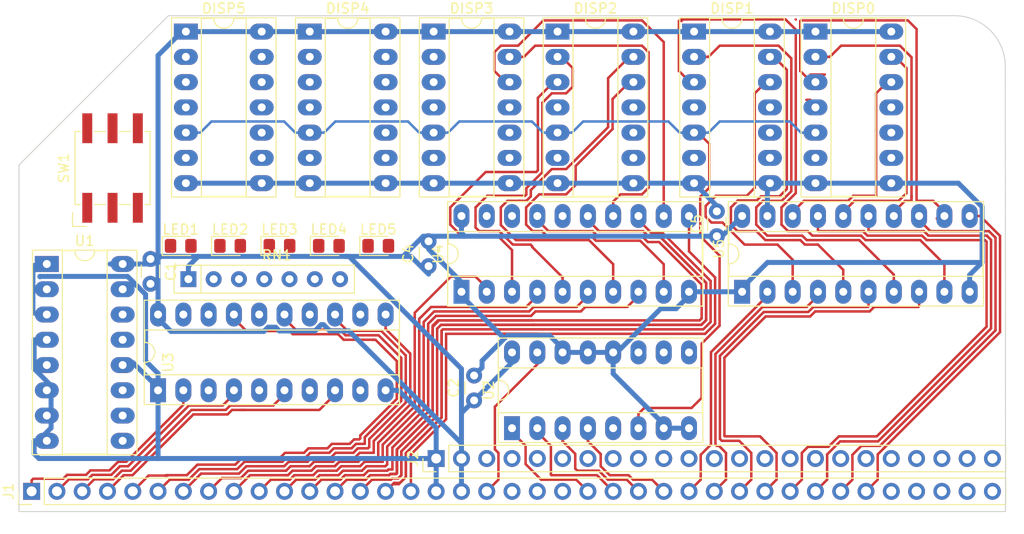
<source format=kicad_pcb>
(kicad_pcb (version 20171130) (host pcbnew "(5.1.0-0)")

  (general
    (thickness 1.6)
    (drawings 6)
    (tracks 816)
    (zones 0)
    (modules 24)
    (nets 68)
  )

  (page A4)
  (layers
    (0 F.Cu signal)
    (31 B.Cu signal)
    (32 B.Adhes user hide)
    (33 F.Adhes user hide)
    (34 B.Paste user hide)
    (35 F.Paste user)
    (36 B.SilkS user hide)
    (37 F.SilkS user)
    (38 B.Mask user hide)
    (39 F.Mask user)
    (40 Dwgs.User user hide)
    (41 Cmts.User user hide)
    (42 Eco1.User user hide)
    (43 Eco2.User user hide)
    (44 Edge.Cuts user)
    (45 Margin user hide)
    (46 B.CrtYd user hide)
    (47 F.CrtYd user)
    (48 B.Fab user hide)
    (49 F.Fab user)
  )

  (setup
    (last_trace_width 0.25)
    (trace_clearance 0.2)
    (zone_clearance 0.508)
    (zone_45_only no)
    (trace_min 0.2)
    (via_size 0.8)
    (via_drill 0.4)
    (via_min_size 0.4)
    (via_min_drill 0.3)
    (uvia_size 0.3)
    (uvia_drill 0.1)
    (uvias_allowed no)
    (uvia_min_size 0.2)
    (uvia_min_drill 0.1)
    (edge_width 0.05)
    (segment_width 0.2)
    (pcb_text_width 0.3)
    (pcb_text_size 1.5 1.5)
    (mod_edge_width 0.12)
    (mod_text_size 1 1)
    (mod_text_width 0.15)
    (pad_size 1.524 1.524)
    (pad_drill 0.762)
    (pad_to_mask_clearance 0.051)
    (solder_mask_min_width 0.25)
    (aux_axis_origin 0 0)
    (grid_origin 76.2 127.254)
    (visible_elements FFFFFF7F)
    (pcbplotparams
      (layerselection 0x010fc_ffffffff)
      (usegerberextensions false)
      (usegerberattributes false)
      (usegerberadvancedattributes false)
      (creategerberjobfile false)
      (excludeedgelayer true)
      (linewidth 0.100000)
      (plotframeref false)
      (viasonmask false)
      (mode 1)
      (useauxorigin false)
      (hpglpennumber 1)
      (hpglpenspeed 20)
      (hpglpendiameter 15.000000)
      (psnegative false)
      (psa4output false)
      (plotreference true)
      (plotvalue true)
      (plotinvisibletext false)
      (padsonsilk false)
      (subtractmaskfromsilk false)
      (outputformat 1)
      (mirror false)
      (drillshape 1)
      (scaleselection 1)
      (outputdirectory ""))
  )

  (net 0 "")
  (net 1 5V)
  (net 2 GND)
  (net 3 LATCH)
  (net 4 D_A9)
  (net 5 D_A8)
  (net 6 D_A11)
  (net 7 D_A10)
  (net 8 D_A14)
  (net 9 D_A15)
  (net 10 D_A12)
  (net 11 D_A13)
  (net 12 A15)
  (net 13 A14)
  (net 14 A13)
  (net 15 A12)
  (net 16 A11)
  (net 17 A10)
  (net 18 A9)
  (net 19 A8)
  (net 20 ~M1)
  (net 21 ~MREQ)
  (net 22 ~WR)
  (net 23 ~RD)
  (net 24 ~IORQ)
  (net 25 "Net-(LED1-Pad1)")
  (net 26 "Net-(LED1-Pad2)")
  (net 27 "Net-(LED2-Pad2)")
  (net 28 "Net-(LED2-Pad1)")
  (net 29 "Net-(LED3-Pad1)")
  (net 30 "Net-(LED3-Pad2)")
  (net 31 "Net-(LED4-Pad2)")
  (net 32 "Net-(LED4-Pad1)")
  (net 33 "Net-(LED5-Pad1)")
  (net 34 "Net-(LED5-Pad2)")
  (net 35 "Net-(SW1-Pad2)")
  (net 36 D_D2)
  (net 37 D_D3)
  (net 38 D_D0)
  (net 39 D_D1)
  (net 40 D_D5)
  (net 41 D_D4)
  (net 42 D_D7)
  (net 43 D_D6)
  (net 44 D_A1)
  (net 45 D_A0)
  (net 46 D_A3)
  (net 47 D_A2)
  (net 48 D_A6)
  (net 49 D_A7)
  (net 50 D_A4)
  (net 51 D_A5)
  (net 52 A7)
  (net 53 A6)
  (net 54 A5)
  (net 55 A4)
  (net 56 A3)
  (net 57 A2)
  (net 58 A1)
  (net 59 A0)
  (net 60 D0)
  (net 61 D1)
  (net 62 D2)
  (net 63 D3)
  (net 64 D4)
  (net 65 D5)
  (net 66 D6)
  (net 67 D7)

  (net_class Default "This is the default net class."
    (clearance 0.2)
    (trace_width 0.25)
    (via_dia 0.8)
    (via_drill 0.4)
    (uvia_dia 0.3)
    (uvia_drill 0.1)
    (add_net A0)
    (add_net A1)
    (add_net A10)
    (add_net A11)
    (add_net A12)
    (add_net A13)
    (add_net A14)
    (add_net A15)
    (add_net A2)
    (add_net A3)
    (add_net A4)
    (add_net A5)
    (add_net A6)
    (add_net A7)
    (add_net A8)
    (add_net A9)
    (add_net D0)
    (add_net D1)
    (add_net D2)
    (add_net D3)
    (add_net D4)
    (add_net D5)
    (add_net D6)
    (add_net D7)
    (add_net D_A0)
    (add_net D_A1)
    (add_net D_A10)
    (add_net D_A11)
    (add_net D_A12)
    (add_net D_A13)
    (add_net D_A14)
    (add_net D_A15)
    (add_net D_A2)
    (add_net D_A3)
    (add_net D_A4)
    (add_net D_A5)
    (add_net D_A6)
    (add_net D_A7)
    (add_net D_A8)
    (add_net D_A9)
    (add_net D_D0)
    (add_net D_D1)
    (add_net D_D2)
    (add_net D_D3)
    (add_net D_D4)
    (add_net D_D5)
    (add_net D_D6)
    (add_net D_D7)
    (add_net LATCH)
    (add_net "Net-(LED1-Pad1)")
    (add_net "Net-(LED1-Pad2)")
    (add_net "Net-(LED2-Pad1)")
    (add_net "Net-(LED2-Pad2)")
    (add_net "Net-(LED3-Pad1)")
    (add_net "Net-(LED3-Pad2)")
    (add_net "Net-(LED4-Pad1)")
    (add_net "Net-(LED4-Pad2)")
    (add_net "Net-(LED5-Pad1)")
    (add_net "Net-(LED5-Pad2)")
    (add_net "Net-(SW1-Pad2)")
    (add_net ~IORQ)
    (add_net ~M1)
    (add_net ~MREQ)
    (add_net ~RD)
    (add_net ~WR)
  )

  (net_class Power ""
    (clearance 0.2)
    (trace_width 0.5)
    (via_dia 0.8)
    (via_drill 0.4)
    (uvia_dia 0.3)
    (uvia_drill 0.1)
    (add_net 5V)
    (add_net GND)
  )

  (module Package_DIP:DIP-16_W7.62mm_Socket_LongPads (layer F.Cu) (tedit 5A02E8C5) (tstamp 5CA61104)
    (at 125.73 118.872 90)
    (descr "16-lead though-hole mounted DIP package, row spacing 7.62 mm (300 mils), Socket, LongPads")
    (tags "THT DIP DIL PDIP 2.54mm 7.62mm 300mil Socket LongPads")
    (path /5CA7C0EA)
    (fp_text reference U2 (at 3.81 -2.33 90) (layer F.SilkS)
      (effects (font (size 1 1) (thickness 0.15)))
    )
    (fp_text value 74LS151 (at 3.81 20.11 90) (layer F.Fab)
      (effects (font (size 1 1) (thickness 0.15)))
    )
    (fp_arc (start 3.81 -1.33) (end 2.81 -1.33) (angle -180) (layer F.SilkS) (width 0.12))
    (fp_line (start 1.635 -1.27) (end 6.985 -1.27) (layer F.Fab) (width 0.1))
    (fp_line (start 6.985 -1.27) (end 6.985 19.05) (layer F.Fab) (width 0.1))
    (fp_line (start 6.985 19.05) (end 0.635 19.05) (layer F.Fab) (width 0.1))
    (fp_line (start 0.635 19.05) (end 0.635 -0.27) (layer F.Fab) (width 0.1))
    (fp_line (start 0.635 -0.27) (end 1.635 -1.27) (layer F.Fab) (width 0.1))
    (fp_line (start -1.27 -1.33) (end -1.27 19.11) (layer F.Fab) (width 0.1))
    (fp_line (start -1.27 19.11) (end 8.89 19.11) (layer F.Fab) (width 0.1))
    (fp_line (start 8.89 19.11) (end 8.89 -1.33) (layer F.Fab) (width 0.1))
    (fp_line (start 8.89 -1.33) (end -1.27 -1.33) (layer F.Fab) (width 0.1))
    (fp_line (start 2.81 -1.33) (end 1.56 -1.33) (layer F.SilkS) (width 0.12))
    (fp_line (start 1.56 -1.33) (end 1.56 19.11) (layer F.SilkS) (width 0.12))
    (fp_line (start 1.56 19.11) (end 6.06 19.11) (layer F.SilkS) (width 0.12))
    (fp_line (start 6.06 19.11) (end 6.06 -1.33) (layer F.SilkS) (width 0.12))
    (fp_line (start 6.06 -1.33) (end 4.81 -1.33) (layer F.SilkS) (width 0.12))
    (fp_line (start -1.44 -1.39) (end -1.44 19.17) (layer F.SilkS) (width 0.12))
    (fp_line (start -1.44 19.17) (end 9.06 19.17) (layer F.SilkS) (width 0.12))
    (fp_line (start 9.06 19.17) (end 9.06 -1.39) (layer F.SilkS) (width 0.12))
    (fp_line (start 9.06 -1.39) (end -1.44 -1.39) (layer F.SilkS) (width 0.12))
    (fp_line (start -1.55 -1.6) (end -1.55 19.4) (layer F.CrtYd) (width 0.05))
    (fp_line (start -1.55 19.4) (end 9.15 19.4) (layer F.CrtYd) (width 0.05))
    (fp_line (start 9.15 19.4) (end 9.15 -1.6) (layer F.CrtYd) (width 0.05))
    (fp_line (start 9.15 -1.6) (end -1.55 -1.6) (layer F.CrtYd) (width 0.05))
    (fp_text user %R (at 3.81 8.89 90) (layer F.Fab)
      (effects (font (size 1 1) (thickness 0.15)))
    )
    (pad 1 thru_hole rect (at 0 0 90) (size 2.4 1.6) (drill 0.8) (layers *.Cu *.Mask)
      (net 21 ~MREQ))
    (pad 9 thru_hole oval (at 7.62 17.78 90) (size 2.4 1.6) (drill 0.8) (layers *.Cu *.Mask)
      (net 35 "Net-(SW1-Pad2)"))
    (pad 2 thru_hole oval (at 0 2.54 90) (size 2.4 1.6) (drill 0.8) (layers *.Cu *.Mask)
      (net 22 ~WR))
    (pad 10 thru_hole oval (at 7.62 15.24 90) (size 2.4 1.6) (drill 0.8) (layers *.Cu *.Mask)
      (net 35 "Net-(SW1-Pad2)"))
    (pad 3 thru_hole oval (at 0 5.08 90) (size 2.4 1.6) (drill 0.8) (layers *.Cu *.Mask)
      (net 23 ~RD))
    (pad 11 thru_hole oval (at 7.62 12.7 90) (size 2.4 1.6) (drill 0.8) (layers *.Cu *.Mask)
      (net 35 "Net-(SW1-Pad2)"))
    (pad 4 thru_hole oval (at 0 7.62 90) (size 2.4 1.6) (drill 0.8) (layers *.Cu *.Mask)
      (net 24 ~IORQ))
    (pad 12 thru_hole oval (at 7.62 10.16 90) (size 2.4 1.6) (drill 0.8) (layers *.Cu *.Mask)
      (net 2 GND))
    (pad 5 thru_hole oval (at 0 10.16 90) (size 2.4 1.6) (drill 0.8) (layers *.Cu *.Mask))
    (pad 13 thru_hole oval (at 7.62 7.62 90) (size 2.4 1.6) (drill 0.8) (layers *.Cu *.Mask)
      (net 2 GND))
    (pad 6 thru_hole oval (at 0 12.7 90) (size 2.4 1.6) (drill 0.8) (layers *.Cu *.Mask)
      (net 3 LATCH))
    (pad 14 thru_hole oval (at 7.62 5.08 90) (size 2.4 1.6) (drill 0.8) (layers *.Cu *.Mask)
      (net 2 GND))
    (pad 7 thru_hole oval (at 0 15.24 90) (size 2.4 1.6) (drill 0.8) (layers *.Cu *.Mask)
      (net 2 GND))
    (pad 15 thru_hole oval (at 7.62 2.54 90) (size 2.4 1.6) (drill 0.8) (layers *.Cu *.Mask)
      (net 20 ~M1))
    (pad 8 thru_hole oval (at 0 17.78 90) (size 2.4 1.6) (drill 0.8) (layers *.Cu *.Mask)
      (net 2 GND))
    (pad 16 thru_hole oval (at 7.62 0 90) (size 2.4 1.6) (drill 0.8) (layers *.Cu *.Mask)
      (net 1 5V))
    (model ${KISYS3DMOD}/Package_DIP.3dshapes/DIP-16_W7.62mm_Socket.wrl
      (at (xyz 0 0 0))
      (scale (xyz 1 1 1))
      (rotate (xyz 0 0 0))
    )
  )

  (module Package_DIP:DIP-14_W7.62mm_Socket_LongPads (layer F.Cu) (tedit 5A02E8C5) (tstamp 5CA60F01)
    (at 144.018 78.994)
    (descr "14-lead though-hole mounted DIP package, row spacing 7.62 mm (300 mils), Socket, LongPads")
    (tags "THT DIP DIL PDIP 2.54mm 7.62mm 300mil Socket LongPads")
    (path /5CB570CF)
    (fp_text reference DISP1 (at 3.81 -2.33) (layer F.SilkS)
      (effects (font (size 1 1) (thickness 0.15)))
    )
    (fp_text value TIL311 (at 3.81 17.57) (layer F.Fab)
      (effects (font (size 1 1) (thickness 0.15)))
    )
    (fp_text user %R (at 3.81 7.62) (layer F.Fab)
      (effects (font (size 1 1) (thickness 0.15)))
    )
    (fp_line (start 9.15 -1.6) (end -1.55 -1.6) (layer F.CrtYd) (width 0.05))
    (fp_line (start 9.15 16.85) (end 9.15 -1.6) (layer F.CrtYd) (width 0.05))
    (fp_line (start -1.55 16.85) (end 9.15 16.85) (layer F.CrtYd) (width 0.05))
    (fp_line (start -1.55 -1.6) (end -1.55 16.85) (layer F.CrtYd) (width 0.05))
    (fp_line (start 9.06 -1.39) (end -1.44 -1.39) (layer F.SilkS) (width 0.12))
    (fp_line (start 9.06 16.63) (end 9.06 -1.39) (layer F.SilkS) (width 0.12))
    (fp_line (start -1.44 16.63) (end 9.06 16.63) (layer F.SilkS) (width 0.12))
    (fp_line (start -1.44 -1.39) (end -1.44 16.63) (layer F.SilkS) (width 0.12))
    (fp_line (start 6.06 -1.33) (end 4.81 -1.33) (layer F.SilkS) (width 0.12))
    (fp_line (start 6.06 16.57) (end 6.06 -1.33) (layer F.SilkS) (width 0.12))
    (fp_line (start 1.56 16.57) (end 6.06 16.57) (layer F.SilkS) (width 0.12))
    (fp_line (start 1.56 -1.33) (end 1.56 16.57) (layer F.SilkS) (width 0.12))
    (fp_line (start 2.81 -1.33) (end 1.56 -1.33) (layer F.SilkS) (width 0.12))
    (fp_line (start 8.89 -1.33) (end -1.27 -1.33) (layer F.Fab) (width 0.1))
    (fp_line (start 8.89 16.57) (end 8.89 -1.33) (layer F.Fab) (width 0.1))
    (fp_line (start -1.27 16.57) (end 8.89 16.57) (layer F.Fab) (width 0.1))
    (fp_line (start -1.27 -1.33) (end -1.27 16.57) (layer F.Fab) (width 0.1))
    (fp_line (start 0.635 -0.27) (end 1.635 -1.27) (layer F.Fab) (width 0.1))
    (fp_line (start 0.635 16.51) (end 0.635 -0.27) (layer F.Fab) (width 0.1))
    (fp_line (start 6.985 16.51) (end 0.635 16.51) (layer F.Fab) (width 0.1))
    (fp_line (start 6.985 -1.27) (end 6.985 16.51) (layer F.Fab) (width 0.1))
    (fp_line (start 1.635 -1.27) (end 6.985 -1.27) (layer F.Fab) (width 0.1))
    (fp_arc (start 3.81 -1.33) (end 2.81 -1.33) (angle -180) (layer F.SilkS) (width 0.12))
    (pad 14 thru_hole oval (at 7.62 0) (size 2.4 1.6) (drill 0.8) (layers *.Cu *.Mask)
      (net 1 5V))
    (pad 7 thru_hole oval (at 0 15.24) (size 2.4 1.6) (drill 0.8) (layers *.Cu *.Mask)
      (net 2 GND))
    (pad 13 thru_hole oval (at 7.62 2.54) (size 2.4 1.6) (drill 0.8) (layers *.Cu *.Mask)
      (net 40 D_D5))
    (pad 6 thru_hole oval (at 0 12.7) (size 2.4 1.6) (drill 0.8) (layers *.Cu *.Mask))
    (pad 12 thru_hole oval (at 7.62 5.08) (size 2.4 1.6) (drill 0.8) (layers *.Cu *.Mask)
      (net 41 D_D4))
    (pad 5 thru_hole oval (at 0 10.16) (size 2.4 1.6) (drill 0.8) (layers *.Cu *.Mask)
      (net 3 LATCH))
    (pad 11 thru_hole oval (at 7.62 7.62) (size 2.4 1.6) (drill 0.8) (layers *.Cu *.Mask))
    (pad 4 thru_hole oval (at 0 7.62) (size 2.4 1.6) (drill 0.8) (layers *.Cu *.Mask))
    (pad 10 thru_hole oval (at 7.62 10.16) (size 2.4 1.6) (drill 0.8) (layers *.Cu *.Mask))
    (pad 3 thru_hole oval (at 0 5.08) (size 2.4 1.6) (drill 0.8) (layers *.Cu *.Mask)
      (net 42 D_D7))
    (pad 9 thru_hole oval (at 7.62 12.7) (size 2.4 1.6) (drill 0.8) (layers *.Cu *.Mask))
    (pad 2 thru_hole oval (at 0 2.54) (size 2.4 1.6) (drill 0.8) (layers *.Cu *.Mask)
      (net 43 D_D6))
    (pad 8 thru_hole oval (at 7.62 15.24) (size 2.4 1.6) (drill 0.8) (layers *.Cu *.Mask)
      (net 2 GND))
    (pad 1 thru_hole rect (at 0 0) (size 2.4 1.6) (drill 0.8) (layers *.Cu *.Mask)
      (net 1 5V))
    (model ${KISYS3DMOD}/Package_DIP.3dshapes/DIP-14_W7.62mm_Socket.wrl
      (at (xyz 0 0 0))
      (scale (xyz 1 1 1))
      (rotate (xyz 0 0 0))
    )
  )

  (module Package_DIP:DIP-20_W7.62mm_Socket_LongPads (layer F.Cu) (tedit 5A02E8C5) (tstamp 5CA60F57)
    (at 148.844 105.156 90)
    (descr "20-lead though-hole mounted DIP package, row spacing 7.62 mm (300 mils), Socket, LongPads")
    (tags "THT DIP DIL PDIP 2.54mm 7.62mm 300mil Socket LongPads")
    (path /5CA7C04F)
    (fp_text reference U5 (at 4.318 -2.33 90) (layer F.SilkS)
      (effects (font (size 1 1) (thickness 0.15)))
    )
    (fp_text value 74HCT244 (at 3.81 25.19 90) (layer F.Fab)
      (effects (font (size 1 1) (thickness 0.15)))
    )
    (fp_text user %R (at 3.81 11.43 90) (layer F.Fab)
      (effects (font (size 1 1) (thickness 0.15)))
    )
    (fp_line (start 9.15 -1.6) (end -1.55 -1.6) (layer F.CrtYd) (width 0.05))
    (fp_line (start 9.15 24.45) (end 9.15 -1.6) (layer F.CrtYd) (width 0.05))
    (fp_line (start -1.55 24.45) (end 9.15 24.45) (layer F.CrtYd) (width 0.05))
    (fp_line (start -1.55 -1.6) (end -1.55 24.45) (layer F.CrtYd) (width 0.05))
    (fp_line (start 9.06 -1.39) (end -1.44 -1.39) (layer F.SilkS) (width 0.12))
    (fp_line (start 9.06 24.25) (end 9.06 -1.39) (layer F.SilkS) (width 0.12))
    (fp_line (start -1.44 24.25) (end 9.06 24.25) (layer F.SilkS) (width 0.12))
    (fp_line (start -1.44 -1.39) (end -1.44 24.25) (layer F.SilkS) (width 0.12))
    (fp_line (start 6.06 -1.33) (end 4.81 -1.33) (layer F.SilkS) (width 0.12))
    (fp_line (start 6.06 24.19) (end 6.06 -1.33) (layer F.SilkS) (width 0.12))
    (fp_line (start 1.56 24.19) (end 6.06 24.19) (layer F.SilkS) (width 0.12))
    (fp_line (start 1.56 -1.33) (end 1.56 24.19) (layer F.SilkS) (width 0.12))
    (fp_line (start 2.81 -1.33) (end 1.56 -1.33) (layer F.SilkS) (width 0.12))
    (fp_line (start 8.89 -1.33) (end -1.27 -1.33) (layer F.Fab) (width 0.1))
    (fp_line (start 8.89 24.19) (end 8.89 -1.33) (layer F.Fab) (width 0.1))
    (fp_line (start -1.27 24.19) (end 8.89 24.19) (layer F.Fab) (width 0.1))
    (fp_line (start -1.27 -1.33) (end -1.27 24.19) (layer F.Fab) (width 0.1))
    (fp_line (start 0.635 -0.27) (end 1.635 -1.27) (layer F.Fab) (width 0.1))
    (fp_line (start 0.635 24.13) (end 0.635 -0.27) (layer F.Fab) (width 0.1))
    (fp_line (start 6.985 24.13) (end 0.635 24.13) (layer F.Fab) (width 0.1))
    (fp_line (start 6.985 -1.27) (end 6.985 24.13) (layer F.Fab) (width 0.1))
    (fp_line (start 1.635 -1.27) (end 6.985 -1.27) (layer F.Fab) (width 0.1))
    (fp_arc (start 3.81 -1.33) (end 2.81 -1.33) (angle -180) (layer F.SilkS) (width 0.12))
    (pad 20 thru_hole oval (at 7.62 0 90) (size 2.4 1.6) (drill 0.8) (layers *.Cu *.Mask)
      (net 1 5V))
    (pad 10 thru_hole oval (at 0 22.86 90) (size 2.4 1.6) (drill 0.8) (layers *.Cu *.Mask)
      (net 2 GND))
    (pad 19 thru_hole oval (at 7.62 2.54 90) (size 2.4 1.6) (drill 0.8) (layers *.Cu *.Mask)
      (net 2 GND))
    (pad 9 thru_hole oval (at 0 20.32 90) (size 2.4 1.6) (drill 0.8) (layers *.Cu *.Mask)
      (net 42 D_D7))
    (pad 18 thru_hole oval (at 7.62 5.08 90) (size 2.4 1.6) (drill 0.8) (layers *.Cu *.Mask)
      (net 38 D_D0))
    (pad 8 thru_hole oval (at 0 17.78 90) (size 2.4 1.6) (drill 0.8) (layers *.Cu *.Mask)
      (net 63 D3))
    (pad 17 thru_hole oval (at 7.62 7.62 90) (size 2.4 1.6) (drill 0.8) (layers *.Cu *.Mask)
      (net 64 D4))
    (pad 7 thru_hole oval (at 0 15.24 90) (size 2.4 1.6) (drill 0.8) (layers *.Cu *.Mask)
      (net 43 D_D6))
    (pad 16 thru_hole oval (at 7.62 10.16 90) (size 2.4 1.6) (drill 0.8) (layers *.Cu *.Mask)
      (net 39 D_D1))
    (pad 6 thru_hole oval (at 0 12.7 90) (size 2.4 1.6) (drill 0.8) (layers *.Cu *.Mask)
      (net 62 D2))
    (pad 15 thru_hole oval (at 7.62 12.7 90) (size 2.4 1.6) (drill 0.8) (layers *.Cu *.Mask)
      (net 65 D5))
    (pad 5 thru_hole oval (at 0 10.16 90) (size 2.4 1.6) (drill 0.8) (layers *.Cu *.Mask)
      (net 40 D_D5))
    (pad 14 thru_hole oval (at 7.62 15.24 90) (size 2.4 1.6) (drill 0.8) (layers *.Cu *.Mask)
      (net 36 D_D2))
    (pad 4 thru_hole oval (at 0 7.62 90) (size 2.4 1.6) (drill 0.8) (layers *.Cu *.Mask)
      (net 61 D1))
    (pad 13 thru_hole oval (at 7.62 17.78 90) (size 2.4 1.6) (drill 0.8) (layers *.Cu *.Mask)
      (net 66 D6))
    (pad 3 thru_hole oval (at 0 5.08 90) (size 2.4 1.6) (drill 0.8) (layers *.Cu *.Mask)
      (net 41 D_D4))
    (pad 12 thru_hole oval (at 7.62 20.32 90) (size 2.4 1.6) (drill 0.8) (layers *.Cu *.Mask)
      (net 37 D_D3))
    (pad 2 thru_hole oval (at 0 2.54 90) (size 2.4 1.6) (drill 0.8) (layers *.Cu *.Mask)
      (net 60 D0))
    (pad 11 thru_hole oval (at 7.62 22.86 90) (size 2.4 1.6) (drill 0.8) (layers *.Cu *.Mask)
      (net 67 D7))
    (pad 1 thru_hole rect (at 0 0 90) (size 2.4 1.6) (drill 0.8) (layers *.Cu *.Mask)
      (net 2 GND))
    (model ${KISYS3DMOD}/Package_DIP.3dshapes/DIP-20_W7.62mm_Socket.wrl
      (at (xyz 0 0 0))
      (scale (xyz 1 1 1))
      (rotate (xyz 0 0 0))
    )
  )

  (module Connector_PinHeader_2.54mm:PinHeader_1x23_P2.54mm_Vertical (layer F.Cu) (tedit 59FED5CC) (tstamp 5CA6100F)
    (at 118.11 121.92 90)
    (descr "Through hole straight pin header, 1x23, 2.54mm pitch, single row")
    (tags "Through hole pin header THT 1x23 2.54mm single row")
    (path /5CA62B20)
    (fp_text reference J2 (at 0 -2.33 90) (layer F.SilkS)
      (effects (font (size 1 1) (thickness 0.15)))
    )
    (fp_text value Conn_01x23 (at 0 58.21 90) (layer F.Fab)
      (effects (font (size 1 1) (thickness 0.15)))
    )
    (fp_line (start -0.635 -1.27) (end 1.27 -1.27) (layer F.Fab) (width 0.1))
    (fp_line (start 1.27 -1.27) (end 1.27 57.15) (layer F.Fab) (width 0.1))
    (fp_line (start 1.27 57.15) (end -1.27 57.15) (layer F.Fab) (width 0.1))
    (fp_line (start -1.27 57.15) (end -1.27 -0.635) (layer F.Fab) (width 0.1))
    (fp_line (start -1.27 -0.635) (end -0.635 -1.27) (layer F.Fab) (width 0.1))
    (fp_line (start -1.33 57.21) (end 1.33 57.21) (layer F.SilkS) (width 0.12))
    (fp_line (start -1.33 1.27) (end -1.33 57.21) (layer F.SilkS) (width 0.12))
    (fp_line (start 1.33 1.27) (end 1.33 57.21) (layer F.SilkS) (width 0.12))
    (fp_line (start -1.33 1.27) (end 1.33 1.27) (layer F.SilkS) (width 0.12))
    (fp_line (start -1.33 0) (end -1.33 -1.33) (layer F.SilkS) (width 0.12))
    (fp_line (start -1.33 -1.33) (end 0 -1.33) (layer F.SilkS) (width 0.12))
    (fp_line (start -1.8 -1.8) (end -1.8 57.65) (layer F.CrtYd) (width 0.05))
    (fp_line (start -1.8 57.65) (end 1.8 57.65) (layer F.CrtYd) (width 0.05))
    (fp_line (start 1.8 57.65) (end 1.8 -1.8) (layer F.CrtYd) (width 0.05))
    (fp_line (start 1.8 -1.8) (end -1.8 -1.8) (layer F.CrtYd) (width 0.05))
    (fp_text user %R (at 0 27.94 180) (layer F.Fab)
      (effects (font (size 1 1) (thickness 0.15)))
    )
    (pad 1 thru_hole rect (at 0 0 90) (size 1.7 1.7) (drill 1) (layers *.Cu *.Mask)
      (net 2 GND))
    (pad 2 thru_hole oval (at 0 2.54 90) (size 1.7 1.7) (drill 1) (layers *.Cu *.Mask)
      (net 1 5V))
    (pad 3 thru_hole oval (at 0 5.08 90) (size 1.7 1.7) (drill 1) (layers *.Cu *.Mask))
    (pad 4 thru_hole oval (at 0 7.62 90) (size 1.7 1.7) (drill 1) (layers *.Cu *.Mask))
    (pad 5 thru_hole oval (at 0 10.16 90) (size 1.7 1.7) (drill 1) (layers *.Cu *.Mask))
    (pad 6 thru_hole oval (at 0 12.7 90) (size 1.7 1.7) (drill 1) (layers *.Cu *.Mask))
    (pad 7 thru_hole oval (at 0 15.24 90) (size 1.7 1.7) (drill 1) (layers *.Cu *.Mask))
    (pad 8 thru_hole oval (at 0 17.78 90) (size 1.7 1.7) (drill 1) (layers *.Cu *.Mask))
    (pad 9 thru_hole oval (at 0 20.32 90) (size 1.7 1.7) (drill 1) (layers *.Cu *.Mask))
    (pad 10 thru_hole oval (at 0 22.86 90) (size 1.7 1.7) (drill 1) (layers *.Cu *.Mask))
    (pad 11 thru_hole oval (at 0 25.4 90) (size 1.7 1.7) (drill 1) (layers *.Cu *.Mask))
    (pad 12 thru_hole oval (at 0 27.94 90) (size 1.7 1.7) (drill 1) (layers *.Cu *.Mask))
    (pad 13 thru_hole oval (at 0 30.48 90) (size 1.7 1.7) (drill 1) (layers *.Cu *.Mask))
    (pad 14 thru_hole oval (at 0 33.02 90) (size 1.7 1.7) (drill 1) (layers *.Cu *.Mask))
    (pad 15 thru_hole oval (at 0 35.56 90) (size 1.7 1.7) (drill 1) (layers *.Cu *.Mask))
    (pad 16 thru_hole oval (at 0 38.1 90) (size 1.7 1.7) (drill 1) (layers *.Cu *.Mask))
    (pad 17 thru_hole oval (at 0 40.64 90) (size 1.7 1.7) (drill 1) (layers *.Cu *.Mask))
    (pad 18 thru_hole oval (at 0 43.18 90) (size 1.7 1.7) (drill 1) (layers *.Cu *.Mask))
    (pad 19 thru_hole oval (at 0 45.72 90) (size 1.7 1.7) (drill 1) (layers *.Cu *.Mask))
    (pad 20 thru_hole oval (at 0 48.26 90) (size 1.7 1.7) (drill 1) (layers *.Cu *.Mask))
    (pad 21 thru_hole oval (at 0 50.8 90) (size 1.7 1.7) (drill 1) (layers *.Cu *.Mask))
    (pad 22 thru_hole oval (at 0 53.34 90) (size 1.7 1.7) (drill 1) (layers *.Cu *.Mask))
    (pad 23 thru_hole oval (at 0 55.88 90) (size 1.7 1.7) (drill 1) (layers *.Cu *.Mask))
    (model ${KISYS3DMOD}/Connector_PinHeader_2.54mm.3dshapes/PinHeader_1x23_P2.54mm_Vertical.wrl
      (at (xyz 0 0 0))
      (scale (xyz 1 1 1))
      (rotate (xyz 0 0 0))
    )
  )

  (module Capacitor_THT:C_Disc_D3.0mm_W1.6mm_P2.50mm (layer F.Cu) (tedit 5AE50EF0) (tstamp 5CA5C0C9)
    (at 89.408 101.854 270)
    (descr "C, Disc series, Radial, pin pitch=2.50mm, , diameter*width=3.0*1.6mm^2, Capacitor, http://www.vishay.com/docs/45233/krseries.pdf")
    (tags "C Disc series Radial pin pitch 2.50mm  diameter 3.0mm width 1.6mm Capacitor")
    (path /5CA7C095)
    (fp_text reference C1 (at 1.25 -2.05 270) (layer F.SilkS)
      (effects (font (size 1 1) (thickness 0.15)))
    )
    (fp_text value 100nf (at 1.25 2.05 270) (layer F.Fab)
      (effects (font (size 1 1) (thickness 0.15)))
    )
    (fp_line (start -0.25 -0.8) (end -0.25 0.8) (layer F.Fab) (width 0.1))
    (fp_line (start -0.25 0.8) (end 2.75 0.8) (layer F.Fab) (width 0.1))
    (fp_line (start 2.75 0.8) (end 2.75 -0.8) (layer F.Fab) (width 0.1))
    (fp_line (start 2.75 -0.8) (end -0.25 -0.8) (layer F.Fab) (width 0.1))
    (fp_line (start 0.621 -0.92) (end 1.879 -0.92) (layer F.SilkS) (width 0.12))
    (fp_line (start 0.621 0.92) (end 1.879 0.92) (layer F.SilkS) (width 0.12))
    (fp_line (start -1.05 -1.05) (end -1.05 1.05) (layer F.CrtYd) (width 0.05))
    (fp_line (start -1.05 1.05) (end 3.55 1.05) (layer F.CrtYd) (width 0.05))
    (fp_line (start 3.55 1.05) (end 3.55 -1.05) (layer F.CrtYd) (width 0.05))
    (fp_line (start 3.55 -1.05) (end -1.05 -1.05) (layer F.CrtYd) (width 0.05))
    (pad 1 thru_hole circle (at 0 0 270) (size 1.6 1.6) (drill 0.8) (layers *.Cu *.Mask)
      (net 1 5V))
    (pad 2 thru_hole circle (at 2.5 0 270) (size 1.6 1.6) (drill 0.8) (layers *.Cu *.Mask)
      (net 2 GND))
    (model ${KISYS3DMOD}/Capacitor_THT.3dshapes/C_Disc_D3.0mm_W1.6mm_P2.50mm.wrl
      (at (xyz 0 0 0))
      (scale (xyz 1 1 1))
      (rotate (xyz 0 0 0))
    )
  )

  (module Connector_PinHeader_2.54mm:PinHeader_1x39_P2.54mm_Vertical (layer F.Cu) (tedit 59FED5CC) (tstamp 5CA60FE4)
    (at 77.47 125.222 90)
    (descr "Through hole straight pin header, 1x39, 2.54mm pitch, single row")
    (tags "Through hole pin header THT 1x39 2.54mm single row")
    (path /5CA62B4A)
    (fp_text reference J1 (at 0 -2.33 90) (layer F.SilkS)
      (effects (font (size 1 1) (thickness 0.15)))
    )
    (fp_text value RC2014Pro (at 0 98.85 90) (layer F.Fab)
      (effects (font (size 1 1) (thickness 0.15)))
    )
    (fp_line (start -0.635 -1.27) (end 1.27 -1.27) (layer F.Fab) (width 0.1))
    (fp_line (start 1.27 -1.27) (end 1.27 97.79) (layer F.Fab) (width 0.1))
    (fp_line (start 1.27 97.79) (end -1.27 97.79) (layer F.Fab) (width 0.1))
    (fp_line (start -1.27 97.79) (end -1.27 -0.635) (layer F.Fab) (width 0.1))
    (fp_line (start -1.27 -0.635) (end -0.635 -1.27) (layer F.Fab) (width 0.1))
    (fp_line (start -1.33 97.85) (end 1.33 97.85) (layer F.SilkS) (width 0.12))
    (fp_line (start -1.33 1.27) (end -1.33 97.85) (layer F.SilkS) (width 0.12))
    (fp_line (start 1.33 1.27) (end 1.33 97.85) (layer F.SilkS) (width 0.12))
    (fp_line (start -1.33 1.27) (end 1.33 1.27) (layer F.SilkS) (width 0.12))
    (fp_line (start -1.33 0) (end -1.33 -1.33) (layer F.SilkS) (width 0.12))
    (fp_line (start -1.33 -1.33) (end 0 -1.33) (layer F.SilkS) (width 0.12))
    (fp_line (start -1.8 -1.8) (end -1.8 98.3) (layer F.CrtYd) (width 0.05))
    (fp_line (start -1.8 98.3) (end 1.8 98.3) (layer F.CrtYd) (width 0.05))
    (fp_line (start 1.8 98.3) (end 1.8 -1.8) (layer F.CrtYd) (width 0.05))
    (fp_line (start 1.8 -1.8) (end -1.8 -1.8) (layer F.CrtYd) (width 0.05))
    (fp_text user %R (at 0 48.26 180) (layer F.Fab)
      (effects (font (size 1 1) (thickness 0.15)))
    )
    (pad 1 thru_hole rect (at 0 0 90) (size 1.7 1.7) (drill 1) (layers *.Cu *.Mask)
      (net 12 A15))
    (pad 2 thru_hole oval (at 0 2.54 90) (size 1.7 1.7) (drill 1) (layers *.Cu *.Mask)
      (net 13 A14))
    (pad 3 thru_hole oval (at 0 5.08 90) (size 1.7 1.7) (drill 1) (layers *.Cu *.Mask)
      (net 14 A13))
    (pad 4 thru_hole oval (at 0 7.62 90) (size 1.7 1.7) (drill 1) (layers *.Cu *.Mask)
      (net 15 A12))
    (pad 5 thru_hole oval (at 0 10.16 90) (size 1.7 1.7) (drill 1) (layers *.Cu *.Mask)
      (net 16 A11))
    (pad 6 thru_hole oval (at 0 12.7 90) (size 1.7 1.7) (drill 1) (layers *.Cu *.Mask)
      (net 17 A10))
    (pad 7 thru_hole oval (at 0 15.24 90) (size 1.7 1.7) (drill 1) (layers *.Cu *.Mask)
      (net 18 A9))
    (pad 8 thru_hole oval (at 0 17.78 90) (size 1.7 1.7) (drill 1) (layers *.Cu *.Mask)
      (net 19 A8))
    (pad 9 thru_hole oval (at 0 20.32 90) (size 1.7 1.7) (drill 1) (layers *.Cu *.Mask)
      (net 52 A7))
    (pad 10 thru_hole oval (at 0 22.86 90) (size 1.7 1.7) (drill 1) (layers *.Cu *.Mask)
      (net 53 A6))
    (pad 11 thru_hole oval (at 0 25.4 90) (size 1.7 1.7) (drill 1) (layers *.Cu *.Mask)
      (net 54 A5))
    (pad 12 thru_hole oval (at 0 27.94 90) (size 1.7 1.7) (drill 1) (layers *.Cu *.Mask)
      (net 55 A4))
    (pad 13 thru_hole oval (at 0 30.48 90) (size 1.7 1.7) (drill 1) (layers *.Cu *.Mask)
      (net 56 A3))
    (pad 14 thru_hole oval (at 0 33.02 90) (size 1.7 1.7) (drill 1) (layers *.Cu *.Mask)
      (net 57 A2))
    (pad 15 thru_hole oval (at 0 35.56 90) (size 1.7 1.7) (drill 1) (layers *.Cu *.Mask)
      (net 58 A1))
    (pad 16 thru_hole oval (at 0 38.1 90) (size 1.7 1.7) (drill 1) (layers *.Cu *.Mask)
      (net 59 A0))
    (pad 17 thru_hole oval (at 0 40.64 90) (size 1.7 1.7) (drill 1) (layers *.Cu *.Mask)
      (net 2 GND))
    (pad 18 thru_hole oval (at 0 43.18 90) (size 1.7 1.7) (drill 1) (layers *.Cu *.Mask)
      (net 1 5V))
    (pad 19 thru_hole oval (at 0 45.72 90) (size 1.7 1.7) (drill 1) (layers *.Cu *.Mask)
      (net 20 ~M1))
    (pad 20 thru_hole oval (at 0 48.26 90) (size 1.7 1.7) (drill 1) (layers *.Cu *.Mask))
    (pad 21 thru_hole oval (at 0 50.8 90) (size 1.7 1.7) (drill 1) (layers *.Cu *.Mask))
    (pad 22 thru_hole oval (at 0 53.34 90) (size 1.7 1.7) (drill 1) (layers *.Cu *.Mask))
    (pad 23 thru_hole oval (at 0 55.88 90) (size 1.7 1.7) (drill 1) (layers *.Cu *.Mask)
      (net 21 ~MREQ))
    (pad 24 thru_hole oval (at 0 58.42 90) (size 1.7 1.7) (drill 1) (layers *.Cu *.Mask)
      (net 22 ~WR))
    (pad 25 thru_hole oval (at 0 60.96 90) (size 1.7 1.7) (drill 1) (layers *.Cu *.Mask)
      (net 23 ~RD))
    (pad 26 thru_hole oval (at 0 63.5 90) (size 1.7 1.7) (drill 1) (layers *.Cu *.Mask)
      (net 24 ~IORQ))
    (pad 27 thru_hole oval (at 0 66.04 90) (size 1.7 1.7) (drill 1) (layers *.Cu *.Mask)
      (net 60 D0))
    (pad 28 thru_hole oval (at 0 68.58 90) (size 1.7 1.7) (drill 1) (layers *.Cu *.Mask)
      (net 61 D1))
    (pad 29 thru_hole oval (at 0 71.12 90) (size 1.7 1.7) (drill 1) (layers *.Cu *.Mask)
      (net 62 D2))
    (pad 30 thru_hole oval (at 0 73.66 90) (size 1.7 1.7) (drill 1) (layers *.Cu *.Mask)
      (net 63 D3))
    (pad 31 thru_hole oval (at 0 76.2 90) (size 1.7 1.7) (drill 1) (layers *.Cu *.Mask)
      (net 64 D4))
    (pad 32 thru_hole oval (at 0 78.74 90) (size 1.7 1.7) (drill 1) (layers *.Cu *.Mask)
      (net 65 D5))
    (pad 33 thru_hole oval (at 0 81.28 90) (size 1.7 1.7) (drill 1) (layers *.Cu *.Mask)
      (net 66 D6))
    (pad 34 thru_hole oval (at 0 83.82 90) (size 1.7 1.7) (drill 1) (layers *.Cu *.Mask)
      (net 67 D7))
    (pad 35 thru_hole oval (at 0 86.36 90) (size 1.7 1.7) (drill 1) (layers *.Cu *.Mask))
    (pad 36 thru_hole oval (at 0 88.9 90) (size 1.7 1.7) (drill 1) (layers *.Cu *.Mask))
    (pad 37 thru_hole oval (at 0 91.44 90) (size 1.7 1.7) (drill 1) (layers *.Cu *.Mask))
    (pad 38 thru_hole oval (at 0 93.98 90) (size 1.7 1.7) (drill 1) (layers *.Cu *.Mask))
    (pad 39 thru_hole oval (at 0 96.52 90) (size 1.7 1.7) (drill 1) (layers *.Cu *.Mask))
    (model ${KISYS3DMOD}/Connector_PinHeader_2.54mm.3dshapes/PinHeader_1x39_P2.54mm_Vertical.wrl
      (at (xyz 0 0 0))
      (scale (xyz 1 1 1))
      (rotate (xyz 0 0 0))
    )
  )

  (module Capacitor_THT:C_Disc_D3.0mm_W1.6mm_P2.50mm (layer F.Cu) (tedit 5AE50EF0) (tstamp 5CA6297E)
    (at 146.304 99.568 90)
    (descr "C, Disc series, Radial, pin pitch=2.50mm, , diameter*width=3.0*1.6mm^2, Capacitor, http://www.vishay.com/docs/45233/krseries.pdf")
    (tags "C Disc series Radial pin pitch 2.50mm  diameter 3.0mm width 1.6mm Capacitor")
    (path /5CA7C138)
    (fp_text reference C5 (at 1.25 -2.05 90) (layer F.SilkS)
      (effects (font (size 1 1) (thickness 0.15)))
    )
    (fp_text value 100nf (at 1.25 2.05 90) (layer F.Fab)
      (effects (font (size 1 1) (thickness 0.15)))
    )
    (fp_line (start -0.25 -0.8) (end -0.25 0.8) (layer F.Fab) (width 0.1))
    (fp_line (start -0.25 0.8) (end 2.75 0.8) (layer F.Fab) (width 0.1))
    (fp_line (start 2.75 0.8) (end 2.75 -0.8) (layer F.Fab) (width 0.1))
    (fp_line (start 2.75 -0.8) (end -0.25 -0.8) (layer F.Fab) (width 0.1))
    (fp_line (start 0.621 -0.92) (end 1.879 -0.92) (layer F.SilkS) (width 0.12))
    (fp_line (start 0.621 0.92) (end 1.879 0.92) (layer F.SilkS) (width 0.12))
    (fp_line (start -1.05 -1.05) (end -1.05 1.05) (layer F.CrtYd) (width 0.05))
    (fp_line (start -1.05 1.05) (end 3.55 1.05) (layer F.CrtYd) (width 0.05))
    (fp_line (start 3.55 1.05) (end 3.55 -1.05) (layer F.CrtYd) (width 0.05))
    (fp_line (start 3.55 -1.05) (end -1.05 -1.05) (layer F.CrtYd) (width 0.05))
    (fp_text user %R (at 2.286 0.762 90) (layer F.Fab)
      (effects (font (size 0.6 0.6) (thickness 0.09)))
    )
    (pad 1 thru_hole circle (at 0 0 90) (size 1.6 1.6) (drill 0.8) (layers *.Cu *.Mask)
      (net 1 5V))
    (pad 2 thru_hole circle (at 2.5 0 90) (size 1.6 1.6) (drill 0.8) (layers *.Cu *.Mask)
      (net 2 GND))
    (model ${KISYS3DMOD}/Capacitor_THT.3dshapes/C_Disc_D3.0mm_W1.6mm_P2.50mm.wrl
      (at (xyz 0 0 0))
      (scale (xyz 1 1 1))
      (rotate (xyz 0 0 0))
    )
  )

  (module Package_DIP:DIP-20_W7.62mm_Socket_LongPads (layer F.Cu) (tedit 5A02E8C5) (tstamp 5CA60F27)
    (at 120.65 105.156 90)
    (descr "20-lead though-hole mounted DIP package, row spacing 7.62 mm (300 mils), Socket, LongPads")
    (tags "THT DIP DIL PDIP 2.54mm 7.62mm 300mil Socket LongPads")
    (path /5CA7C039)
    (fp_text reference U4 (at 3.81 -2.33 90) (layer F.SilkS)
      (effects (font (size 1 1) (thickness 0.15)))
    )
    (fp_text value 74HCT244 (at 3.81 25.19 90) (layer F.Fab)
      (effects (font (size 1 1) (thickness 0.15)))
    )
    (fp_arc (start 3.81 -1.33) (end 2.81 -1.33) (angle -180) (layer F.SilkS) (width 0.12))
    (fp_line (start 1.635 -1.27) (end 6.985 -1.27) (layer F.Fab) (width 0.1))
    (fp_line (start 6.985 -1.27) (end 6.985 24.13) (layer F.Fab) (width 0.1))
    (fp_line (start 6.985 24.13) (end 0.635 24.13) (layer F.Fab) (width 0.1))
    (fp_line (start 0.635 24.13) (end 0.635 -0.27) (layer F.Fab) (width 0.1))
    (fp_line (start 0.635 -0.27) (end 1.635 -1.27) (layer F.Fab) (width 0.1))
    (fp_line (start -1.27 -1.33) (end -1.27 24.19) (layer F.Fab) (width 0.1))
    (fp_line (start -1.27 24.19) (end 8.89 24.19) (layer F.Fab) (width 0.1))
    (fp_line (start 8.89 24.19) (end 8.89 -1.33) (layer F.Fab) (width 0.1))
    (fp_line (start 8.89 -1.33) (end -1.27 -1.33) (layer F.Fab) (width 0.1))
    (fp_line (start 2.81 -1.33) (end 1.56 -1.33) (layer F.SilkS) (width 0.12))
    (fp_line (start 1.56 -1.33) (end 1.56 24.19) (layer F.SilkS) (width 0.12))
    (fp_line (start 1.56 24.19) (end 6.06 24.19) (layer F.SilkS) (width 0.12))
    (fp_line (start 6.06 24.19) (end 6.06 -1.33) (layer F.SilkS) (width 0.12))
    (fp_line (start 6.06 -1.33) (end 4.81 -1.33) (layer F.SilkS) (width 0.12))
    (fp_line (start -1.44 -1.39) (end -1.44 24.25) (layer F.SilkS) (width 0.12))
    (fp_line (start -1.44 24.25) (end 9.06 24.25) (layer F.SilkS) (width 0.12))
    (fp_line (start 9.06 24.25) (end 9.06 -1.39) (layer F.SilkS) (width 0.12))
    (fp_line (start 9.06 -1.39) (end -1.44 -1.39) (layer F.SilkS) (width 0.12))
    (fp_line (start -1.55 -1.6) (end -1.55 24.45) (layer F.CrtYd) (width 0.05))
    (fp_line (start -1.55 24.45) (end 9.15 24.45) (layer F.CrtYd) (width 0.05))
    (fp_line (start 9.15 24.45) (end 9.15 -1.6) (layer F.CrtYd) (width 0.05))
    (fp_line (start 9.15 -1.6) (end -1.55 -1.6) (layer F.CrtYd) (width 0.05))
    (fp_text user %R (at 3.81 11.43 90) (layer F.Fab)
      (effects (font (size 1 1) (thickness 0.15)))
    )
    (pad 1 thru_hole rect (at 0 0 90) (size 2.4 1.6) (drill 0.8) (layers *.Cu *.Mask)
      (net 2 GND))
    (pad 11 thru_hole oval (at 7.62 22.86 90) (size 2.4 1.6) (drill 0.8) (layers *.Cu *.Mask)
      (net 59 A0))
    (pad 2 thru_hole oval (at 0 2.54 90) (size 2.4 1.6) (drill 0.8) (layers *.Cu *.Mask)
      (net 52 A7))
    (pad 12 thru_hole oval (at 7.62 20.32 90) (size 2.4 1.6) (drill 0.8) (layers *.Cu *.Mask)
      (net 50 D_A4))
    (pad 3 thru_hole oval (at 0 5.08 90) (size 2.4 1.6) (drill 0.8) (layers *.Cu *.Mask)
      (net 46 D_A3))
    (pad 13 thru_hole oval (at 7.62 17.78 90) (size 2.4 1.6) (drill 0.8) (layers *.Cu *.Mask)
      (net 58 A1))
    (pad 4 thru_hole oval (at 0 7.62 90) (size 2.4 1.6) (drill 0.8) (layers *.Cu *.Mask)
      (net 53 A6))
    (pad 14 thru_hole oval (at 7.62 15.24 90) (size 2.4 1.6) (drill 0.8) (layers *.Cu *.Mask)
      (net 51 D_A5))
    (pad 5 thru_hole oval (at 0 10.16 90) (size 2.4 1.6) (drill 0.8) (layers *.Cu *.Mask)
      (net 47 D_A2))
    (pad 15 thru_hole oval (at 7.62 12.7 90) (size 2.4 1.6) (drill 0.8) (layers *.Cu *.Mask)
      (net 57 A2))
    (pad 6 thru_hole oval (at 0 12.7 90) (size 2.4 1.6) (drill 0.8) (layers *.Cu *.Mask)
      (net 54 A5))
    (pad 16 thru_hole oval (at 7.62 10.16 90) (size 2.4 1.6) (drill 0.8) (layers *.Cu *.Mask)
      (net 48 D_A6))
    (pad 7 thru_hole oval (at 0 15.24 90) (size 2.4 1.6) (drill 0.8) (layers *.Cu *.Mask)
      (net 44 D_A1))
    (pad 17 thru_hole oval (at 7.62 7.62 90) (size 2.4 1.6) (drill 0.8) (layers *.Cu *.Mask)
      (net 56 A3))
    (pad 8 thru_hole oval (at 0 17.78 90) (size 2.4 1.6) (drill 0.8) (layers *.Cu *.Mask)
      (net 55 A4))
    (pad 18 thru_hole oval (at 7.62 5.08 90) (size 2.4 1.6) (drill 0.8) (layers *.Cu *.Mask)
      (net 49 D_A7))
    (pad 9 thru_hole oval (at 0 20.32 90) (size 2.4 1.6) (drill 0.8) (layers *.Cu *.Mask)
      (net 45 D_A0))
    (pad 19 thru_hole oval (at 7.62 2.54 90) (size 2.4 1.6) (drill 0.8) (layers *.Cu *.Mask)
      (net 2 GND))
    (pad 10 thru_hole oval (at 0 22.86 90) (size 2.4 1.6) (drill 0.8) (layers *.Cu *.Mask)
      (net 2 GND))
    (pad 20 thru_hole oval (at 7.62 0 90) (size 2.4 1.6) (drill 0.8) (layers *.Cu *.Mask)
      (net 1 5V))
    (model ${KISYS3DMOD}/Package_DIP.3dshapes/DIP-20_W7.62mm_Socket.wrl
      (at (xyz 0 0 0))
      (scale (xyz 1 1 1))
      (rotate (xyz 0 0 0))
    )
  )

  (module Package_DIP:DIP-16_W7.62mm_Socket_LongPads (layer F.Cu) (tedit 5A02E8C5) (tstamp 5CA5BF0A)
    (at 78.994 102.362)
    (descr "16-lead though-hole mounted DIP package, row spacing 7.62 mm (300 mils), Socket, LongPads")
    (tags "THT DIP DIL PDIP 2.54mm 7.62mm 300mil Socket LongPads")
    (path /5CA7C111)
    (fp_text reference U1 (at 3.81 -2.33) (layer F.SilkS)
      (effects (font (size 1 1) (thickness 0.15)))
    )
    (fp_text value 74LS138 (at 3.81 20.11) (layer F.Fab)
      (effects (font (size 1 1) (thickness 0.15)))
    )
    (fp_arc (start 3.81 -1.33) (end 2.81 -1.33) (angle -180) (layer F.SilkS) (width 0.12))
    (fp_line (start 1.635 -1.27) (end 6.985 -1.27) (layer F.Fab) (width 0.1))
    (fp_line (start 6.985 -1.27) (end 6.985 19.05) (layer F.Fab) (width 0.1))
    (fp_line (start 6.985 19.05) (end 0.635 19.05) (layer F.Fab) (width 0.1))
    (fp_line (start 0.635 19.05) (end 0.635 -0.27) (layer F.Fab) (width 0.1))
    (fp_line (start 0.635 -0.27) (end 1.635 -1.27) (layer F.Fab) (width 0.1))
    (fp_line (start -1.27 -1.33) (end -1.27 19.11) (layer F.Fab) (width 0.1))
    (fp_line (start -1.27 19.11) (end 8.89 19.11) (layer F.Fab) (width 0.1))
    (fp_line (start 8.89 19.11) (end 8.89 -1.33) (layer F.Fab) (width 0.1))
    (fp_line (start 8.89 -1.33) (end -1.27 -1.33) (layer F.Fab) (width 0.1))
    (fp_line (start 2.81 -1.33) (end 1.56 -1.33) (layer F.SilkS) (width 0.12))
    (fp_line (start 1.56 -1.33) (end 1.56 19.11) (layer F.SilkS) (width 0.12))
    (fp_line (start 1.56 19.11) (end 6.06 19.11) (layer F.SilkS) (width 0.12))
    (fp_line (start 6.06 19.11) (end 6.06 -1.33) (layer F.SilkS) (width 0.12))
    (fp_line (start 6.06 -1.33) (end 4.81 -1.33) (layer F.SilkS) (width 0.12))
    (fp_line (start -1.44 -1.39) (end -1.44 19.17) (layer F.SilkS) (width 0.12))
    (fp_line (start -1.44 19.17) (end 9.06 19.17) (layer F.SilkS) (width 0.12))
    (fp_line (start 9.06 19.17) (end 9.06 -1.39) (layer F.SilkS) (width 0.12))
    (fp_line (start 9.06 -1.39) (end -1.44 -1.39) (layer F.SilkS) (width 0.12))
    (fp_line (start -1.55 -1.6) (end -1.55 19.4) (layer F.CrtYd) (width 0.05))
    (fp_line (start -1.55 19.4) (end 9.15 19.4) (layer F.CrtYd) (width 0.05))
    (fp_line (start 9.15 19.4) (end 9.15 -1.6) (layer F.CrtYd) (width 0.05))
    (fp_line (start 9.15 -1.6) (end -1.55 -1.6) (layer F.CrtYd) (width 0.05))
    (fp_text user %R (at 3.81 8.89) (layer F.Fab)
      (effects (font (size 1 1) (thickness 0.15)))
    )
    (pad 1 thru_hole rect (at 0 0) (size 2.4 1.6) (drill 0.8) (layers *.Cu *.Mask)
      (net 35 "Net-(SW1-Pad2)"))
    (pad 9 thru_hole oval (at 7.62 17.78) (size 2.4 1.6) (drill 0.8) (layers *.Cu *.Mask))
    (pad 2 thru_hole oval (at 0 2.54) (size 2.4 1.6) (drill 0.8) (layers *.Cu *.Mask)
      (net 35 "Net-(SW1-Pad2)"))
    (pad 10 thru_hole oval (at 7.62 15.24) (size 2.4 1.6) (drill 0.8) (layers *.Cu *.Mask))
    (pad 3 thru_hole oval (at 0 5.08) (size 2.4 1.6) (drill 0.8) (layers *.Cu *.Mask)
      (net 35 "Net-(SW1-Pad2)"))
    (pad 11 thru_hole oval (at 7.62 12.7) (size 2.4 1.6) (drill 0.8) (layers *.Cu *.Mask)
      (net 33 "Net-(LED5-Pad1)"))
    (pad 4 thru_hole oval (at 0 7.62) (size 2.4 1.6) (drill 0.8) (layers *.Cu *.Mask)
      (net 2 GND))
    (pad 12 thru_hole oval (at 7.62 10.16) (size 2.4 1.6) (drill 0.8) (layers *.Cu *.Mask)
      (net 32 "Net-(LED4-Pad1)"))
    (pad 5 thru_hole oval (at 0 10.16) (size 2.4 1.6) (drill 0.8) (layers *.Cu *.Mask)
      (net 2 GND))
    (pad 13 thru_hole oval (at 7.62 7.62) (size 2.4 1.6) (drill 0.8) (layers *.Cu *.Mask)
      (net 29 "Net-(LED3-Pad1)"))
    (pad 6 thru_hole oval (at 0 12.7) (size 2.4 1.6) (drill 0.8) (layers *.Cu *.Mask)
      (net 1 5V))
    (pad 14 thru_hole oval (at 7.62 5.08) (size 2.4 1.6) (drill 0.8) (layers *.Cu *.Mask)
      (net 28 "Net-(LED2-Pad1)"))
    (pad 7 thru_hole oval (at 0 15.24) (size 2.4 1.6) (drill 0.8) (layers *.Cu *.Mask))
    (pad 15 thru_hole oval (at 7.62 2.54) (size 2.4 1.6) (drill 0.8) (layers *.Cu *.Mask)
      (net 25 "Net-(LED1-Pad1)"))
    (pad 8 thru_hole oval (at 0 17.78) (size 2.4 1.6) (drill 0.8) (layers *.Cu *.Mask)
      (net 2 GND))
    (pad 16 thru_hole oval (at 7.62 0) (size 2.4 1.6) (drill 0.8) (layers *.Cu *.Mask)
      (net 1 5V))
    (model ${KISYS3DMOD}/Package_DIP.3dshapes/DIP-16_W7.62mm_Socket.wrl
      (at (xyz 0 0 0))
      (scale (xyz 1 1 1))
      (rotate (xyz 0 0 0))
    )
  )

  (module Capacitor_THT:C_Disc_D3.0mm_W1.6mm_P2.50mm (layer F.Cu) (tedit 5AE50EF0) (tstamp 5CA60E7A)
    (at 121.92 116.078 90)
    (descr "C, Disc series, Radial, pin pitch=2.50mm, , diameter*width=3.0*1.6mm^2, Capacitor, http://www.vishay.com/docs/45233/krseries.pdf")
    (tags "C Disc series Radial pin pitch 2.50mm  diameter 3.0mm width 1.6mm Capacitor")
    (path /5CA7C08F)
    (fp_text reference C2 (at 1.25 -2.05 90) (layer F.SilkS)
      (effects (font (size 1 1) (thickness 0.15)))
    )
    (fp_text value 100nf (at 1.25 2.05 90) (layer F.Fab)
      (effects (font (size 1 1) (thickness 0.15)))
    )
    (fp_text user %R (at 1.27 0.762 90) (layer F.Fab)
      (effects (font (size 0.6 0.6) (thickness 0.09)))
    )
    (fp_line (start 3.55 -1.05) (end -1.05 -1.05) (layer F.CrtYd) (width 0.05))
    (fp_line (start 3.55 1.05) (end 3.55 -1.05) (layer F.CrtYd) (width 0.05))
    (fp_line (start -1.05 1.05) (end 3.55 1.05) (layer F.CrtYd) (width 0.05))
    (fp_line (start -1.05 -1.05) (end -1.05 1.05) (layer F.CrtYd) (width 0.05))
    (fp_line (start 0.621 0.92) (end 1.879 0.92) (layer F.SilkS) (width 0.12))
    (fp_line (start 0.621 -0.92) (end 1.879 -0.92) (layer F.SilkS) (width 0.12))
    (fp_line (start 2.75 -0.8) (end -0.25 -0.8) (layer F.Fab) (width 0.1))
    (fp_line (start 2.75 0.8) (end 2.75 -0.8) (layer F.Fab) (width 0.1))
    (fp_line (start -0.25 0.8) (end 2.75 0.8) (layer F.Fab) (width 0.1))
    (fp_line (start -0.25 -0.8) (end -0.25 0.8) (layer F.Fab) (width 0.1))
    (pad 2 thru_hole circle (at 2.5 0 90) (size 1.6 1.6) (drill 0.8) (layers *.Cu *.Mask)
      (net 2 GND))
    (pad 1 thru_hole circle (at 0 0 90) (size 1.6 1.6) (drill 0.8) (layers *.Cu *.Mask)
      (net 1 5V))
    (model ${KISYS3DMOD}/Capacitor_THT.3dshapes/C_Disc_D3.0mm_W1.6mm_P2.50mm.wrl
      (at (xyz 0 0 0))
      (scale (xyz 1 1 1))
      (rotate (xyz 0 0 0))
    )
  )

  (module Capacitor_THT:C_Disc_D3.0mm_W1.6mm_P2.50mm (layer F.Cu) (tedit 5AE50EF0) (tstamp 5CA60E9C)
    (at 117.348 102.576 90)
    (descr "C, Disc series, Radial, pin pitch=2.50mm, , diameter*width=3.0*1.6mm^2, Capacitor, http://www.vishay.com/docs/45233/krseries.pdf")
    (tags "C Disc series Radial pin pitch 2.50mm  diameter 3.0mm width 1.6mm Capacitor")
    (path /5CA7C130)
    (fp_text reference C4 (at 1.25 -2.05 90) (layer F.SilkS)
      (effects (font (size 1 1) (thickness 0.15)))
    )
    (fp_text value 100nf (at 1.25 2.05 90) (layer F.Fab)
      (effects (font (size 1 1) (thickness 0.15)))
    )
    (fp_text user %R (at 1.25 1.27 90) (layer F.Fab)
      (effects (font (size 0.6 0.6) (thickness 0.09)))
    )
    (fp_line (start 3.55 -1.05) (end -1.05 -1.05) (layer F.CrtYd) (width 0.05))
    (fp_line (start 3.55 1.05) (end 3.55 -1.05) (layer F.CrtYd) (width 0.05))
    (fp_line (start -1.05 1.05) (end 3.55 1.05) (layer F.CrtYd) (width 0.05))
    (fp_line (start -1.05 -1.05) (end -1.05 1.05) (layer F.CrtYd) (width 0.05))
    (fp_line (start 0.621 0.92) (end 1.879 0.92) (layer F.SilkS) (width 0.12))
    (fp_line (start 0.621 -0.92) (end 1.879 -0.92) (layer F.SilkS) (width 0.12))
    (fp_line (start 2.75 -0.8) (end -0.25 -0.8) (layer F.Fab) (width 0.1))
    (fp_line (start 2.75 0.8) (end 2.75 -0.8) (layer F.Fab) (width 0.1))
    (fp_line (start -0.25 0.8) (end 2.75 0.8) (layer F.Fab) (width 0.1))
    (fp_line (start -0.25 -0.8) (end -0.25 0.8) (layer F.Fab) (width 0.1))
    (pad 2 thru_hole circle (at 2.5 0 90) (size 1.6 1.6) (drill 0.8) (layers *.Cu *.Mask)
      (net 2 GND))
    (pad 1 thru_hole circle (at 0 0 90) (size 1.6 1.6) (drill 0.8) (layers *.Cu *.Mask)
      (net 1 5V))
    (model ${KISYS3DMOD}/Capacitor_THT.3dshapes/C_Disc_D3.0mm_W1.6mm_P2.50mm.wrl
      (at (xyz 0 0 0))
      (scale (xyz 1 1 1))
      (rotate (xyz 0 0 0))
    )
  )

  (module Package_DIP:DIP-14_W7.62mm_Socket_LongPads (layer F.Cu) (tedit 5A02E8C5) (tstamp 5CA60ED7)
    (at 156.21 78.994)
    (descr "14-lead though-hole mounted DIP package, row spacing 7.62 mm (300 mils), Socket, LongPads")
    (tags "THT DIP DIL PDIP 2.54mm 7.62mm 300mil Socket LongPads")
    (path /5CB570D5)
    (fp_text reference DISP0 (at 3.81 -2.33) (layer F.SilkS)
      (effects (font (size 1 1) (thickness 0.15)))
    )
    (fp_text value TIL311 (at 3.81 17.57) (layer F.Fab)
      (effects (font (size 1 1) (thickness 0.15)))
    )
    (fp_arc (start 3.81 -1.33) (end 2.81 -1.33) (angle -180) (layer F.SilkS) (width 0.12))
    (fp_line (start 1.635 -1.27) (end 6.985 -1.27) (layer F.Fab) (width 0.1))
    (fp_line (start 6.985 -1.27) (end 6.985 16.51) (layer F.Fab) (width 0.1))
    (fp_line (start 6.985 16.51) (end 0.635 16.51) (layer F.Fab) (width 0.1))
    (fp_line (start 0.635 16.51) (end 0.635 -0.27) (layer F.Fab) (width 0.1))
    (fp_line (start 0.635 -0.27) (end 1.635 -1.27) (layer F.Fab) (width 0.1))
    (fp_line (start -1.27 -1.33) (end -1.27 16.57) (layer F.Fab) (width 0.1))
    (fp_line (start -1.27 16.57) (end 8.89 16.57) (layer F.Fab) (width 0.1))
    (fp_line (start 8.89 16.57) (end 8.89 -1.33) (layer F.Fab) (width 0.1))
    (fp_line (start 8.89 -1.33) (end -1.27 -1.33) (layer F.Fab) (width 0.1))
    (fp_line (start 2.81 -1.33) (end 1.56 -1.33) (layer F.SilkS) (width 0.12))
    (fp_line (start 1.56 -1.33) (end 1.56 16.57) (layer F.SilkS) (width 0.12))
    (fp_line (start 1.56 16.57) (end 6.06 16.57) (layer F.SilkS) (width 0.12))
    (fp_line (start 6.06 16.57) (end 6.06 -1.33) (layer F.SilkS) (width 0.12))
    (fp_line (start 6.06 -1.33) (end 4.81 -1.33) (layer F.SilkS) (width 0.12))
    (fp_line (start -1.44 -1.39) (end -1.44 16.63) (layer F.SilkS) (width 0.12))
    (fp_line (start -1.44 16.63) (end 9.06 16.63) (layer F.SilkS) (width 0.12))
    (fp_line (start 9.06 16.63) (end 9.06 -1.39) (layer F.SilkS) (width 0.12))
    (fp_line (start 9.06 -1.39) (end -1.44 -1.39) (layer F.SilkS) (width 0.12))
    (fp_line (start -1.55 -1.6) (end -1.55 16.85) (layer F.CrtYd) (width 0.05))
    (fp_line (start -1.55 16.85) (end 9.15 16.85) (layer F.CrtYd) (width 0.05))
    (fp_line (start 9.15 16.85) (end 9.15 -1.6) (layer F.CrtYd) (width 0.05))
    (fp_line (start 9.15 -1.6) (end -1.55 -1.6) (layer F.CrtYd) (width 0.05))
    (fp_text user %R (at 3.81 7.62) (layer F.Fab)
      (effects (font (size 1 1) (thickness 0.15)))
    )
    (pad 1 thru_hole rect (at 0 0) (size 2.4 1.6) (drill 0.8) (layers *.Cu *.Mask)
      (net 1 5V))
    (pad 8 thru_hole oval (at 7.62 15.24) (size 2.4 1.6) (drill 0.8) (layers *.Cu *.Mask)
      (net 2 GND))
    (pad 2 thru_hole oval (at 0 2.54) (size 2.4 1.6) (drill 0.8) (layers *.Cu *.Mask)
      (net 36 D_D2))
    (pad 9 thru_hole oval (at 7.62 12.7) (size 2.4 1.6) (drill 0.8) (layers *.Cu *.Mask))
    (pad 3 thru_hole oval (at 0 5.08) (size 2.4 1.6) (drill 0.8) (layers *.Cu *.Mask)
      (net 37 D_D3))
    (pad 10 thru_hole oval (at 7.62 10.16) (size 2.4 1.6) (drill 0.8) (layers *.Cu *.Mask))
    (pad 4 thru_hole oval (at 0 7.62) (size 2.4 1.6) (drill 0.8) (layers *.Cu *.Mask))
    (pad 11 thru_hole oval (at 7.62 7.62) (size 2.4 1.6) (drill 0.8) (layers *.Cu *.Mask))
    (pad 5 thru_hole oval (at 0 10.16) (size 2.4 1.6) (drill 0.8) (layers *.Cu *.Mask)
      (net 3 LATCH))
    (pad 12 thru_hole oval (at 7.62 5.08) (size 2.4 1.6) (drill 0.8) (layers *.Cu *.Mask)
      (net 38 D_D0))
    (pad 6 thru_hole oval (at 0 12.7) (size 2.4 1.6) (drill 0.8) (layers *.Cu *.Mask))
    (pad 13 thru_hole oval (at 7.62 2.54) (size 2.4 1.6) (drill 0.8) (layers *.Cu *.Mask)
      (net 39 D_D1))
    (pad 7 thru_hole oval (at 0 15.24) (size 2.4 1.6) (drill 0.8) (layers *.Cu *.Mask)
      (net 2 GND))
    (pad 14 thru_hole oval (at 7.62 0) (size 2.4 1.6) (drill 0.8) (layers *.Cu *.Mask)
      (net 1 5V))
    (model ${KISYS3DMOD}/Package_DIP.3dshapes/DIP-14_W7.62mm_Socket.wrl
      (at (xyz 0 0 0))
      (scale (xyz 1 1 1))
      (rotate (xyz 0 0 0))
    )
  )

  (module Package_DIP:DIP-14_W7.62mm_Socket_LongPads (layer F.Cu) (tedit 5A02E8C5) (tstamp 5CA60F2B)
    (at 130.302 78.994)
    (descr "14-lead though-hole mounted DIP package, row spacing 7.62 mm (300 mils), Socket, LongPads")
    (tags "THT DIP DIL PDIP 2.54mm 7.62mm 300mil Socket LongPads")
    (path /5CB570C9)
    (fp_text reference DISP2 (at 3.81 -2.33) (layer F.SilkS)
      (effects (font (size 1 1) (thickness 0.15)))
    )
    (fp_text value TIL311 (at 3.81 17.57) (layer F.Fab)
      (effects (font (size 1 1) (thickness 0.15)))
    )
    (fp_text user %R (at 3.81 7.62) (layer F.Fab)
      (effects (font (size 1 1) (thickness 0.15)))
    )
    (fp_line (start 9.15 -1.6) (end -1.55 -1.6) (layer F.CrtYd) (width 0.05))
    (fp_line (start 9.15 16.85) (end 9.15 -1.6) (layer F.CrtYd) (width 0.05))
    (fp_line (start -1.55 16.85) (end 9.15 16.85) (layer F.CrtYd) (width 0.05))
    (fp_line (start -1.55 -1.6) (end -1.55 16.85) (layer F.CrtYd) (width 0.05))
    (fp_line (start 9.06 -1.39) (end -1.44 -1.39) (layer F.SilkS) (width 0.12))
    (fp_line (start 9.06 16.63) (end 9.06 -1.39) (layer F.SilkS) (width 0.12))
    (fp_line (start -1.44 16.63) (end 9.06 16.63) (layer F.SilkS) (width 0.12))
    (fp_line (start -1.44 -1.39) (end -1.44 16.63) (layer F.SilkS) (width 0.12))
    (fp_line (start 6.06 -1.33) (end 4.81 -1.33) (layer F.SilkS) (width 0.12))
    (fp_line (start 6.06 16.57) (end 6.06 -1.33) (layer F.SilkS) (width 0.12))
    (fp_line (start 1.56 16.57) (end 6.06 16.57) (layer F.SilkS) (width 0.12))
    (fp_line (start 1.56 -1.33) (end 1.56 16.57) (layer F.SilkS) (width 0.12))
    (fp_line (start 2.81 -1.33) (end 1.56 -1.33) (layer F.SilkS) (width 0.12))
    (fp_line (start 8.89 -1.33) (end -1.27 -1.33) (layer F.Fab) (width 0.1))
    (fp_line (start 8.89 16.57) (end 8.89 -1.33) (layer F.Fab) (width 0.1))
    (fp_line (start -1.27 16.57) (end 8.89 16.57) (layer F.Fab) (width 0.1))
    (fp_line (start -1.27 -1.33) (end -1.27 16.57) (layer F.Fab) (width 0.1))
    (fp_line (start 0.635 -0.27) (end 1.635 -1.27) (layer F.Fab) (width 0.1))
    (fp_line (start 0.635 16.51) (end 0.635 -0.27) (layer F.Fab) (width 0.1))
    (fp_line (start 6.985 16.51) (end 0.635 16.51) (layer F.Fab) (width 0.1))
    (fp_line (start 6.985 -1.27) (end 6.985 16.51) (layer F.Fab) (width 0.1))
    (fp_line (start 1.635 -1.27) (end 6.985 -1.27) (layer F.Fab) (width 0.1))
    (fp_arc (start 3.81 -1.33) (end 2.81 -1.33) (angle -180) (layer F.SilkS) (width 0.12))
    (pad 14 thru_hole oval (at 7.62 0) (size 2.4 1.6) (drill 0.8) (layers *.Cu *.Mask)
      (net 1 5V))
    (pad 7 thru_hole oval (at 0 15.24) (size 2.4 1.6) (drill 0.8) (layers *.Cu *.Mask)
      (net 2 GND))
    (pad 13 thru_hole oval (at 7.62 2.54) (size 2.4 1.6) (drill 0.8) (layers *.Cu *.Mask)
      (net 44 D_A1))
    (pad 6 thru_hole oval (at 0 12.7) (size 2.4 1.6) (drill 0.8) (layers *.Cu *.Mask))
    (pad 12 thru_hole oval (at 7.62 5.08) (size 2.4 1.6) (drill 0.8) (layers *.Cu *.Mask)
      (net 45 D_A0))
    (pad 5 thru_hole oval (at 0 10.16) (size 2.4 1.6) (drill 0.8) (layers *.Cu *.Mask)
      (net 3 LATCH))
    (pad 11 thru_hole oval (at 7.62 7.62) (size 2.4 1.6) (drill 0.8) (layers *.Cu *.Mask))
    (pad 4 thru_hole oval (at 0 7.62) (size 2.4 1.6) (drill 0.8) (layers *.Cu *.Mask))
    (pad 10 thru_hole oval (at 7.62 10.16) (size 2.4 1.6) (drill 0.8) (layers *.Cu *.Mask))
    (pad 3 thru_hole oval (at 0 5.08) (size 2.4 1.6) (drill 0.8) (layers *.Cu *.Mask)
      (net 46 D_A3))
    (pad 9 thru_hole oval (at 7.62 12.7) (size 2.4 1.6) (drill 0.8) (layers *.Cu *.Mask))
    (pad 2 thru_hole oval (at 0 2.54) (size 2.4 1.6) (drill 0.8) (layers *.Cu *.Mask)
      (net 47 D_A2))
    (pad 8 thru_hole oval (at 7.62 15.24) (size 2.4 1.6) (drill 0.8) (layers *.Cu *.Mask)
      (net 2 GND))
    (pad 1 thru_hole rect (at 0 0) (size 2.4 1.6) (drill 0.8) (layers *.Cu *.Mask)
      (net 1 5V))
    (model ${KISYS3DMOD}/Package_DIP.3dshapes/DIP-14_W7.62mm_Socket.wrl
      (at (xyz 0 0 0))
      (scale (xyz 1 1 1))
      (rotate (xyz 0 0 0))
    )
  )

  (module Package_DIP:DIP-14_W7.62mm_Socket_LongPads (layer F.Cu) (tedit 5A02E8C5) (tstamp 5CA60F55)
    (at 117.856 78.994)
    (descr "14-lead though-hole mounted DIP package, row spacing 7.62 mm (300 mils), Socket, LongPads")
    (tags "THT DIP DIL PDIP 2.54mm 7.62mm 300mil Socket LongPads")
    (path /5CB4D9E8)
    (fp_text reference DISP3 (at 3.81 -2.33) (layer F.SilkS)
      (effects (font (size 1 1) (thickness 0.15)))
    )
    (fp_text value TIL311 (at 3.81 17.57) (layer F.Fab)
      (effects (font (size 1 1) (thickness 0.15)))
    )
    (fp_arc (start 3.81 -1.33) (end 2.81 -1.33) (angle -180) (layer F.SilkS) (width 0.12))
    (fp_line (start 1.635 -1.27) (end 6.985 -1.27) (layer F.Fab) (width 0.1))
    (fp_line (start 6.985 -1.27) (end 6.985 16.51) (layer F.Fab) (width 0.1))
    (fp_line (start 6.985 16.51) (end 0.635 16.51) (layer F.Fab) (width 0.1))
    (fp_line (start 0.635 16.51) (end 0.635 -0.27) (layer F.Fab) (width 0.1))
    (fp_line (start 0.635 -0.27) (end 1.635 -1.27) (layer F.Fab) (width 0.1))
    (fp_line (start -1.27 -1.33) (end -1.27 16.57) (layer F.Fab) (width 0.1))
    (fp_line (start -1.27 16.57) (end 8.89 16.57) (layer F.Fab) (width 0.1))
    (fp_line (start 8.89 16.57) (end 8.89 -1.33) (layer F.Fab) (width 0.1))
    (fp_line (start 8.89 -1.33) (end -1.27 -1.33) (layer F.Fab) (width 0.1))
    (fp_line (start 2.81 -1.33) (end 1.56 -1.33) (layer F.SilkS) (width 0.12))
    (fp_line (start 1.56 -1.33) (end 1.56 16.57) (layer F.SilkS) (width 0.12))
    (fp_line (start 1.56 16.57) (end 6.06 16.57) (layer F.SilkS) (width 0.12))
    (fp_line (start 6.06 16.57) (end 6.06 -1.33) (layer F.SilkS) (width 0.12))
    (fp_line (start 6.06 -1.33) (end 4.81 -1.33) (layer F.SilkS) (width 0.12))
    (fp_line (start -1.44 -1.39) (end -1.44 16.63) (layer F.SilkS) (width 0.12))
    (fp_line (start -1.44 16.63) (end 9.06 16.63) (layer F.SilkS) (width 0.12))
    (fp_line (start 9.06 16.63) (end 9.06 -1.39) (layer F.SilkS) (width 0.12))
    (fp_line (start 9.06 -1.39) (end -1.44 -1.39) (layer F.SilkS) (width 0.12))
    (fp_line (start -1.55 -1.6) (end -1.55 16.85) (layer F.CrtYd) (width 0.05))
    (fp_line (start -1.55 16.85) (end 9.15 16.85) (layer F.CrtYd) (width 0.05))
    (fp_line (start 9.15 16.85) (end 9.15 -1.6) (layer F.CrtYd) (width 0.05))
    (fp_line (start 9.15 -1.6) (end -1.55 -1.6) (layer F.CrtYd) (width 0.05))
    (fp_text user %R (at 3.81 7.62) (layer F.Fab)
      (effects (font (size 1 1) (thickness 0.15)))
    )
    (pad 1 thru_hole rect (at 0 0) (size 2.4 1.6) (drill 0.8) (layers *.Cu *.Mask)
      (net 1 5V))
    (pad 8 thru_hole oval (at 7.62 15.24) (size 2.4 1.6) (drill 0.8) (layers *.Cu *.Mask)
      (net 2 GND))
    (pad 2 thru_hole oval (at 0 2.54) (size 2.4 1.6) (drill 0.8) (layers *.Cu *.Mask)
      (net 48 D_A6))
    (pad 9 thru_hole oval (at 7.62 12.7) (size 2.4 1.6) (drill 0.8) (layers *.Cu *.Mask))
    (pad 3 thru_hole oval (at 0 5.08) (size 2.4 1.6) (drill 0.8) (layers *.Cu *.Mask)
      (net 49 D_A7))
    (pad 10 thru_hole oval (at 7.62 10.16) (size 2.4 1.6) (drill 0.8) (layers *.Cu *.Mask))
    (pad 4 thru_hole oval (at 0 7.62) (size 2.4 1.6) (drill 0.8) (layers *.Cu *.Mask))
    (pad 11 thru_hole oval (at 7.62 7.62) (size 2.4 1.6) (drill 0.8) (layers *.Cu *.Mask))
    (pad 5 thru_hole oval (at 0 10.16) (size 2.4 1.6) (drill 0.8) (layers *.Cu *.Mask)
      (net 3 LATCH))
    (pad 12 thru_hole oval (at 7.62 5.08) (size 2.4 1.6) (drill 0.8) (layers *.Cu *.Mask)
      (net 50 D_A4))
    (pad 6 thru_hole oval (at 0 12.7) (size 2.4 1.6) (drill 0.8) (layers *.Cu *.Mask))
    (pad 13 thru_hole oval (at 7.62 2.54) (size 2.4 1.6) (drill 0.8) (layers *.Cu *.Mask)
      (net 51 D_A5))
    (pad 7 thru_hole oval (at 0 15.24) (size 2.4 1.6) (drill 0.8) (layers *.Cu *.Mask)
      (net 2 GND))
    (pad 14 thru_hole oval (at 7.62 0) (size 2.4 1.6) (drill 0.8) (layers *.Cu *.Mask)
      (net 1 5V))
    (model ${KISYS3DMOD}/Package_DIP.3dshapes/DIP-14_W7.62mm_Socket.wrl
      (at (xyz 0 0 0))
      (scale (xyz 1 1 1))
      (rotate (xyz 0 0 0))
    )
  )

  (module Package_DIP:DIP-14_W7.62mm_Socket_LongPads (layer F.Cu) (tedit 5A02E8C5) (tstamp 5CA60F7F)
    (at 105.41 78.994)
    (descr "14-lead though-hole mounted DIP package, row spacing 7.62 mm (300 mils), Socket, LongPads")
    (tags "THT DIP DIL PDIP 2.54mm 7.62mm 300mil Socket LongPads")
    (path /5CB4CB07)
    (fp_text reference DISP4 (at 3.81 -2.33) (layer F.SilkS)
      (effects (font (size 1 1) (thickness 0.15)))
    )
    (fp_text value TIL311 (at 3.81 17.57) (layer F.Fab)
      (effects (font (size 1 1) (thickness 0.15)))
    )
    (fp_text user %R (at 3.81 7.62) (layer F.Fab)
      (effects (font (size 1 1) (thickness 0.15)))
    )
    (fp_line (start 9.15 -1.6) (end -1.55 -1.6) (layer F.CrtYd) (width 0.05))
    (fp_line (start 9.15 16.85) (end 9.15 -1.6) (layer F.CrtYd) (width 0.05))
    (fp_line (start -1.55 16.85) (end 9.15 16.85) (layer F.CrtYd) (width 0.05))
    (fp_line (start -1.55 -1.6) (end -1.55 16.85) (layer F.CrtYd) (width 0.05))
    (fp_line (start 9.06 -1.39) (end -1.44 -1.39) (layer F.SilkS) (width 0.12))
    (fp_line (start 9.06 16.63) (end 9.06 -1.39) (layer F.SilkS) (width 0.12))
    (fp_line (start -1.44 16.63) (end 9.06 16.63) (layer F.SilkS) (width 0.12))
    (fp_line (start -1.44 -1.39) (end -1.44 16.63) (layer F.SilkS) (width 0.12))
    (fp_line (start 6.06 -1.33) (end 4.81 -1.33) (layer F.SilkS) (width 0.12))
    (fp_line (start 6.06 16.57) (end 6.06 -1.33) (layer F.SilkS) (width 0.12))
    (fp_line (start 1.56 16.57) (end 6.06 16.57) (layer F.SilkS) (width 0.12))
    (fp_line (start 1.56 -1.33) (end 1.56 16.57) (layer F.SilkS) (width 0.12))
    (fp_line (start 2.81 -1.33) (end 1.56 -1.33) (layer F.SilkS) (width 0.12))
    (fp_line (start 8.89 -1.33) (end -1.27 -1.33) (layer F.Fab) (width 0.1))
    (fp_line (start 8.89 16.57) (end 8.89 -1.33) (layer F.Fab) (width 0.1))
    (fp_line (start -1.27 16.57) (end 8.89 16.57) (layer F.Fab) (width 0.1))
    (fp_line (start -1.27 -1.33) (end -1.27 16.57) (layer F.Fab) (width 0.1))
    (fp_line (start 0.635 -0.27) (end 1.635 -1.27) (layer F.Fab) (width 0.1))
    (fp_line (start 0.635 16.51) (end 0.635 -0.27) (layer F.Fab) (width 0.1))
    (fp_line (start 6.985 16.51) (end 0.635 16.51) (layer F.Fab) (width 0.1))
    (fp_line (start 6.985 -1.27) (end 6.985 16.51) (layer F.Fab) (width 0.1))
    (fp_line (start 1.635 -1.27) (end 6.985 -1.27) (layer F.Fab) (width 0.1))
    (fp_arc (start 3.81 -1.33) (end 2.81 -1.33) (angle -180) (layer F.SilkS) (width 0.12))
    (pad 14 thru_hole oval (at 7.62 0) (size 2.4 1.6) (drill 0.8) (layers *.Cu *.Mask)
      (net 1 5V))
    (pad 7 thru_hole oval (at 0 15.24) (size 2.4 1.6) (drill 0.8) (layers *.Cu *.Mask)
      (net 2 GND))
    (pad 13 thru_hole oval (at 7.62 2.54) (size 2.4 1.6) (drill 0.8) (layers *.Cu *.Mask)
      (net 4 D_A9))
    (pad 6 thru_hole oval (at 0 12.7) (size 2.4 1.6) (drill 0.8) (layers *.Cu *.Mask))
    (pad 12 thru_hole oval (at 7.62 5.08) (size 2.4 1.6) (drill 0.8) (layers *.Cu *.Mask)
      (net 5 D_A8))
    (pad 5 thru_hole oval (at 0 10.16) (size 2.4 1.6) (drill 0.8) (layers *.Cu *.Mask)
      (net 3 LATCH))
    (pad 11 thru_hole oval (at 7.62 7.62) (size 2.4 1.6) (drill 0.8) (layers *.Cu *.Mask))
    (pad 4 thru_hole oval (at 0 7.62) (size 2.4 1.6) (drill 0.8) (layers *.Cu *.Mask))
    (pad 10 thru_hole oval (at 7.62 10.16) (size 2.4 1.6) (drill 0.8) (layers *.Cu *.Mask))
    (pad 3 thru_hole oval (at 0 5.08) (size 2.4 1.6) (drill 0.8) (layers *.Cu *.Mask)
      (net 6 D_A11))
    (pad 9 thru_hole oval (at 7.62 12.7) (size 2.4 1.6) (drill 0.8) (layers *.Cu *.Mask))
    (pad 2 thru_hole oval (at 0 2.54) (size 2.4 1.6) (drill 0.8) (layers *.Cu *.Mask)
      (net 7 D_A10))
    (pad 8 thru_hole oval (at 7.62 15.24) (size 2.4 1.6) (drill 0.8) (layers *.Cu *.Mask)
      (net 2 GND))
    (pad 1 thru_hole rect (at 0 0) (size 2.4 1.6) (drill 0.8) (layers *.Cu *.Mask)
      (net 1 5V))
    (model ${KISYS3DMOD}/Package_DIP.3dshapes/DIP-14_W7.62mm_Socket.wrl
      (at (xyz 0 0 0))
      (scale (xyz 1 1 1))
      (rotate (xyz 0 0 0))
    )
  )

  (module Package_DIP:DIP-14_W7.62mm_Socket_LongPads (layer F.Cu) (tedit 5A02E8C5) (tstamp 5CA60FA9)
    (at 92.964 78.994)
    (descr "14-lead though-hole mounted DIP package, row spacing 7.62 mm (300 mils), Socket, LongPads")
    (tags "THT DIP DIL PDIP 2.54mm 7.62mm 300mil Socket LongPads")
    (path /5CB4BA92)
    (fp_text reference DISP5 (at 3.81 -2.33) (layer F.SilkS)
      (effects (font (size 1 1) (thickness 0.15)))
    )
    (fp_text value TIL311 (at 3.81 17.57) (layer F.Fab)
      (effects (font (size 1 1) (thickness 0.15)))
    )
    (fp_arc (start 3.81 -1.33) (end 2.81 -1.33) (angle -180) (layer F.SilkS) (width 0.12))
    (fp_line (start 1.635 -1.27) (end 6.985 -1.27) (layer F.Fab) (width 0.1))
    (fp_line (start 6.985 -1.27) (end 6.985 16.51) (layer F.Fab) (width 0.1))
    (fp_line (start 6.985 16.51) (end 0.635 16.51) (layer F.Fab) (width 0.1))
    (fp_line (start 0.635 16.51) (end 0.635 -0.27) (layer F.Fab) (width 0.1))
    (fp_line (start 0.635 -0.27) (end 1.635 -1.27) (layer F.Fab) (width 0.1))
    (fp_line (start -1.27 -1.33) (end -1.27 16.57) (layer F.Fab) (width 0.1))
    (fp_line (start -1.27 16.57) (end 8.89 16.57) (layer F.Fab) (width 0.1))
    (fp_line (start 8.89 16.57) (end 8.89 -1.33) (layer F.Fab) (width 0.1))
    (fp_line (start 8.89 -1.33) (end -1.27 -1.33) (layer F.Fab) (width 0.1))
    (fp_line (start 2.81 -1.33) (end 1.56 -1.33) (layer F.SilkS) (width 0.12))
    (fp_line (start 1.56 -1.33) (end 1.56 16.57) (layer F.SilkS) (width 0.12))
    (fp_line (start 1.56 16.57) (end 6.06 16.57) (layer F.SilkS) (width 0.12))
    (fp_line (start 6.06 16.57) (end 6.06 -1.33) (layer F.SilkS) (width 0.12))
    (fp_line (start 6.06 -1.33) (end 4.81 -1.33) (layer F.SilkS) (width 0.12))
    (fp_line (start -1.44 -1.39) (end -1.44 16.63) (layer F.SilkS) (width 0.12))
    (fp_line (start -1.44 16.63) (end 9.06 16.63) (layer F.SilkS) (width 0.12))
    (fp_line (start 9.06 16.63) (end 9.06 -1.39) (layer F.SilkS) (width 0.12))
    (fp_line (start 9.06 -1.39) (end -1.44 -1.39) (layer F.SilkS) (width 0.12))
    (fp_line (start -1.55 -1.6) (end -1.55 16.85) (layer F.CrtYd) (width 0.05))
    (fp_line (start -1.55 16.85) (end 9.15 16.85) (layer F.CrtYd) (width 0.05))
    (fp_line (start 9.15 16.85) (end 9.15 -1.6) (layer F.CrtYd) (width 0.05))
    (fp_line (start 9.15 -1.6) (end -1.55 -1.6) (layer F.CrtYd) (width 0.05))
    (fp_text user %R (at 3.81 7.62) (layer F.Fab)
      (effects (font (size 1 1) (thickness 0.15)))
    )
    (pad 1 thru_hole rect (at 0 0) (size 2.4 1.6) (drill 0.8) (layers *.Cu *.Mask)
      (net 1 5V))
    (pad 8 thru_hole oval (at 7.62 15.24) (size 2.4 1.6) (drill 0.8) (layers *.Cu *.Mask)
      (net 2 GND))
    (pad 2 thru_hole oval (at 0 2.54) (size 2.4 1.6) (drill 0.8) (layers *.Cu *.Mask)
      (net 8 D_A14))
    (pad 9 thru_hole oval (at 7.62 12.7) (size 2.4 1.6) (drill 0.8) (layers *.Cu *.Mask))
    (pad 3 thru_hole oval (at 0 5.08) (size 2.4 1.6) (drill 0.8) (layers *.Cu *.Mask)
      (net 9 D_A15))
    (pad 10 thru_hole oval (at 7.62 10.16) (size 2.4 1.6) (drill 0.8) (layers *.Cu *.Mask))
    (pad 4 thru_hole oval (at 0 7.62) (size 2.4 1.6) (drill 0.8) (layers *.Cu *.Mask))
    (pad 11 thru_hole oval (at 7.62 7.62) (size 2.4 1.6) (drill 0.8) (layers *.Cu *.Mask))
    (pad 5 thru_hole oval (at 0 10.16) (size 2.4 1.6) (drill 0.8) (layers *.Cu *.Mask)
      (net 3 LATCH))
    (pad 12 thru_hole oval (at 7.62 5.08) (size 2.4 1.6) (drill 0.8) (layers *.Cu *.Mask)
      (net 10 D_A12))
    (pad 6 thru_hole oval (at 0 12.7) (size 2.4 1.6) (drill 0.8) (layers *.Cu *.Mask))
    (pad 13 thru_hole oval (at 7.62 2.54) (size 2.4 1.6) (drill 0.8) (layers *.Cu *.Mask)
      (net 11 D_A13))
    (pad 7 thru_hole oval (at 0 15.24) (size 2.4 1.6) (drill 0.8) (layers *.Cu *.Mask)
      (net 2 GND))
    (pad 14 thru_hole oval (at 7.62 0) (size 2.4 1.6) (drill 0.8) (layers *.Cu *.Mask)
      (net 1 5V))
    (model ${KISYS3DMOD}/Package_DIP.3dshapes/DIP-14_W7.62mm_Socket.wrl
      (at (xyz 0 0 0))
      (scale (xyz 1 1 1))
      (rotate (xyz 0 0 0))
    )
  )

  (module LED_SMD:LED_0805_2012Metric_Pad1.15x1.40mm_HandSolder (layer F.Cu) (tedit 5B4B45C9) (tstamp 5CA61022)
    (at 92.447 100.540001)
    (descr "LED SMD 0805 (2012 Metric), square (rectangular) end terminal, IPC_7351 nominal, (Body size source: https://docs.google.com/spreadsheets/d/1BsfQQcO9C6DZCsRaXUlFlo91Tg2WpOkGARC1WS5S8t0/edit?usp=sharing), generated with kicad-footprint-generator")
    (tags "LED handsolder")
    (path /5CA7C061)
    (attr smd)
    (fp_text reference LED1 (at 0 -1.65) (layer F.SilkS)
      (effects (font (size 1 1) (thickness 0.15)))
    )
    (fp_text value WR (at 0 1.65) (layer F.Fab)
      (effects (font (size 1 1) (thickness 0.15)))
    )
    (fp_line (start 1 -0.6) (end -0.7 -0.6) (layer F.Fab) (width 0.1))
    (fp_line (start -0.7 -0.6) (end -1 -0.3) (layer F.Fab) (width 0.1))
    (fp_line (start -1 -0.3) (end -1 0.6) (layer F.Fab) (width 0.1))
    (fp_line (start -1 0.6) (end 1 0.6) (layer F.Fab) (width 0.1))
    (fp_line (start 1 0.6) (end 1 -0.6) (layer F.Fab) (width 0.1))
    (fp_line (start 1 -0.96) (end -1.86 -0.96) (layer F.SilkS) (width 0.12))
    (fp_line (start -1.86 -0.96) (end -1.86 0.96) (layer F.SilkS) (width 0.12))
    (fp_line (start -1.86 0.96) (end 1 0.96) (layer F.SilkS) (width 0.12))
    (fp_line (start -1.85 0.95) (end -1.85 -0.95) (layer F.CrtYd) (width 0.05))
    (fp_line (start -1.85 -0.95) (end 1.85 -0.95) (layer F.CrtYd) (width 0.05))
    (fp_line (start 1.85 -0.95) (end 1.85 0.95) (layer F.CrtYd) (width 0.05))
    (fp_line (start 1.85 0.95) (end -1.85 0.95) (layer F.CrtYd) (width 0.05))
    (fp_text user %R (at 0 0) (layer F.Fab)
      (effects (font (size 0.5 0.5) (thickness 0.08)))
    )
    (pad 1 smd roundrect (at -1.025 0) (size 1.15 1.4) (layers F.Cu F.Paste F.Mask) (roundrect_rratio 0.217391)
      (net 25 "Net-(LED1-Pad1)"))
    (pad 2 smd roundrect (at 1.025 0) (size 1.15 1.4) (layers F.Cu F.Paste F.Mask) (roundrect_rratio 0.217391)
      (net 26 "Net-(LED1-Pad2)"))
    (model ${KISYS3DMOD}/LED_SMD.3dshapes/LED_0805_2012Metric.wrl
      (at (xyz 0 0 0))
      (scale (xyz 1 1 1))
      (rotate (xyz 0 0 0))
    )
  )

  (module LED_SMD:LED_0805_2012Metric_Pad1.15x1.40mm_HandSolder (layer F.Cu) (tedit 5B4B45C9) (tstamp 5CA61035)
    (at 97.40825 100.540001)
    (descr "LED SMD 0805 (2012 Metric), square (rectangular) end terminal, IPC_7351 nominal, (Body size source: https://docs.google.com/spreadsheets/d/1BsfQQcO9C6DZCsRaXUlFlo91Tg2WpOkGARC1WS5S8t0/edit?usp=sharing), generated with kicad-footprint-generator")
    (tags "LED handsolder")
    (path /5CA7C067)
    (attr smd)
    (fp_text reference LED2 (at 0 -1.65) (layer F.SilkS)
      (effects (font (size 1 1) (thickness 0.15)))
    )
    (fp_text value RD (at 0 1.65) (layer F.Fab)
      (effects (font (size 1 1) (thickness 0.15)))
    )
    (fp_text user %R (at 0 0) (layer F.Fab)
      (effects (font (size 0.5 0.5) (thickness 0.08)))
    )
    (fp_line (start 1.85 0.95) (end -1.85 0.95) (layer F.CrtYd) (width 0.05))
    (fp_line (start 1.85 -0.95) (end 1.85 0.95) (layer F.CrtYd) (width 0.05))
    (fp_line (start -1.85 -0.95) (end 1.85 -0.95) (layer F.CrtYd) (width 0.05))
    (fp_line (start -1.85 0.95) (end -1.85 -0.95) (layer F.CrtYd) (width 0.05))
    (fp_line (start -1.86 0.96) (end 1 0.96) (layer F.SilkS) (width 0.12))
    (fp_line (start -1.86 -0.96) (end -1.86 0.96) (layer F.SilkS) (width 0.12))
    (fp_line (start 1 -0.96) (end -1.86 -0.96) (layer F.SilkS) (width 0.12))
    (fp_line (start 1 0.6) (end 1 -0.6) (layer F.Fab) (width 0.1))
    (fp_line (start -1 0.6) (end 1 0.6) (layer F.Fab) (width 0.1))
    (fp_line (start -1 -0.3) (end -1 0.6) (layer F.Fab) (width 0.1))
    (fp_line (start -0.7 -0.6) (end -1 -0.3) (layer F.Fab) (width 0.1))
    (fp_line (start 1 -0.6) (end -0.7 -0.6) (layer F.Fab) (width 0.1))
    (pad 2 smd roundrect (at 1.025 0) (size 1.15 1.4) (layers F.Cu F.Paste F.Mask) (roundrect_rratio 0.217391)
      (net 27 "Net-(LED2-Pad2)"))
    (pad 1 smd roundrect (at -1.025 0) (size 1.15 1.4) (layers F.Cu F.Paste F.Mask) (roundrect_rratio 0.217391)
      (net 28 "Net-(LED2-Pad1)"))
    (model ${KISYS3DMOD}/LED_SMD.3dshapes/LED_0805_2012Metric.wrl
      (at (xyz 0 0 0))
      (scale (xyz 1 1 1))
      (rotate (xyz 0 0 0))
    )
  )

  (module LED_SMD:LED_0805_2012Metric_Pad1.15x1.40mm_HandSolder (layer F.Cu) (tedit 5B4B45C9) (tstamp 5CA61048)
    (at 102.3695 100.540001)
    (descr "LED SMD 0805 (2012 Metric), square (rectangular) end terminal, IPC_7351 nominal, (Body size source: https://docs.google.com/spreadsheets/d/1BsfQQcO9C6DZCsRaXUlFlo91Tg2WpOkGARC1WS5S8t0/edit?usp=sharing), generated with kicad-footprint-generator")
    (tags "LED handsolder")
    (path /5CA7C06D)
    (attr smd)
    (fp_text reference LED3 (at 0 -1.65) (layer F.SilkS)
      (effects (font (size 1 1) (thickness 0.15)))
    )
    (fp_text value IORQ (at 0 1.65) (layer F.Fab)
      (effects (font (size 1 1) (thickness 0.15)))
    )
    (fp_line (start 1 -0.6) (end -0.7 -0.6) (layer F.Fab) (width 0.1))
    (fp_line (start -0.7 -0.6) (end -1 -0.3) (layer F.Fab) (width 0.1))
    (fp_line (start -1 -0.3) (end -1 0.6) (layer F.Fab) (width 0.1))
    (fp_line (start -1 0.6) (end 1 0.6) (layer F.Fab) (width 0.1))
    (fp_line (start 1 0.6) (end 1 -0.6) (layer F.Fab) (width 0.1))
    (fp_line (start 1 -0.96) (end -1.86 -0.96) (layer F.SilkS) (width 0.12))
    (fp_line (start -1.86 -0.96) (end -1.86 0.96) (layer F.SilkS) (width 0.12))
    (fp_line (start -1.86 0.96) (end 1 0.96) (layer F.SilkS) (width 0.12))
    (fp_line (start -1.85 0.95) (end -1.85 -0.95) (layer F.CrtYd) (width 0.05))
    (fp_line (start -1.85 -0.95) (end 1.85 -0.95) (layer F.CrtYd) (width 0.05))
    (fp_line (start 1.85 -0.95) (end 1.85 0.95) (layer F.CrtYd) (width 0.05))
    (fp_line (start 1.85 0.95) (end -1.85 0.95) (layer F.CrtYd) (width 0.05))
    (fp_text user %R (at 0.009 -1.778) (layer F.Fab)
      (effects (font (size 0.5 0.5) (thickness 0.08)))
    )
    (pad 1 smd roundrect (at -1.025 0) (size 1.15 1.4) (layers F.Cu F.Paste F.Mask) (roundrect_rratio 0.217391)
      (net 29 "Net-(LED3-Pad1)"))
    (pad 2 smd roundrect (at 1.025 0) (size 1.15 1.4) (layers F.Cu F.Paste F.Mask) (roundrect_rratio 0.217391)
      (net 30 "Net-(LED3-Pad2)"))
    (model ${KISYS3DMOD}/LED_SMD.3dshapes/LED_0805_2012Metric.wrl
      (at (xyz 0 0 0))
      (scale (xyz 1 1 1))
      (rotate (xyz 0 0 0))
    )
  )

  (module LED_SMD:LED_0805_2012Metric_Pad1.15x1.40mm_HandSolder (layer F.Cu) (tedit 5B4B45C9) (tstamp 5CA6105B)
    (at 107.33075 100.540001)
    (descr "LED SMD 0805 (2012 Metric), square (rectangular) end terminal, IPC_7351 nominal, (Body size source: https://docs.google.com/spreadsheets/d/1BsfQQcO9C6DZCsRaXUlFlo91Tg2WpOkGARC1WS5S8t0/edit?usp=sharing), generated with kicad-footprint-generator")
    (tags "LED handsolder")
    (path /5CA7C073)
    (attr smd)
    (fp_text reference LED4 (at 0 -1.65) (layer F.SilkS)
      (effects (font (size 1 1) (thickness 0.15)))
    )
    (fp_text value MREQ (at 0 1.65) (layer F.Fab)
      (effects (font (size 1 1) (thickness 0.15)))
    )
    (fp_text user %R (at 0 0) (layer F.Fab)
      (effects (font (size 0.5 0.5) (thickness 0.08)))
    )
    (fp_line (start 1.85 0.95) (end -1.85 0.95) (layer F.CrtYd) (width 0.05))
    (fp_line (start 1.85 -0.95) (end 1.85 0.95) (layer F.CrtYd) (width 0.05))
    (fp_line (start -1.85 -0.95) (end 1.85 -0.95) (layer F.CrtYd) (width 0.05))
    (fp_line (start -1.85 0.95) (end -1.85 -0.95) (layer F.CrtYd) (width 0.05))
    (fp_line (start -1.86 0.96) (end 1 0.96) (layer F.SilkS) (width 0.12))
    (fp_line (start -1.86 -0.96) (end -1.86 0.96) (layer F.SilkS) (width 0.12))
    (fp_line (start 1 -0.96) (end -1.86 -0.96) (layer F.SilkS) (width 0.12))
    (fp_line (start 1 0.6) (end 1 -0.6) (layer F.Fab) (width 0.1))
    (fp_line (start -1 0.6) (end 1 0.6) (layer F.Fab) (width 0.1))
    (fp_line (start -1 -0.3) (end -1 0.6) (layer F.Fab) (width 0.1))
    (fp_line (start -0.7 -0.6) (end -1 -0.3) (layer F.Fab) (width 0.1))
    (fp_line (start 1 -0.6) (end -0.7 -0.6) (layer F.Fab) (width 0.1))
    (pad 2 smd roundrect (at 1.025 0) (size 1.15 1.4) (layers F.Cu F.Paste F.Mask) (roundrect_rratio 0.217391)
      (net 31 "Net-(LED4-Pad2)"))
    (pad 1 smd roundrect (at -1.025 0) (size 1.15 1.4) (layers F.Cu F.Paste F.Mask) (roundrect_rratio 0.217391)
      (net 32 "Net-(LED4-Pad1)"))
    (model ${KISYS3DMOD}/LED_SMD.3dshapes/LED_0805_2012Metric.wrl
      (at (xyz 0 0 0))
      (scale (xyz 1 1 1))
      (rotate (xyz 0 0 0))
    )
  )

  (module LED_SMD:LED_0805_2012Metric_Pad1.15x1.40mm_HandSolder (layer F.Cu) (tedit 5B4B45C9) (tstamp 5CA6106E)
    (at 112.292001 100.540001)
    (descr "LED SMD 0805 (2012 Metric), square (rectangular) end terminal, IPC_7351 nominal, (Body size source: https://docs.google.com/spreadsheets/d/1BsfQQcO9C6DZCsRaXUlFlo91Tg2WpOkGARC1WS5S8t0/edit?usp=sharing), generated with kicad-footprint-generator")
    (tags "LED handsolder")
    (path /5CA7C079)
    (attr smd)
    (fp_text reference LED5 (at 0 -1.65) (layer F.SilkS)
      (effects (font (size 1 1) (thickness 0.15)))
    )
    (fp_text value M1 (at 0 1.65) (layer F.Fab)
      (effects (font (size 1 1) (thickness 0.15)))
    )
    (fp_line (start 1 -0.6) (end -0.7 -0.6) (layer F.Fab) (width 0.1))
    (fp_line (start -0.7 -0.6) (end -1 -0.3) (layer F.Fab) (width 0.1))
    (fp_line (start -1 -0.3) (end -1 0.6) (layer F.Fab) (width 0.1))
    (fp_line (start -1 0.6) (end 1 0.6) (layer F.Fab) (width 0.1))
    (fp_line (start 1 0.6) (end 1 -0.6) (layer F.Fab) (width 0.1))
    (fp_line (start 1 -0.96) (end -1.86 -0.96) (layer F.SilkS) (width 0.12))
    (fp_line (start -1.86 -0.96) (end -1.86 0.96) (layer F.SilkS) (width 0.12))
    (fp_line (start -1.86 0.96) (end 1 0.96) (layer F.SilkS) (width 0.12))
    (fp_line (start -1.85 0.95) (end -1.85 -0.95) (layer F.CrtYd) (width 0.05))
    (fp_line (start -1.85 -0.95) (end 1.85 -0.95) (layer F.CrtYd) (width 0.05))
    (fp_line (start 1.85 -0.95) (end 1.85 0.95) (layer F.CrtYd) (width 0.05))
    (fp_line (start 1.85 0.95) (end -1.85 0.95) (layer F.CrtYd) (width 0.05))
    (fp_text user %R (at 0 0) (layer F.Fab)
      (effects (font (size 0.5 0.5) (thickness 0.08)))
    )
    (pad 1 smd roundrect (at -1.025 0) (size 1.15 1.4) (layers F.Cu F.Paste F.Mask) (roundrect_rratio 0.217391)
      (net 33 "Net-(LED5-Pad1)"))
    (pad 2 smd roundrect (at 1.025 0) (size 1.15 1.4) (layers F.Cu F.Paste F.Mask) (roundrect_rratio 0.217391)
      (net 34 "Net-(LED5-Pad2)"))
    (model ${KISYS3DMOD}/LED_SMD.3dshapes/LED_0805_2012Metric.wrl
      (at (xyz 0 0 0))
      (scale (xyz 1 1 1))
      (rotate (xyz 0 0 0))
    )
  )

  (module Resistor_THT:R_Array_SIP7 (layer F.Cu) (tedit 5A14249F) (tstamp 5CA61088)
    (at 93.218 103.886)
    (descr "7-pin Resistor SIP pack")
    (tags R)
    (path /5CBFD2C7)
    (fp_text reference RN1 (at 8.89 -2.4) (layer F.SilkS)
      (effects (font (size 1 1) (thickness 0.15)))
    )
    (fp_text value R_Network06 (at 8.89 2.4) (layer F.Fab)
      (effects (font (size 1 1) (thickness 0.15)))
    )
    (fp_text user %R (at 7.62 0) (layer F.Fab)
      (effects (font (size 1 1) (thickness 0.15)))
    )
    (fp_line (start -1.29 -1.25) (end -1.29 1.25) (layer F.Fab) (width 0.1))
    (fp_line (start -1.29 1.25) (end 16.53 1.25) (layer F.Fab) (width 0.1))
    (fp_line (start 16.53 1.25) (end 16.53 -1.25) (layer F.Fab) (width 0.1))
    (fp_line (start 16.53 -1.25) (end -1.29 -1.25) (layer F.Fab) (width 0.1))
    (fp_line (start 1.27 -1.25) (end 1.27 1.25) (layer F.Fab) (width 0.1))
    (fp_line (start -1.44 -1.4) (end -1.44 1.4) (layer F.SilkS) (width 0.12))
    (fp_line (start -1.44 1.4) (end 16.68 1.4) (layer F.SilkS) (width 0.12))
    (fp_line (start 16.68 1.4) (end 16.68 -1.4) (layer F.SilkS) (width 0.12))
    (fp_line (start 16.68 -1.4) (end -1.44 -1.4) (layer F.SilkS) (width 0.12))
    (fp_line (start 1.27 -1.4) (end 1.27 1.4) (layer F.SilkS) (width 0.12))
    (fp_line (start -1.7 -1.65) (end -1.7 1.65) (layer F.CrtYd) (width 0.05))
    (fp_line (start -1.7 1.65) (end 16.95 1.65) (layer F.CrtYd) (width 0.05))
    (fp_line (start 16.95 1.65) (end 16.95 -1.65) (layer F.CrtYd) (width 0.05))
    (fp_line (start 16.95 -1.65) (end -1.7 -1.65) (layer F.CrtYd) (width 0.05))
    (pad 1 thru_hole rect (at 0 0) (size 1.6 1.6) (drill 0.8) (layers *.Cu *.Mask)
      (net 1 5V))
    (pad 2 thru_hole oval (at 2.54 0) (size 1.6 1.6) (drill 0.8) (layers *.Cu *.Mask)
      (net 26 "Net-(LED1-Pad2)"))
    (pad 3 thru_hole oval (at 5.08 0) (size 1.6 1.6) (drill 0.8) (layers *.Cu *.Mask)
      (net 27 "Net-(LED2-Pad2)"))
    (pad 4 thru_hole oval (at 7.62 0) (size 1.6 1.6) (drill 0.8) (layers *.Cu *.Mask)
      (net 30 "Net-(LED3-Pad2)"))
    (pad 5 thru_hole oval (at 10.16 0) (size 1.6 1.6) (drill 0.8) (layers *.Cu *.Mask)
      (net 31 "Net-(LED4-Pad2)"))
    (pad 6 thru_hole oval (at 12.7 0) (size 1.6 1.6) (drill 0.8) (layers *.Cu *.Mask)
      (net 34 "Net-(LED5-Pad2)"))
    (pad 7 thru_hole oval (at 15.24 0) (size 1.6 1.6) (drill 0.8) (layers *.Cu *.Mask))
    (model ${KISYS3DMOD}/Resistor_THT.3dshapes/R_Array_SIP7.wrl
      (at (xyz 0 0 0))
      (scale (xyz 1 1 1))
      (rotate (xyz 0 0 0))
    )
  )

  (module Button_Switch_SMD:Nidec_Copal_SH-7010B (layer F.Cu) (tedit 5A02FC95) (tstamp 5CA610A8)
    (at 85.598 92.71 90)
    (descr "4-bit rotary coded switch, gull wing, https://www.nidec-copal-electronics.com/e/catalog/switch/sh-7000.pdf")
    (tags "rotary switch bcd")
    (path /5CA7C108)
    (attr smd)
    (fp_text reference SW1 (at 0 -4.9 90) (layer F.SilkS)
      (effects (font (size 1 1) (thickness 0.15)))
    )
    (fp_text value SW_Coded_Octal (at 0 4.9 90) (layer F.Fab)
      (effects (font (size 1 1) (thickness 0.15)))
    )
    (fp_line (start -2.55 -3.65) (end 3.55 -3.65) (layer F.Fab) (width 0.1))
    (fp_line (start 3.55 -3.65) (end 3.55 3.65) (layer F.Fab) (width 0.1))
    (fp_line (start 3.55 3.65) (end -3.55 3.65) (layer F.Fab) (width 0.1))
    (fp_line (start -3.55 3.65) (end -3.55 -2.65) (layer F.Fab) (width 0.1))
    (fp_line (start -3.55 -2.65) (end -2.55 -3.65) (layer F.Fab) (width 0.1))
    (fp_line (start -3.67 -3.24) (end -3.67 -3.77) (layer F.SilkS) (width 0.12))
    (fp_line (start -3.67 -3.77) (end 3.67 -3.77) (layer F.SilkS) (width 0.12))
    (fp_line (start 3.67 -3.77) (end 3.67 -3.24) (layer F.SilkS) (width 0.12))
    (fp_line (start -3.67 3.24) (end -3.67 3.77) (layer F.SilkS) (width 0.12))
    (fp_line (start -3.67 3.77) (end 3.67 3.77) (layer F.SilkS) (width 0.12))
    (fp_line (start 3.67 3.77) (end 3.67 3.24) (layer F.SilkS) (width 0.12))
    (fp_line (start -3.67 -1.84) (end -3.67 -0.7) (layer F.SilkS) (width 0.12))
    (fp_line (start -3.67 0.7) (end -3.67 1.84) (layer F.SilkS) (width 0.12))
    (fp_line (start 3.67 -1.84) (end 3.67 -0.7) (layer F.SilkS) (width 0.12))
    (fp_line (start 3.67 0.7) (end 3.67 1.84) (layer F.SilkS) (width 0.12))
    (fp_line (start -5.87 -2.65) (end -5.87 -4.02) (layer F.SilkS) (width 0.12))
    (fp_line (start -5.87 -4.02) (end -4.5 -4.02) (layer F.SilkS) (width 0.12))
    (fp_line (start -5.75 -3.9) (end -5.75 3.9) (layer F.CrtYd) (width 0.05))
    (fp_line (start -5.75 3.9) (end 5.75 3.9) (layer F.CrtYd) (width 0.05))
    (fp_line (start 5.75 3.9) (end 5.75 -3.9) (layer F.CrtYd) (width 0.05))
    (fp_line (start 5.75 -3.9) (end -5.75 -3.9) (layer F.CrtYd) (width 0.05))
    (fp_text user %R (at 0 0 90) (layer F.Fab)
      (effects (font (size 1 1) (thickness 0.15)))
    )
    (pad 1 smd rect (at -4 -2.54 90) (size 3 1) (layers F.Cu F.Paste F.Mask)
      (net 1 5V))
    (pad 8 smd rect (at 4 -2.54 90) (size 3 1) (layers F.Cu F.Paste F.Mask))
    (pad C smd rect (at -4 0 90) (size 3 1) (layers F.Cu F.Paste F.Mask))
    (pad C smd rect (at 4 0 90) (size 3 1) (layers F.Cu F.Paste F.Mask))
    (pad 4 smd rect (at -4 2.54 90) (size 3 1) (layers F.Cu F.Paste F.Mask)
      (net 35 "Net-(SW1-Pad2)"))
    (pad 2 smd rect (at 4 2.54 90) (size 3 1) (layers F.Cu F.Paste F.Mask)
      (net 35 "Net-(SW1-Pad2)"))
    (model ${KISYS3DMOD}/Button_Switch_SMD.3dshapes/Nidec_Copal_SH-7010B.wrl
      (at (xyz 0 0 0))
      (scale (xyz 1 1 1))
      (rotate (xyz 0 0 0))
    )
  )

  (module Package_DIP:DIP-20_W7.62mm_Socket_LongPads (layer F.Cu) (tedit 5A02E8C5) (tstamp 5CA61134)
    (at 90.17 115.062 90)
    (descr "20-lead though-hole mounted DIP package, row spacing 7.62 mm (300 mils), Socket, LongPads")
    (tags "THT DIP DIL PDIP 2.54mm 7.62mm 300mil Socket LongPads")
    (path /5CA7C023)
    (fp_text reference U3 (at 2.794 1.016 90) (layer F.SilkS)
      (effects (font (size 1 1) (thickness 0.15)))
    )
    (fp_text value 74HCT244 (at 3.81 25.19 90) (layer F.Fab)
      (effects (font (size 1 1) (thickness 0.15)))
    )
    (fp_arc (start 3.81 -1.33) (end 2.81 -1.33) (angle -180) (layer F.SilkS) (width 0.12))
    (fp_line (start 1.635 -1.27) (end 6.985 -1.27) (layer F.Fab) (width 0.1))
    (fp_line (start 6.985 -1.27) (end 6.985 24.13) (layer F.Fab) (width 0.1))
    (fp_line (start 6.985 24.13) (end 0.635 24.13) (layer F.Fab) (width 0.1))
    (fp_line (start 0.635 24.13) (end 0.635 -0.27) (layer F.Fab) (width 0.1))
    (fp_line (start 0.635 -0.27) (end 1.635 -1.27) (layer F.Fab) (width 0.1))
    (fp_line (start -1.27 -1.33) (end -1.27 24.19) (layer F.Fab) (width 0.1))
    (fp_line (start -1.27 24.19) (end 8.89 24.19) (layer F.Fab) (width 0.1))
    (fp_line (start 8.89 24.19) (end 8.89 -1.33) (layer F.Fab) (width 0.1))
    (fp_line (start 8.89 -1.33) (end -1.27 -1.33) (layer F.Fab) (width 0.1))
    (fp_line (start 2.81 -1.33) (end 1.56 -1.33) (layer F.SilkS) (width 0.12))
    (fp_line (start 1.56 -1.33) (end 1.56 24.19) (layer F.SilkS) (width 0.12))
    (fp_line (start 1.56 24.19) (end 6.06 24.19) (layer F.SilkS) (width 0.12))
    (fp_line (start 6.06 24.19) (end 6.06 -1.33) (layer F.SilkS) (width 0.12))
    (fp_line (start 6.06 -1.33) (end 4.81 -1.33) (layer F.SilkS) (width 0.12))
    (fp_line (start -1.44 -1.39) (end -1.44 24.25) (layer F.SilkS) (width 0.12))
    (fp_line (start -1.44 24.25) (end 9.06 24.25) (layer F.SilkS) (width 0.12))
    (fp_line (start 9.06 24.25) (end 9.06 -1.39) (layer F.SilkS) (width 0.12))
    (fp_line (start 9.06 -1.39) (end -1.44 -1.39) (layer F.SilkS) (width 0.12))
    (fp_line (start -1.55 -1.6) (end -1.55 24.45) (layer F.CrtYd) (width 0.05))
    (fp_line (start -1.55 24.45) (end 9.15 24.45) (layer F.CrtYd) (width 0.05))
    (fp_line (start 9.15 24.45) (end 9.15 -1.6) (layer F.CrtYd) (width 0.05))
    (fp_line (start 9.15 -1.6) (end -1.55 -1.6) (layer F.CrtYd) (width 0.05))
    (fp_text user %R (at 3.81 11.43 90) (layer F.Fab)
      (effects (font (size 1 1) (thickness 0.15)))
    )
    (pad 1 thru_hole rect (at 0 0 90) (size 2.4 1.6) (drill 0.8) (layers *.Cu *.Mask)
      (net 2 GND))
    (pad 11 thru_hole oval (at 7.62 22.86 90) (size 2.4 1.6) (drill 0.8) (layers *.Cu *.Mask)
      (net 19 A8))
    (pad 2 thru_hole oval (at 0 2.54 90) (size 2.4 1.6) (drill 0.8) (layers *.Cu *.Mask)
      (net 12 A15))
    (pad 12 thru_hole oval (at 7.62 20.32 90) (size 2.4 1.6) (drill 0.8) (layers *.Cu *.Mask)
      (net 10 D_A12))
    (pad 3 thru_hole oval (at 0 5.08 90) (size 2.4 1.6) (drill 0.8) (layers *.Cu *.Mask)
      (net 6 D_A11))
    (pad 13 thru_hole oval (at 7.62 17.78 90) (size 2.4 1.6) (drill 0.8) (layers *.Cu *.Mask)
      (net 18 A9))
    (pad 4 thru_hole oval (at 0 7.62 90) (size 2.4 1.6) (drill 0.8) (layers *.Cu *.Mask)
      (net 13 A14))
    (pad 14 thru_hole oval (at 7.62 15.24 90) (size 2.4 1.6) (drill 0.8) (layers *.Cu *.Mask)
      (net 11 D_A13))
    (pad 5 thru_hole oval (at 0 10.16 90) (size 2.4 1.6) (drill 0.8) (layers *.Cu *.Mask)
      (net 7 D_A10))
    (pad 15 thru_hole oval (at 7.62 12.7 90) (size 2.4 1.6) (drill 0.8) (layers *.Cu *.Mask)
      (net 17 A10))
    (pad 6 thru_hole oval (at 0 12.7 90) (size 2.4 1.6) (drill 0.8) (layers *.Cu *.Mask)
      (net 14 A13))
    (pad 16 thru_hole oval (at 7.62 10.16 90) (size 2.4 1.6) (drill 0.8) (layers *.Cu *.Mask)
      (net 8 D_A14))
    (pad 7 thru_hole oval (at 0 15.24 90) (size 2.4 1.6) (drill 0.8) (layers *.Cu *.Mask)
      (net 4 D_A9))
    (pad 17 thru_hole oval (at 7.62 7.62 90) (size 2.4 1.6) (drill 0.8) (layers *.Cu *.Mask)
      (net 16 A11))
    (pad 8 thru_hole oval (at 0 17.78 90) (size 2.4 1.6) (drill 0.8) (layers *.Cu *.Mask)
      (net 15 A12))
    (pad 18 thru_hole oval (at 7.62 5.08 90) (size 2.4 1.6) (drill 0.8) (layers *.Cu *.Mask)
      (net 9 D_A15))
    (pad 9 thru_hole oval (at 0 20.32 90) (size 2.4 1.6) (drill 0.8) (layers *.Cu *.Mask)
      (net 5 D_A8))
    (pad 19 thru_hole oval (at 7.62 2.54 90) (size 2.4 1.6) (drill 0.8) (layers *.Cu *.Mask)
      (net 2 GND))
    (pad 10 thru_hole oval (at 0 22.86 90) (size 2.4 1.6) (drill 0.8) (layers *.Cu *.Mask)
      (net 2 GND))
    (pad 20 thru_hole oval (at 7.62 0 90) (size 2.4 1.6) (drill 0.8) (layers *.Cu *.Mask)
      (net 1 5V))
    (model ${KISYS3DMOD}/Package_DIP.3dshapes/DIP-20_W7.62mm_Socket.wrl
      (at (xyz 0 0 0))
      (scale (xyz 1 1 1))
      (rotate (xyz 0 0 0))
    )
  )

  (gr_arc (start 170.18 82.494) (end 175.28 82.494) (angle -90) (layer Edge.Cuts) (width 0.1))
  (gr_line (start 76.2 92.405) (end 91.211 77.394) (layer Edge.Cuts) (width 0.1) (tstamp 5CA5B277))
  (gr_line (start 175.306 127.254) (end 76.2 127.254) (layer Edge.Cuts) (width 0.1))
  (gr_line (start 175.28 82.494) (end 175.306 127.254) (layer Edge.Cuts) (width 0.1))
  (gr_line (start 91.211 77.394) (end 170.18 77.394) (layer Edge.Cuts) (width 0.1))
  (gr_line (start 76.2 127.254) (end 76.2 92.405) (layer Edge.Cuts) (width 0.1))

  (segment (start 92.71 115.062) (end 92.71 115.462) (width 0.25) (layer F.Cu) (net 12))
  (segment (start 107.95 115.462) (end 106.37498 117.03702) (width 0.25) (layer F.Cu) (net 15))
  (segment (start 107.95 115.062) (end 107.95 115.462) (width 0.25) (layer F.Cu) (net 15))
  (segment (start 86.715011 123.596989) (end 85.09 125.222) (width 0.25) (layer F.Cu) (net 15))
  (segment (start 124.365001 124.046999) (end 124.039999 124.372001) (width 0.25) (layer F.Cu) (net 20))
  (segment (start 124.039999 124.372001) (end 123.19 125.222) (width 0.25) (layer F.Cu) (net 20))
  (segment (start 124.365001 121.355999) (end 124.365001 124.046999) (width 0.25) (layer F.Cu) (net 20))
  (segment (start 124.009991 121.000989) (end 124.365001 121.355999) (width 0.25) (layer F.Cu) (net 20))
  (segment (start 128.27 112.448) (end 124.009991 116.708009) (width 0.25) (layer F.Cu) (net 20))
  (segment (start 124.009991 116.708009) (end 124.009991 121.000989) (width 0.25) (layer F.Cu) (net 20))
  (segment (start 128.27 110.998) (end 128.27 112.448) (width 0.25) (layer F.Cu) (net 20))
  (segment (start 163.83 98.372) (end 164.412 97.79) (width 0.25) (layer F.Cu) (net 36))
  (segment (start 168.402 97.79) (end 168.45999 97.73201) (width 0.25) (layer F.Cu) (net 37))
  (segment (start 157.152 83.312) (end 155.702 83.312) (width 0.25) (layer F.Cu) (net 37))
  (segment (start 155.302 85.852) (end 155.702 85.852) (width 0.25) (layer F.Cu) (net 0))
  (segment (start 120.65 125.222) (end 120.65 121.92) (width 0.5) (layer B.Cu) (net 1))
  (segment (start 120.65 117.348) (end 121.92 116.078) (width 0.5) (layer B.Cu) (net 1))
  (segment (start 120.65 121.92) (end 120.65 117.348) (width 0.5) (layer B.Cu) (net 1))
  (segment (start 163.83 78.994) (end 92.964 78.994) (width 0.5) (layer B.Cu) (net 1))
  (segment (start 90.17 81.388) (end 92.564 78.994) (width 0.5) (layer B.Cu) (net 1))
  (segment (start 92.564 78.994) (end 92.964 78.994) (width 0.5) (layer B.Cu) (net 1))
  (segment (start 125.73 112.268) (end 125.73 111.252) (width 0.5) (layer B.Cu) (net 1))
  (segment (start 121.92 116.078) (end 125.73 112.268) (width 0.5) (layer B.Cu) (net 1))
  (segment (start 120.65 112.894219) (end 109.355781 101.6) (width 0.5) (layer B.Cu) (net 1))
  (segment (start 120.65 117.348) (end 120.65 112.894219) (width 0.5) (layer B.Cu) (net 1))
  (segment (start 93.218 102.586) (end 93.218 103.886) (width 0.5) (layer B.Cu) (net 1))
  (segment (start 94.204 101.6) (end 93.218 102.586) (width 0.5) (layer B.Cu) (net 1))
  (segment (start 90.17 105.742) (end 90.17 107.442) (width 0.5) (layer B.Cu) (net 1))
  (segment (start 90.17 105.634) (end 90.17 105.742) (width 0.5) (layer B.Cu) (net 1))
  (segment (start 94.204 101.6) (end 90.424 101.6) (width 0.5) (layer B.Cu) (net 1))
  (segment (start 90.17 101.854) (end 90.17 81.388) (width 0.5) (layer B.Cu) (net 1))
  (segment (start 90.424 101.6) (end 90.17 101.854) (width 0.5) (layer B.Cu) (net 1))
  (segment (start 90.17 107.442) (end 90.17 101.854) (width 0.5) (layer B.Cu) (net 1))
  (segment (start 146.812 99.568) (end 148.844 97.536) (width 0.5) (layer B.Cu) (net 1))
  (segment (start 146.304 99.568) (end 146.812 99.568) (width 0.5) (layer B.Cu) (net 1))
  (segment (start 114.775998 101.6) (end 108.966 101.6) (width 0.5) (layer B.Cu) (net 1))
  (segment (start 116.807998 99.568) (end 114.775998 101.6) (width 0.5) (layer B.Cu) (net 1))
  (segment (start 108.966 101.6) (end 94.204 101.6) (width 0.5) (layer B.Cu) (net 1))
  (segment (start 109.355781 101.6) (end 108.966 101.6) (width 0.5) (layer B.Cu) (net 1))
  (segment (start 90.17 107.842) (end 90.17 107.442) (width 0.5) (layer B.Cu) (net 1))
  (segment (start 91.47 109.142) (end 90.17 107.842) (width 0.5) (layer B.Cu) (net 1))
  (segment (start 100.797781 109.142) (end 91.47 109.142) (width 0.5) (layer B.Cu) (net 1))
  (segment (start 101.227781 108.712) (end 100.797781 109.142) (width 0.5) (layer B.Cu) (net 1))
  (segment (start 102.352229 109.09201) (end 101.972219 108.712) (width 0.5) (layer B.Cu) (net 1))
  (segment (start 105.927771 109.09201) (end 102.352229 109.09201) (width 0.5) (layer B.Cu) (net 1))
  (segment (start 106.561781 108.458) (end 105.927771 109.09201) (width 0.5) (layer B.Cu) (net 1))
  (segment (start 101.972219 108.712) (end 101.227781 108.712) (width 0.5) (layer B.Cu) (net 1))
  (segment (start 106.798219 108.458) (end 106.561781 108.458) (width 0.5) (layer B.Cu) (net 1))
  (segment (start 107.432229 109.09201) (end 106.798219 108.458) (width 0.5) (layer B.Cu) (net 1))
  (segment (start 109.349973 109.09201) (end 107.432229 109.09201) (width 0.5) (layer B.Cu) (net 1))
  (segment (start 120.65 120.392037) (end 109.349973 109.09201) (width 0.5) (layer B.Cu) (net 1))
  (segment (start 120.65 121.92) (end 120.65 120.392037) (width 0.5) (layer B.Cu) (net 1))
  (segment (start 115.57 101.6) (end 114.775998 101.6) (width 0.5) (layer B.Cu) (net 1))
  (segment (start 117.348 103.378) (end 115.57 101.6) (width 0.5) (layer B.Cu) (net 1))
  (segment (start 89.662 102.362) (end 90.17 101.854) (width 0.5) (layer B.Cu) (net 1))
  (segment (start 85.344 102.362) (end 89.662 102.362) (width 0.5) (layer B.Cu) (net 1))
  (segment (start 120.904 99.49) (end 120.904 99.568) (width 0.5) (layer B.Cu) (net 1))
  (segment (start 120.65 99.236) (end 120.904 99.49) (width 0.5) (layer B.Cu) (net 1))
  (segment (start 120.65 97.536) (end 120.65 99.236) (width 0.5) (layer B.Cu) (net 1))
  (segment (start 120.904 99.568) (end 116.807998 99.568) (width 0.5) (layer B.Cu) (net 1))
  (segment (start 146.304 99.568) (end 120.904 99.568) (width 0.5) (layer B.Cu) (net 1))
  (segment (start 118.11 125.222) (end 118.11 121.92) (width 0.5) (layer B.Cu) (net 2))
  (segment (start 114.33 115.062) (end 113.03 115.062) (width 0.5) (layer B.Cu) (net 2))
  (segment (start 118.11 118.842) (end 114.33 115.062) (width 0.5) (layer B.Cu) (net 2))
  (segment (start 118.11 121.92) (end 118.11 118.842) (width 0.5) (layer B.Cu) (net 2))
  (segment (start 77.724 109.982) (end 77.724 112.522) (width 0.5) (layer B.Cu) (net 2))
  (segment (start 78.124 120.142) (end 77.724 120.142) (width 0.5) (layer B.Cu) (net 2))
  (segment (start 79.424 118.842) (end 78.124 120.142) (width 0.5) (layer B.Cu) (net 2))
  (segment (start 77.724 112.894219) (end 79.424 114.594219) (width 0.5) (layer B.Cu) (net 2))
  (segment (start 79.424 114.594219) (end 79.424 118.842) (width 0.5) (layer B.Cu) (net 2))
  (segment (start 77.724 112.522) (end 77.724 112.894219) (width 0.5) (layer B.Cu) (net 2))
  (segment (start 147.544 105.156) (end 143.51 105.156) (width 0.5) (layer B.Cu) (net 2))
  (segment (start 148.844 105.156) (end 147.544 105.156) (width 0.5) (layer B.Cu) (net 2))
  (segment (start 162.13 94.234) (end 92.964 94.234) (width 0.5) (layer B.Cu) (net 2))
  (segment (start 163.83 94.234) (end 162.13 94.234) (width 0.5) (layer B.Cu) (net 2))
  (segment (start 171.704 103.456) (end 171.704 105.156) (width 0.5) (layer B.Cu) (net 2))
  (segment (start 172.95401 102.20599) (end 171.704 103.456) (width 0.5) (layer B.Cu) (net 2))
  (segment (start 172.95401 96.618229) (end 172.95401 102.20599) (width 0.5) (layer B.Cu) (net 2))
  (segment (start 170.569781 94.234) (end 172.95401 96.618229) (width 0.5) (layer B.Cu) (net 2))
  (segment (start 163.83 94.234) (end 170.569781 94.234) (width 0.5) (layer B.Cu) (net 2))
  (segment (start 146.304 96.52) (end 144.018 94.234) (width 0.5) (layer B.Cu) (net 2))
  (segment (start 146.304 97.068) (end 146.304 96.52) (width 0.5) (layer B.Cu) (net 2))
  (segment (start 130.81 110.852) (end 130.81 111.252) (width 0.5) (layer B.Cu) (net 2))
  (segment (start 129.51 109.552) (end 130.81 110.852) (width 0.5) (layer B.Cu) (net 2))
  (segment (start 125.262219 109.552) (end 129.51 109.552) (width 0.5) (layer B.Cu) (net 2))
  (segment (start 122.719999 112.778001) (end 122.719999 112.09422) (width 0.5) (layer B.Cu) (net 2))
  (segment (start 121.92 113.578) (end 122.719999 112.778001) (width 0.5) (layer B.Cu) (net 2))
  (segment (start 130.81 111.252) (end 135.89 111.252) (width 0.5) (layer B.Cu) (net 2))
  (segment (start 142.21 118.872) (end 143.51 118.872) (width 0.5) (layer B.Cu) (net 2))
  (segment (start 141.37 118.872) (end 142.21 118.872) (width 0.5) (layer B.Cu) (net 2))
  (segment (start 135.89 113.392) (end 141.37 118.872) (width 0.5) (layer B.Cu) (net 2))
  (segment (start 135.89 111.252) (end 135.89 113.392) (width 0.5) (layer B.Cu) (net 2))
  (segment (start 151.39401 102.20599) (end 172.95401 102.20599) (width 0.5) (layer B.Cu) (net 2))
  (segment (start 148.844 104.756) (end 151.39401 102.20599) (width 0.5) (layer B.Cu) (net 2))
  (segment (start 148.844 105.156) (end 148.844 104.756) (width 0.5) (layer B.Cu) (net 2))
  (segment (start 151.384 94.488) (end 151.638 94.234) (width 0.5) (layer B.Cu) (net 2))
  (segment (start 151.384 97.536) (end 151.384 94.488) (width 0.5) (layer B.Cu) (net 2))
  (segment (start 77.724 121.442) (end 77.724 120.142) (width 0.5) (layer B.Cu) (net 2))
  (segment (start 78.202 121.92) (end 77.724 121.442) (width 0.5) (layer B.Cu) (net 2))
  (segment (start 90.17 116.762) (end 90.17 121.92) (width 0.5) (layer B.Cu) (net 2))
  (segment (start 90.17 115.062) (end 90.17 116.762) (width 0.5) (layer B.Cu) (net 2))
  (segment (start 90.17 121.92) (end 78.202 121.92) (width 0.5) (layer B.Cu) (net 2))
  (segment (start 118.11 121.92) (end 90.17 121.92) (width 0.5) (layer B.Cu) (net 2))
  (segment (start 90.17 114.808) (end 87.63 112.268) (width 0.5) (layer B.Cu) (net 2))
  (segment (start 90.17 115.062) (end 90.17 114.808) (width 0.5) (layer B.Cu) (net 2))
  (segment (start 78.29901 103.612001) (end 78.29901 103.65199) (width 0.5) (layer B.Cu) (net 2))
  (segment (start 87.107762 103.612001) (end 78.29901 103.612001) (width 0.5) (layer B.Cu) (net 2))
  (segment (start 90.17 113.362) (end 88.91999 112.11199) (width 0.5) (layer B.Cu) (net 2))
  (segment (start 88.91999 112.11199) (end 88.91999 105.424229) (width 0.5) (layer B.Cu) (net 2))
  (segment (start 88.91999 105.424229) (end 87.107762 103.612001) (width 0.5) (layer B.Cu) (net 2))
  (segment (start 90.17 115.062) (end 90.17 113.362) (width 0.5) (layer B.Cu) (net 2))
  (segment (start 143.51 105.556) (end 143.51 105.156) (width 0.5) (layer B.Cu) (net 2))
  (segment (start 142.21 106.856) (end 143.51 105.556) (width 0.5) (layer B.Cu) (net 2))
  (segment (start 140.658219 106.856) (end 142.21 106.856) (width 0.5) (layer B.Cu) (net 2))
  (segment (start 136.262219 111.252) (end 140.658219 106.856) (width 0.5) (layer B.Cu) (net 2))
  (segment (start 135.89 111.252) (end 136.262219 111.252) (width 0.5) (layer B.Cu) (net 2))
  (segment (start 120.65 104.18) (end 120.65 105.156) (width 0.5) (layer B.Cu) (net 2))
  (segment (start 117.348 100.878) (end 120.65 104.18) (width 0.5) (layer B.Cu) (net 2))
  (segment (start 120.65 105.156) (end 120.65 105.556) (width 0.5) (layer B.Cu) (net 2))
  (segment (start 124.881109 109.787109) (end 125.027109 109.787109) (width 0.5) (layer B.Cu) (net 2))
  (segment (start 120.65 105.556) (end 124.881109 109.787109) (width 0.5) (layer B.Cu) (net 2))
  (segment (start 125.027109 109.787109) (end 125.262219 109.552) (width 0.5) (layer B.Cu) (net 2))
  (segment (start 122.719999 112.09422) (end 125.027109 109.787109) (width 0.5) (layer B.Cu) (net 2))
  (segment (start 146.59301 88.02899) (end 145.468 89.154) (width 0.25) (layer B.Cu) (net 3))
  (segment (start 153.63499 88.02899) (end 146.59301 88.02899) (width 0.25) (layer B.Cu) (net 3))
  (segment (start 145.468 89.154) (end 144.018 89.154) (width 0.25) (layer B.Cu) (net 3))
  (segment (start 154.76 89.154) (end 153.63499 88.02899) (width 0.25) (layer B.Cu) (net 3))
  (segment (start 156.21 89.154) (end 154.76 89.154) (width 0.25) (layer B.Cu) (net 3))
  (segment (start 141.44299 88.02899) (end 132.87701 88.02899) (width 0.25) (layer B.Cu) (net 3))
  (segment (start 142.568 89.154) (end 141.44299 88.02899) (width 0.25) (layer B.Cu) (net 3))
  (segment (start 131.752 89.154) (end 130.302 89.154) (width 0.25) (layer B.Cu) (net 3))
  (segment (start 132.87701 88.02899) (end 131.752 89.154) (width 0.25) (layer B.Cu) (net 3))
  (segment (start 144.018 89.154) (end 142.568 89.154) (width 0.25) (layer B.Cu) (net 3))
  (segment (start 119.306 89.154) (end 117.856 89.154) (width 0.25) (layer B.Cu) (net 3))
  (segment (start 120.43101 88.02899) (end 119.306 89.154) (width 0.25) (layer B.Cu) (net 3))
  (segment (start 127.72699 88.02899) (end 120.43101 88.02899) (width 0.25) (layer B.Cu) (net 3))
  (segment (start 128.852 89.154) (end 127.72699 88.02899) (width 0.25) (layer B.Cu) (net 3))
  (segment (start 130.302 89.154) (end 128.852 89.154) (width 0.25) (layer B.Cu) (net 3))
  (segment (start 107.98501 88.02899) (end 106.86 89.154) (width 0.25) (layer B.Cu) (net 3))
  (segment (start 106.86 89.154) (end 105.41 89.154) (width 0.25) (layer B.Cu) (net 3))
  (segment (start 115.28099 88.02899) (end 107.98501 88.02899) (width 0.25) (layer B.Cu) (net 3))
  (segment (start 116.406 89.154) (end 115.28099 88.02899) (width 0.25) (layer B.Cu) (net 3))
  (segment (start 117.856 89.154) (end 116.406 89.154) (width 0.25) (layer B.Cu) (net 3))
  (segment (start 95.53901 88.02899) (end 94.414 89.154) (width 0.25) (layer B.Cu) (net 3))
  (segment (start 94.414 89.154) (end 92.964 89.154) (width 0.25) (layer B.Cu) (net 3))
  (segment (start 102.83499 88.02899) (end 95.53901 88.02899) (width 0.25) (layer B.Cu) (net 3))
  (segment (start 103.96 89.154) (end 102.83499 88.02899) (width 0.25) (layer B.Cu) (net 3))
  (segment (start 105.41 89.154) (end 103.96 89.154) (width 0.25) (layer B.Cu) (net 3))
  (segment (start 138.43 117.422) (end 139.012 116.84) (width 0.25) (layer F.Cu) (net 3))
  (segment (start 138.43 118.872) (end 138.43 117.422) (width 0.25) (layer F.Cu) (net 3))
  (segment (start 143.764 116.84) (end 144.78 115.824) (width 0.25) (layer F.Cu) (net 3))
  (segment (start 139.012 116.84) (end 143.764 116.84) (width 0.25) (layer F.Cu) (net 3))
  (segment (start 144.418 89.154) (end 144.018 89.154) (width 0.25) (layer F.Cu) (net 3))
  (segment (start 145.54301 90.27901) (end 144.418 89.154) (width 0.25) (layer F.Cu) (net 3))
  (segment (start 144.63501 95.607994) (end 145.54301 94.699994) (width 0.25) (layer F.Cu) (net 3))
  (segment (start 145.54301 94.699994) (end 145.54301 90.27901) (width 0.25) (layer F.Cu) (net 3))
  (segment (start 146.580039 108.564371) (end 146.580039 101.509041) (width 0.25) (layer F.Cu) (net 3))
  (segment (start 146.580039 101.509041) (end 144.63501 99.564012) (width 0.25) (layer F.Cu) (net 3))
  (segment (start 144.78 110.36441) (end 146.580039 108.564371) (width 0.25) (layer F.Cu) (net 3))
  (segment (start 144.63501 99.564012) (end 144.63501 95.607994) (width 0.25) (layer F.Cu) (net 3))
  (segment (start 144.78 115.824) (end 144.78 110.36441) (width 0.25) (layer F.Cu) (net 3))
  (segment (start 161.544 96.774) (end 161.60199 96.83199) (width 0.25) (layer F.Cu) (net 65))
  (segment (start 92.71 116.512) (end 92.71 115.062) (width 0.25) (layer F.Cu) (net 12))
  (segment (start 86.975041 122.246959) (end 92.71 116.512) (width 0.25) (layer F.Cu) (net 12))
  (segment (start 77.64 123.952) (end 80.64359 123.952) (width 0.25) (layer F.Cu) (net 12))
  (segment (start 77.47 124.122) (end 77.64 123.952) (width 0.25) (layer F.Cu) (net 12))
  (segment (start 77.47 125.222) (end 77.47 124.122) (width 0.25) (layer F.Cu) (net 12))
  (segment (start 86.975041 122.246959) (end 86.15581 122.24696) (width 0.25) (layer F.Cu) (net 12))
  (segment (start 85.287995 123.114775) (end 83.384404 123.114776) (width 0.25) (layer F.Cu) (net 12))
  (segment (start 86.15581 122.24696) (end 85.287995 123.114775) (width 0.25) (layer F.Cu) (net 12))
  (segment (start 82.934395 123.564785) (end 81.030804 123.564786) (width 0.25) (layer F.Cu) (net 12))
  (segment (start 83.384404 123.114776) (end 82.934395 123.564785) (width 0.25) (layer F.Cu) (net 12))
  (segment (start 81.030804 123.564786) (end 80.64359 123.952) (width 0.25) (layer F.Cu) (net 12))
  (segment (start 97.79 115.462) (end 96.66499 116.58701) (width 0.25) (layer F.Cu) (net 13))
  (segment (start 97.79 115.062) (end 97.79 115.462) (width 0.25) (layer F.Cu) (net 13))
  (segment (start 93.2714 116.58701) (end 87.161441 122.696969) (width 0.25) (layer F.Cu) (net 13))
  (segment (start 96.66499 116.58701) (end 93.2714 116.58701) (width 0.25) (layer F.Cu) (net 13))
  (segment (start 80.01 125.222) (end 81.217205 124.014795) (width 0.25) (layer F.Cu) (net 13))
  (segment (start 81.217205 124.014795) (end 83.120795 124.014795) (width 0.25) (layer F.Cu) (net 13))
  (segment (start 83.120795 124.014795) (end 83.570805 123.564785) (width 0.25) (layer F.Cu) (net 13))
  (segment (start 86.342211 122.696969) (end 87.161441 122.696969) (width 0.25) (layer F.Cu) (net 13))
  (segment (start 85.474395 123.564785) (end 86.342211 122.696969) (width 0.25) (layer F.Cu) (net 13))
  (segment (start 83.570805 123.564785) (end 85.474395 123.564785) (width 0.25) (layer F.Cu) (net 13))
  (segment (start 101.74499 116.58701) (end 102.87 115.462) (width 0.25) (layer F.Cu) (net 14))
  (segment (start 97.419205 116.58701) (end 101.74499 116.58701) (width 0.25) (layer F.Cu) (net 14))
  (segment (start 96.969195 117.03702) (end 97.419205 116.58701) (width 0.25) (layer F.Cu) (net 14))
  (segment (start 102.87 115.462) (end 102.87 115.062) (width 0.25) (layer F.Cu) (net 14))
  (segment (start 93.52898 117.03702) (end 96.969195 117.03702) (width 0.25) (layer F.Cu) (net 14))
  (segment (start 86.528611 123.146979) (end 87.419021 123.146979) (width 0.25) (layer F.Cu) (net 14))
  (segment (start 85.660795 124.014795) (end 86.528611 123.146979) (width 0.25) (layer F.Cu) (net 14))
  (segment (start 87.419021 123.146979) (end 93.52898 117.03702) (width 0.25) (layer F.Cu) (net 14))
  (segment (start 83.757205 124.014795) (end 85.660795 124.014795) (width 0.25) (layer F.Cu) (net 14))
  (segment (start 82.55 125.222) (end 83.757205 124.014795) (width 0.25) (layer F.Cu) (net 14))
  (segment (start 86.715011 123.596989) (end 87.605422 123.596988) (width 0.25) (layer F.Cu) (net 15))
  (segment (start 93.71538 117.48703) (end 97.155596 117.487029) (width 0.25) (layer F.Cu) (net 15))
  (segment (start 87.605422 123.596988) (end 93.71538 117.48703) (width 0.25) (layer F.Cu) (net 15))
  (segment (start 97.605605 117.03702) (end 98.86298 117.03702) (width 0.25) (layer F.Cu) (net 15))
  (segment (start 97.155596 117.487029) (end 97.605605 117.03702) (width 0.25) (layer F.Cu) (net 15))
  (segment (start 98.86298 117.03702) (end 98.5378 117.03702) (width 0.25) (layer F.Cu) (net 15))
  (segment (start 106.37498 117.03702) (end 98.86298 117.03702) (width 0.25) (layer F.Cu) (net 15))
  (segment (start 87.791823 125.060177) (end 87.63 125.222) (width 0.25) (layer F.Cu) (net 16))
  (segment (start 87.63 125.222) (end 89.218205 123.633795) (width 0.25) (layer F.Cu) (net 16))
  (segment (start 91.121795 123.633795) (end 91.158601 123.596989) (width 0.25) (layer F.Cu) (net 16))
  (segment (start 90.996205 123.633795) (end 90.867795 123.633795) (width 0.25) (layer F.Cu) (net 16))
  (segment (start 93.062191 123.596989) (end 91.033011 123.596989) (width 0.25) (layer F.Cu) (net 16))
  (segment (start 97.928594 122.537766) (end 94.121413 122.537767) (width 0.25) (layer F.Cu) (net 16))
  (segment (start 98.669409 121.796951) (end 97.928594 122.537766) (width 0.25) (layer F.Cu) (net 16))
  (segment (start 102.926599 121.346941) (end 102.476589 121.796951) (width 0.25) (layer F.Cu) (net 16))
  (segment (start 105.280199 120.896931) (end 104.830189 121.346941) (width 0.25) (layer F.Cu) (net 16))
  (segment (start 109.417438 120.446922) (end 107.633797 120.446923) (width 0.25) (layer F.Cu) (net 16))
  (segment (start 99.052215 109.104215) (end 103.378 109.104215) (width 0.25) (layer F.Cu) (net 16))
  (segment (start 109.867445 119.996915) (end 109.417438 120.446922) (width 0.25) (layer F.Cu) (net 16))
  (segment (start 110.487102 119.890898) (end 110.381085 119.996915) (width 0.25) (layer F.Cu) (net 16))
  (segment (start 102.476589 121.796951) (end 98.669409 121.796951) (width 0.25) (layer F.Cu) (net 16))
  (segment (start 110.487102 119.595904) (end 110.487102 119.890898) (width 0.25) (layer F.Cu) (net 16))
  (segment (start 104.830189 121.346941) (end 102.926599 121.346941) (width 0.25) (layer F.Cu) (net 16))
  (segment (start 114.15501 112.12301) (end 114.15501 115.927994) (width 0.25) (layer F.Cu) (net 16))
  (segment (start 107.18379 120.89693) (end 105.280199 120.896931) (width 0.25) (layer F.Cu) (net 16))
  (segment (start 91.033011 123.596989) (end 90.996205 123.633795) (width 0.25) (layer F.Cu) (net 16))
  (segment (start 90.867795 123.633795) (end 91.121795 123.633795) (width 0.25) (layer F.Cu) (net 16))
  (segment (start 112.014 109.982) (end 114.15501 112.12301) (width 0.25) (layer F.Cu) (net 16))
  (segment (start 107.633797 120.446923) (end 107.18379 120.89693) (width 0.25) (layer F.Cu) (net 16))
  (segment (start 111.76 109.982) (end 112.014 109.982) (width 0.25) (layer F.Cu) (net 16))
  (segment (start 111.75642 109.97842) (end 111.76 109.982) (width 0.25) (layer F.Cu) (net 16))
  (segment (start 108.813599 109.978419) (end 111.75642 109.97842) (width 0.25) (layer F.Cu) (net 16))
  (segment (start 108.2522 109.41702) (end 108.813599 109.978419) (width 0.25) (layer F.Cu) (net 16))
  (segment (start 103.378 109.104215) (end 103.690805 109.41702) (width 0.25) (layer F.Cu) (net 16))
  (segment (start 103.690805 109.41702) (end 108.2522 109.41702) (width 0.25) (layer F.Cu) (net 16))
  (segment (start 97.79 107.842) (end 99.052215 109.104215) (width 0.25) (layer F.Cu) (net 16))
  (segment (start 94.121413 122.537767) (end 93.062191 123.596989) (width 0.25) (layer F.Cu) (net 16))
  (segment (start 110.381085 119.996915) (end 109.867445 119.996915) (width 0.25) (layer F.Cu) (net 16))
  (segment (start 114.15501 115.927994) (end 110.487102 119.595904) (width 0.25) (layer F.Cu) (net 16))
  (segment (start 89.218205 123.633795) (end 90.867795 123.633795) (width 0.25) (layer F.Cu) (net 16))
  (segment (start 97.79 107.442) (end 97.79 107.842) (width 0.25) (layer F.Cu) (net 16))
  (segment (start 91.019999 124.372001) (end 90.17 125.222) (width 0.25) (layer F.Cu) (net 17))
  (segment (start 107.820198 120.896932) (end 107.370191 121.346939) (width 0.25) (layer F.Cu) (net 17))
  (segment (start 94.307814 122.987776) (end 93.248591 124.046999) (width 0.25) (layer F.Cu) (net 17))
  (segment (start 98.85581 122.24696) (end 98.114994 122.987776) (width 0.25) (layer F.Cu) (net 17))
  (segment (start 105.016591 121.796949) (end 103.113 121.79695) (width 0.25) (layer F.Cu) (net 17))
  (segment (start 98.114994 122.987776) (end 94.307814 122.987776) (width 0.25) (layer F.Cu) (net 17))
  (segment (start 91.345001 124.046999) (end 91.019999 124.372001) (width 0.25) (layer F.Cu) (net 17))
  (segment (start 103.113 121.79695) (end 102.662991 122.246959) (width 0.25) (layer F.Cu) (net 17))
  (segment (start 105.4666 121.34694) (end 105.016591 121.796949) (width 0.25) (layer F.Cu) (net 17))
  (segment (start 93.248591 124.046999) (end 91.345001 124.046999) (width 0.25) (layer F.Cu) (net 17))
  (segment (start 102.87 107.842) (end 103.99501 108.96701) (width 0.25) (layer F.Cu) (net 17))
  (segment (start 107.370191 121.346939) (end 105.4666 121.34694) (width 0.25) (layer F.Cu) (net 17))
  (segment (start 102.662991 122.246959) (end 98.85581 122.24696) (width 0.25) (layer F.Cu) (net 17))
  (segment (start 112.322411 109.528411) (end 114.60502 111.81102) (width 0.25) (layer F.Cu) (net 17))
  (segment (start 110.937111 120.446923) (end 110.053846 120.446924) (width 0.25) (layer F.Cu) (net 17))
  (segment (start 114.605019 116.114395) (end 110.937111 119.782305) (width 0.25) (layer F.Cu) (net 17))
  (segment (start 114.60502 111.81102) (end 114.605019 116.114395) (width 0.25) (layer F.Cu) (net 17))
  (segment (start 110.053846 120.446924) (end 109.603839 120.896931) (width 0.25) (layer F.Cu) (net 17))
  (segment (start 103.99501 108.96701) (end 108.4386 108.96701) (width 0.25) (layer F.Cu) (net 17))
  (segment (start 110.937111 119.782305) (end 110.937111 120.446923) (width 0.25) (layer F.Cu) (net 17))
  (segment (start 109.603839 120.896931) (end 107.820198 120.896932) (width 0.25) (layer F.Cu) (net 17))
  (segment (start 109 109.52841) (end 112.322411 109.528411) (width 0.25) (layer F.Cu) (net 17))
  (segment (start 108.4386 108.96701) (end 109 109.52841) (width 0.25) (layer F.Cu) (net 17))
  (segment (start 102.87 107.442) (end 102.87 107.842) (width 0.25) (layer F.Cu) (net 17))
  (segment (start 107.95 107.842) (end 107.95 107.442) (width 0.25) (layer F.Cu) (net 18))
  (segment (start 112.579991 109.078401) (end 109.186401 109.078401) (width 0.25) (layer F.Cu) (net 18))
  (segment (start 115.055029 111.553439) (end 112.579991 109.078401) (width 0.25) (layer F.Cu) (net 18))
  (segment (start 112.968774 118.38705) (end 115.055028 116.300796) (width 0.25) (layer F.Cu) (net 18))
  (segment (start 109.186401 109.078401) (end 107.95 107.842) (width 0.25) (layer F.Cu) (net 18))
  (segment (start 115.055028 116.300796) (end 115.055029 111.553439) (width 0.25) (layer F.Cu) (net 18))
  (segment (start 99.042211 122.696969) (end 98.301394 123.437786) (width 0.25) (layer F.Cu) (net 18))
  (segment (start 103.299401 122.246959) (end 102.849391 122.696969) (width 0.25) (layer F.Cu) (net 18))
  (segment (start 105.202991 122.246959) (end 103.299401 122.246959) (width 0.25) (layer F.Cu) (net 18))
  (segment (start 111.38712 119.968704) (end 111.387119 120.768881) (width 0.25) (layer F.Cu) (net 18))
  (segment (start 105.653001 121.796949) (end 105.202991 122.246959) (width 0.25) (layer F.Cu) (net 18))
  (segment (start 107.556591 121.796949) (end 105.653001 121.796949) (width 0.25) (layer F.Cu) (net 18))
  (segment (start 94.494214 123.437786) (end 92.71 125.222) (width 0.25) (layer F.Cu) (net 18))
  (segment (start 102.849391 122.696969) (end 99.042211 122.696969) (width 0.25) (layer F.Cu) (net 18))
  (segment (start 113.010912 118.344912) (end 111.38712 119.968704) (width 0.25) (layer F.Cu) (net 18))
  (segment (start 108.006599 121.346941) (end 107.556591 121.796949) (width 0.25) (layer F.Cu) (net 18))
  (segment (start 98.301394 123.437786) (end 94.494214 123.437786) (width 0.25) (layer F.Cu) (net 18))
  (segment (start 110.240247 120.896933) (end 109.790239 121.346941) (width 0.25) (layer F.Cu) (net 18))
  (segment (start 111.259067 120.896933) (end 110.240247 120.896933) (width 0.25) (layer F.Cu) (net 18))
  (segment (start 109.790239 121.346941) (end 108.006599 121.346941) (width 0.25) (layer F.Cu) (net 18))
  (segment (start 111.387119 120.768881) (end 111.259067 120.896933) (width 0.25) (layer F.Cu) (net 18))
  (segment (start 113.03 107.842) (end 113.03 107.442) (width 0.25) (layer F.Cu) (net 19))
  (segment (start 113.03 108.892) (end 113.03 107.442) (width 0.25) (layer F.Cu) (net 19))
  (segment (start 115.505037 111.367037) (end 113.03 108.892) (width 0.25) (layer F.Cu) (net 19))
  (segment (start 115.505037 116.487197) (end 115.505037 111.367037) (width 0.25) (layer F.Cu) (net 19))
  (segment (start 111.837128 121.334872) (end 111.837129 120.155105) (width 0.25) (layer F.Cu) (net 19))
  (segment (start 111.825057 121.346943) (end 111.837128 121.334872) (width 0.25) (layer F.Cu) (net 19))
  (segment (start 110.096591 121.676999) (end 110.426647 121.346943) (width 0.25) (layer F.Cu) (net 19))
  (segment (start 110.096591 121.796951) (end 110.096591 121.676999) (width 0.25) (layer F.Cu) (net 19))
  (segment (start 98.487795 123.887795) (end 99.228611 123.146979) (width 0.25) (layer F.Cu) (net 19))
  (segment (start 96.584205 123.887795) (end 98.487795 123.887795) (width 0.25) (layer F.Cu) (net 19))
  (segment (start 99.228611 123.146979) (end 102.910201 123.146979) (width 0.25) (layer F.Cu) (net 19))
  (segment (start 108.192999 121.796951) (end 110.096591 121.796951) (width 0.25) (layer F.Cu) (net 19))
  (segment (start 113.155174 118.83706) (end 114.091117 117.901117) (width 0.25) (layer F.Cu) (net 19))
  (segment (start 111.837129 120.155105) (end 113.456117 118.536117) (width 0.25) (layer F.Cu) (net 19))
  (segment (start 95.25 125.222) (end 96.584205 123.887795) (width 0.25) (layer F.Cu) (net 19))
  (segment (start 107.742991 122.246959) (end 108.192999 121.796951) (width 0.25) (layer F.Cu) (net 19))
  (segment (start 110.426647 121.346943) (end 111.825057 121.346943) (width 0.25) (layer F.Cu) (net 19))
  (segment (start 113.456117 118.536117) (end 114.091117 117.901117) (width 0.25) (layer F.Cu) (net 19))
  (segment (start 114.091117 117.901117) (end 115.505037 116.487197) (width 0.25) (layer F.Cu) (net 19))
  (segment (start 103.035791 123.146979) (end 103.485801 122.696969) (width 0.25) (layer F.Cu) (net 19))
  (segment (start 102.910201 123.146979) (end 103.035791 123.146979) (width 0.25) (layer F.Cu) (net 19))
  (segment (start 105.839401 122.246959) (end 107.742991 122.246959) (width 0.25) (layer F.Cu) (net 19))
  (segment (start 105.389391 122.696969) (end 105.839401 122.246959) (width 0.25) (layer F.Cu) (net 19))
  (segment (start 103.485801 122.696969) (end 105.389391 122.696969) (width 0.25) (layer F.Cu) (net 19))
  (segment (start 132.174999 124.046999) (end 133.35 125.222) (width 0.25) (layer F.Cu) (net 21))
  (segment (start 127.094999 122.484001) (end 128.657997 124.046999) (width 0.25) (layer F.Cu) (net 21))
  (segment (start 127.094999 120.636999) (end 127.094999 122.484001) (width 0.25) (layer F.Cu) (net 21))
  (segment (start 128.657997 124.046999) (end 132.174999 124.046999) (width 0.25) (layer F.Cu) (net 21))
  (segment (start 125.73 119.272) (end 127.094999 120.636999) (width 0.25) (layer F.Cu) (net 21))
  (segment (start 125.73 118.872) (end 125.73 119.272) (width 0.25) (layer F.Cu) (net 21))
  (segment (start 129.692989 123.596989) (end 134.264989 123.596989) (width 0.25) (layer F.Cu) (net 22))
  (segment (start 129.634999 123.538999) (end 129.692989 123.596989) (width 0.25) (layer F.Cu) (net 22))
  (segment (start 129.634999 120.636999) (end 129.634999 123.538999) (width 0.25) (layer F.Cu) (net 22))
  (segment (start 128.27 119.272) (end 129.634999 120.636999) (width 0.25) (layer F.Cu) (net 22))
  (segment (start 135.040001 124.372001) (end 135.89 125.222) (width 0.25) (layer F.Cu) (net 22))
  (segment (start 134.264989 123.596989) (end 135.040001 124.372001) (width 0.25) (layer F.Cu) (net 22))
  (segment (start 128.27 118.872) (end 128.27 119.272) (width 0.25) (layer F.Cu) (net 22))
  (segment (start 134.45139 123.14698) (end 135.351409 124.046999) (width 0.25) (layer F.Cu) (net 23))
  (segment (start 132.290979 123.146979) (end 134.45139 123.14698) (width 0.25) (layer F.Cu) (net 23))
  (segment (start 132.08 122.936) (end 132.290979 123.146979) (width 0.25) (layer F.Cu) (net 23))
  (segment (start 130.81 120.180998) (end 132.08 121.450998) (width 0.25) (layer F.Cu) (net 23))
  (segment (start 132.08 121.450998) (end 132.08 122.936) (width 0.25) (layer F.Cu) (net 23))
  (segment (start 130.81 118.872) (end 130.81 120.180998) (width 0.25) (layer F.Cu) (net 23))
  (segment (start 137.254999 124.046999) (end 138.43 125.222) (width 0.25) (layer F.Cu) (net 23))
  (segment (start 135.351409 124.046999) (end 137.254999 124.046999) (width 0.25) (layer F.Cu) (net 23))
  (segment (start 134.637789 122.696971) (end 135.537807 123.596989) (width 0.25) (layer F.Cu) (net 24))
  (segment (start 137.4414 123.59699) (end 137.891409 124.046999) (width 0.25) (layer F.Cu) (net 24))
  (segment (start 135.537807 123.596989) (end 137.4414 123.59699) (width 0.25) (layer F.Cu) (net 24))
  (segment (start 134.637789 121.468787) (end 134.637789 122.696971) (width 0.25) (layer F.Cu) (net 24))
  (segment (start 133.35 120.180998) (end 134.637789 121.468787) (width 0.25) (layer F.Cu) (net 24))
  (segment (start 133.35 118.872) (end 133.35 120.180998) (width 0.25) (layer F.Cu) (net 24))
  (segment (start 137.891409 124.046999) (end 139.794999 124.046999) (width 0.25) (layer F.Cu) (net 24))
  (segment (start 139.794999 124.046999) (end 140.335 124.587) (width 0.25) (layer F.Cu) (net 24))
  (segment (start 140.335 124.587) (end 140.97 125.222) (width 0.25) (layer F.Cu) (net 24))
  (segment (start 140.120001 124.372001) (end 140.335 124.587) (width 0.25) (layer F.Cu) (net 24))
  (segment (start 77.724 103.412) (end 77.724 107.442) (width 0.25) (layer B.Cu) (net 35))
  (segment (start 77.724 102.362) (end 77.724 103.412) (width 0.25) (layer B.Cu) (net 35))
  (segment (start 164.084 97.536) (end 164.084 97.136) (width 0.25) (layer F.Cu) (net 36))
  (segment (start 157.66 81.534) (end 156.21 81.534) (width 0.25) (layer F.Cu) (net 36))
  (segment (start 158.78501 80.40899) (end 157.66 81.534) (width 0.25) (layer F.Cu) (net 36))
  (segment (start 164.695994 80.40899) (end 158.78501 80.40899) (width 0.25) (layer F.Cu) (net 36))
  (segment (start 165.862 81.574996) (end 164.695994 80.40899) (width 0.25) (layer F.Cu) (net 36))
  (segment (start 164.084 97.136) (end 165.208 96.012) (width 0.25) (layer F.Cu) (net 36))
  (segment (start 165.208 96.012) (end 165.862 96.012) (width 0.25) (layer F.Cu) (net 36))
  (segment (start 165.862 96.012) (end 165.862 95.504) (width 0.25) (layer F.Cu) (net 36))
  (segment (start 165.862 95.504) (end 165.862 81.574996) (width 0.25) (layer F.Cu) (net 36))
  (segment (start 165.862 95.758) (end 165.862 95.504) (width 0.25) (layer F.Cu) (net 36))
  (segment (start 169.164 97.536) (end 169.164 97.136) (width 0.25) (layer F.Cu) (net 37))
  (segment (start 168.03899 96.01099) (end 166.37101 96.01099) (width 0.25) (layer F.Cu) (net 37))
  (segment (start 169.164 97.136) (end 168.03899 96.01099) (width 0.25) (layer F.Cu) (net 37))
  (segment (start 155.81 84.074) (end 156.21 84.074) (width 0.25) (layer F.Cu) (net 37))
  (segment (start 154.68499 82.94899) (end 155.81 84.074) (width 0.25) (layer F.Cu) (net 37))
  (segment (start 154.749999 77.868999) (end 154.68499 77.934008) (width 0.25) (layer F.Cu) (net 37))
  (segment (start 165.498999 77.868999) (end 154.749999 77.868999) (width 0.25) (layer F.Cu) (net 37))
  (segment (start 154.68499 77.934008) (end 154.68499 82.94899) (width 0.25) (layer F.Cu) (net 37))
  (segment (start 166.37101 78.74101) (end 165.498999 77.868999) (width 0.25) (layer F.Cu) (net 37))
  (segment (start 166.37101 96.01099) (end 166.37101 78.74101) (width 0.25) (layer F.Cu) (net 37))
  (segment (start 153.924 97.136) (end 153.924 97.536) (width 0.25) (layer F.Cu) (net 38))
  (segment (start 155.04901 96.01099) (end 153.924 97.136) (width 0.25) (layer F.Cu) (net 38))
  (segment (start 159.4926 96.01099) (end 155.04901 96.01099) (width 0.25) (layer F.Cu) (net 38))
  (segment (start 159.99959 95.504) (end 159.4926 96.01099) (width 0.25) (layer F.Cu) (net 38))
  (segment (start 163.43 84.074) (end 163.83 84.074) (width 0.25) (layer F.Cu) (net 38))
  (segment (start 162.30499 85.19901) (end 163.43 84.074) (width 0.25) (layer F.Cu) (net 38))
  (segment (start 162.306 95.504) (end 162.30499 95.50299) (width 0.25) (layer F.Cu) (net 38))
  (segment (start 162.30499 95.50299) (end 162.30499 85.19901) (width 0.25) (layer F.Cu) (net 38))
  (segment (start 162.306 95.504) (end 159.99959 95.504) (width 0.25) (layer F.Cu) (net 38))
  (segment (start 160.12901 96.01099) (end 159.004 97.136) (width 0.25) (layer F.Cu) (net 39))
  (segment (start 164.5726 96.01099) (end 160.12901 96.01099) (width 0.25) (layer F.Cu) (net 39))
  (segment (start 165.021599 95.561991) (end 164.5726 96.01099) (width 0.25) (layer F.Cu) (net 39))
  (segment (start 165.04201 95.56199) (end 165.021599 95.561991) (width 0.25) (layer F.Cu) (net 39))
  (segment (start 165.35501 82.65901) (end 165.35501 95.24899) (width 0.25) (layer F.Cu) (net 39))
  (segment (start 165.35501 95.24899) (end 165.04201 95.56199) (width 0.25) (layer F.Cu) (net 39))
  (segment (start 164.23 81.534) (end 165.35501 82.65901) (width 0.25) (layer F.Cu) (net 39))
  (segment (start 163.83 81.534) (end 164.23 81.534) (width 0.25) (layer F.Cu) (net 39))
  (segment (start 152.292 81.534) (end 151.892 81.534) (width 0.25) (layer F.Cu) (net 40))
  (segment (start 159.004 105.156) (end 159.004 102.951039) (width 0.25) (layer F.Cu) (net 40))
  (segment (start 156.463999 100.411038) (end 155.146628 100.411038) (width 0.25) (layer F.Cu) (net 40))
  (segment (start 159.004 102.951039) (end 156.463999 100.411038) (width 0.25) (layer F.Cu) (net 40))
  (segment (start 154.696619 99.961029) (end 151.181614 99.961028) (width 0.25) (layer F.Cu) (net 40))
  (segment (start 155.146628 100.411038) (end 154.696619 99.961029) (width 0.25) (layer F.Cu) (net 40))
  (segment (start 147.71899 98.401994) (end 147.71899 96.670006) (width 0.25) (layer F.Cu) (net 40))
  (segment (start 148.378006 99.06101) (end 147.71899 98.401994) (width 0.25) (layer F.Cu) (net 40))
  (segment (start 150.281596 99.06101) (end 148.378006 99.06101) (width 0.25) (layer F.Cu) (net 40))
  (segment (start 151.181614 99.961028) (end 150.281596 99.06101) (width 0.25) (layer F.Cu) (net 40))
  (segment (start 147.71899 96.670006) (end 148.420703 95.968293) (width 0.25) (layer F.Cu) (net 40))
  (segment (start 150.324293 95.968293) (end 150.731606 95.56098) (width 0.25) (layer F.Cu) (net 40))
  (segment (start 148.420703 95.968293) (end 150.324293 95.968293) (width 0.25) (layer F.Cu) (net 40))
  (segment (start 152.038 81.534) (end 151.638 81.534) (width 0.25) (layer F.Cu) (net 40))
  (segment (start 153.33496 94.82304) (end 153.33496 82.83096) (width 0.25) (layer F.Cu) (net 40))
  (segment (start 152.59702 95.56098) (end 153.33496 94.82304) (width 0.25) (layer F.Cu) (net 40))
  (segment (start 153.33496 82.83096) (end 152.038 81.534) (width 0.25) (layer F.Cu) (net 40))
  (segment (start 150.731606 95.56098) (end 152.59702 95.56098) (width 0.25) (layer F.Cu) (net 40))
  (segment (start 151.492 84.074) (end 151.892 84.074) (width 0.25) (layer F.Cu) (net 41))
  (segment (start 153.924 105.156) (end 153.924 104.607004) (width 0.25) (layer F.Cu) (net 41))
  (segment (start 152.038 84.074) (end 151.638 84.074) (width 0.25) (layer F.Cu) (net 41))
  (segment (start 153.924 105.156) (end 153.924 101.935038) (width 0.25) (layer F.Cu) (net 41))
  (segment (start 153.924 101.935038) (end 152.4 100.411038) (width 0.25) (layer F.Cu) (net 41))
  (segment (start 145.178999 96.527999) (end 146.202998 95.504) (width 0.25) (layer F.Cu) (net 41))
  (segment (start 145.763999 98.193001) (end 145.178999 97.608001) (width 0.25) (layer F.Cu) (net 41))
  (segment (start 145.178999 97.608001) (end 145.178999 96.527999) (width 0.25) (layer F.Cu) (net 41))
  (segment (start 146.873587 98.193001) (end 145.763999 98.193001) (width 0.25) (layer F.Cu) (net 41))
  (segment (start 149.091621 100.411035) (end 146.873587 98.193001) (width 0.25) (layer F.Cu) (net 41))
  (segment (start 152.4 100.411038) (end 149.091621 100.411035) (width 0.25) (layer F.Cu) (net 41))
  (segment (start 151.238 84.074) (end 151.638 84.074) (width 0.25) (layer F.Cu) (net 41))
  (segment (start 150.11299 85.19901) (end 151.238 84.074) (width 0.25) (layer F.Cu) (net 41))
  (segment (start 150.11299 94.699994) (end 150.11299 85.19901) (width 0.25) (layer F.Cu) (net 41))
  (segment (start 149.308984 95.504) (end 150.11299 94.699994) (width 0.25) (layer F.Cu) (net 41))
  (segment (start 146.202998 95.504) (end 149.308984 95.504) (width 0.25) (layer F.Cu) (net 41))
  (segment (start 143.872 84.074) (end 144.272 84.074) (width 0.25) (layer F.Cu) (net 42))
  (segment (start 161.246209 99.961029) (end 160.7962 99.51102) (width 0.25) (layer F.Cu) (net 42))
  (segment (start 152.79899 98.401994) (end 152.79899 96.670006) (width 0.25) (layer F.Cu) (net 42))
  (segment (start 166.7398 99.96103) (end 161.246209 99.961029) (width 0.25) (layer F.Cu) (net 42))
  (segment (start 155.44901 99.06101) (end 153.458006 99.06101) (width 0.25) (layer F.Cu) (net 42))
  (segment (start 155.89902 99.51102) (end 155.44901 99.06101) (width 0.25) (layer F.Cu) (net 42))
  (segment (start 153.458006 99.06101) (end 152.79899 98.401994) (width 0.25) (layer F.Cu) (net 42))
  (segment (start 169.164 102.38523) (end 166.7398 99.96103) (width 0.25) (layer F.Cu) (net 42))
  (segment (start 142.911988 77.76901) (end 142.746999 77.933999) (width 0.25) (layer F.Cu) (net 42))
  (segment (start 160.7962 99.51102) (end 155.89902 99.51102) (width 0.25) (layer F.Cu) (net 42))
  (segment (start 154.23498 77.78098) (end 154.22301 77.76901) (width 0.25) (layer F.Cu) (net 42))
  (segment (start 152.79899 96.670006) (end 154.23498 95.234016) (width 0.25) (layer F.Cu) (net 42))
  (segment (start 169.164 105.156) (end 169.164 102.38523) (width 0.25) (layer F.Cu) (net 42))
  (segment (start 154.23498 78.79698) (end 153.20701 77.76901) (width 0.25) (layer F.Cu) (net 42))
  (segment (start 154.23498 95.234016) (end 154.23498 78.79698) (width 0.25) (layer F.Cu) (net 42))
  (segment (start 142.492999 82.948999) (end 143.618 84.074) (width 0.25) (layer F.Cu) (net 42))
  (segment (start 142.492999 77.933999) (end 142.492999 82.948999) (width 0.25) (layer F.Cu) (net 42))
  (segment (start 143.618 84.074) (end 144.018 84.074) (width 0.25) (layer F.Cu) (net 42))
  (segment (start 142.657988 77.76901) (end 142.492999 77.933999) (width 0.25) (layer F.Cu) (net 42))
  (segment (start 153.20701 77.76901) (end 142.657988 77.76901) (width 0.25) (layer F.Cu) (net 42))
  (segment (start 153.78497 81.689966) (end 152.503994 80.40899) (width 0.25) (layer F.Cu) (net 43))
  (segment (start 150.25899 96.670006) (end 150.918006 96.01099) (width 0.25) (layer F.Cu) (net 43))
  (segment (start 153.78497 95.047616) (end 153.78497 81.689966) (width 0.25) (layer F.Cu) (net 43))
  (segment (start 152.821596 96.01099) (end 153.78497 95.047616) (width 0.25) (layer F.Cu) (net 43))
  (segment (start 152.503994 80.40899) (end 146.59301 80.40899) (width 0.25) (layer F.Cu) (net 43))
  (segment (start 150.918006 96.01099) (end 152.821596 96.01099) (width 0.25) (layer F.Cu) (net 43))
  (segment (start 145.468 81.534) (end 144.018 81.534) (width 0.25) (layer F.Cu) (net 43))
  (segment (start 151.368015 99.511019) (end 150.25899 98.401994) (width 0.25) (layer F.Cu) (net 43))
  (segment (start 155.333029 99.961029) (end 154.88302 99.51102) (width 0.25) (layer F.Cu) (net 43))
  (segment (start 160.609799 99.961029) (end 155.333029 99.961029) (width 0.25) (layer F.Cu) (net 43))
  (segment (start 154.88302 99.51102) (end 151.368015 99.511019) (width 0.25) (layer F.Cu) (net 43))
  (segment (start 164.084 103.43523) (end 160.609799 99.961029) (width 0.25) (layer F.Cu) (net 43))
  (segment (start 146.59301 80.40899) (end 145.468 81.534) (width 0.25) (layer F.Cu) (net 43))
  (segment (start 150.25899 98.401994) (end 150.25899 96.670006) (width 0.25) (layer F.Cu) (net 43))
  (segment (start 164.084 105.156) (end 164.084 103.43523) (width 0.25) (layer F.Cu) (net 43))
  (segment (start 133.465799 99.961029) (end 126.123028 99.961028) (width 0.25) (layer F.Cu) (net 44))
  (segment (start 126.123028 99.961028) (end 124.60499 98.44299) (width 0.25) (layer F.Cu) (net 44))
  (segment (start 125.264006 96.01099) (end 126.49099 96.01099) (width 0.25) (layer F.Cu) (net 44))
  (segment (start 126.492 96.012) (end 127.166586 96.012) (width 0.25) (layer F.Cu) (net 44))
  (segment (start 126.49099 96.01099) (end 126.492 96.012) (width 0.25) (layer F.Cu) (net 44))
  (segment (start 124.60499 96.670006) (end 125.264006 96.01099) (width 0.25) (layer F.Cu) (net 44))
  (segment (start 127.166586 96.012) (end 127.617606 95.56098) (width 0.25) (layer F.Cu) (net 44))
  (segment (start 124.60499 98.44299) (end 124.60499 96.670006) (width 0.25) (layer F.Cu) (net 44))
  (segment (start 135.89 102.385228) (end 133.465799 99.961029) (width 0.25) (layer F.Cu) (net 44))
  (segment (start 135.89 105.156) (end 135.89 102.385228) (width 0.25) (layer F.Cu) (net 44))
  (segment (start 131.167994 92.81901) (end 135.382 88.605004) (width 0.25) (layer F.Cu) (net 44))
  (segment (start 129.725986 92.81901) (end 131.167994 92.81901) (width 0.25) (layer F.Cu) (net 44))
  (segment (start 127.617606 94.92739) (end 129.725986 92.81901) (width 0.25) (layer F.Cu) (net 44))
  (segment (start 127.617606 95.56098) (end 127.617606 94.92739) (width 0.25) (layer F.Cu) (net 44))
  (segment (start 137.522 81.534) (end 137.922 81.534) (width 0.25) (layer F.Cu) (net 44))
  (segment (start 135.382 88.605004) (end 135.382 83.674) (width 0.25) (layer F.Cu) (net 44))
  (segment (start 135.382 83.674) (end 137.522 81.534) (width 0.25) (layer F.Cu) (net 44))
  (segment (start 138.322 84.074) (end 137.922 84.074) (width 0.25) (layer F.Cu) (net 45))
  (segment (start 137.522 84.074) (end 137.922 84.074) (width 0.25) (layer F.Cu) (net 45))
  (segment (start 132.123707 92.499707) (end 135.83201 88.791404) (width 0.25) (layer F.Cu) (net 45))
  (segment (start 131.167994 95.35901) (end 132.123707 94.403297) (width 0.25) (layer F.Cu) (net 45))
  (segment (start 138.60278 100.01801) (end 134.159189 100.018009) (width 0.25) (layer F.Cu) (net 45))
  (segment (start 128.455986 95.35901) (end 131.167994 95.35901) (width 0.25) (layer F.Cu) (net 45))
  (segment (start 135.83201 88.791404) (end 135.83201 85.76399) (width 0.25) (layer F.Cu) (net 45))
  (segment (start 127.14499 96.670006) (end 128.455986 95.35901) (width 0.25) (layer F.Cu) (net 45))
  (segment (start 127.804006 99.06101) (end 127.14499 98.401994) (width 0.25) (layer F.Cu) (net 45))
  (segment (start 132.123707 94.403297) (end 132.123707 92.499707) (width 0.25) (layer F.Cu) (net 45))
  (segment (start 133.6522 99.51102) (end 129.208609 99.511019) (width 0.25) (layer F.Cu) (net 45))
  (segment (start 128.7586 99.06101) (end 127.804006 99.06101) (width 0.25) (layer F.Cu) (net 45))
  (segment (start 129.208609 99.511019) (end 128.7586 99.06101) (width 0.25) (layer F.Cu) (net 45))
  (segment (start 134.159189 100.018009) (end 133.6522 99.51102) (width 0.25) (layer F.Cu) (net 45))
  (segment (start 127.14499 98.401994) (end 127.14499 96.670006) (width 0.25) (layer F.Cu) (net 45))
  (segment (start 135.83201 85.76399) (end 137.522 84.074) (width 0.25) (layer F.Cu) (net 45))
  (segment (start 140.97 102.38523) (end 138.60278 100.01801) (width 0.25) (layer F.Cu) (net 45))
  (segment (start 140.97 105.156) (end 140.97 102.38523) (width 0.25) (layer F.Cu) (net 45))
  (segment (start 125.73 105.156) (end 125.73 100.96641) (width 0.25) (layer F.Cu) (net 46))
  (segment (start 125.73 100.96641) (end 124.27461 99.51102) (width 0.25) (layer F.Cu) (net 46))
  (segment (start 120.634016 99.51102) (end 119.52499 98.401994) (width 0.25) (layer F.Cu) (net 46))
  (segment (start 119.52499 98.401994) (end 119.52499 96.670006) (width 0.25) (layer F.Cu) (net 46))
  (segment (start 124.27461 99.51102) (end 120.634016 99.51102) (width 0.25) (layer F.Cu) (net 46))
  (segment (start 123.086006 93.10899) (end 128.163186 93.10899) (width 0.25) (layer F.Cu) (net 46))
  (segment (start 119.52499 96.670006) (end 123.086006 93.10899) (width 0.25) (layer F.Cu) (net 46))
  (segment (start 129.902 84.074) (end 130.302 84.074) (width 0.25) (layer F.Cu) (net 46))
  (segment (start 128.326981 85.649019) (end 129.902 84.074) (width 0.25) (layer F.Cu) (net 46))
  (segment (start 128.32698 92.945196) (end 128.326981 85.649019) (width 0.25) (layer F.Cu) (net 46))
  (segment (start 128.163186 93.10899) (end 128.32698 92.945196) (width 0.25) (layer F.Cu) (net 46))
  (segment (start 130.81 103.706) (end 127.762 100.658) (width 0.25) (layer F.Cu) (net 47))
  (segment (start 130.81 105.156) (end 130.81 103.706) (width 0.25) (layer F.Cu) (net 47))
  (segment (start 127.589038 100.411038) (end 125.811038 100.411038) (width 0.25) (layer F.Cu) (net 47))
  (segment (start 127.762 100.584) (end 127.589038 100.411038) (width 0.25) (layer F.Cu) (net 47))
  (segment (start 127.762 100.658) (end 127.762 100.584) (width 0.25) (layer F.Cu) (net 47))
  (segment (start 123.230996 95.504) (end 127.038176 95.504) (width 0.25) (layer F.Cu) (net 47))
  (segment (start 122.06499 96.670006) (end 123.230996 95.504) (width 0.25) (layer F.Cu) (net 47))
  (segment (start 122.06499 98.691974) (end 122.06499 96.670006) (width 0.25) (layer F.Cu) (net 47))
  (segment (start 122.434026 99.06101) (end 122.06499 98.691974) (width 0.25) (layer F.Cu) (net 47))
  (segment (start 124.46101 99.06101) (end 122.434026 99.06101) (width 0.25) (layer F.Cu) (net 47))
  (segment (start 125.811038 100.411038) (end 124.46101 99.06101) (width 0.25) (layer F.Cu) (net 47))
  (segment (start 127.167596 95.37458) (end 127.167597 94.740989) (width 0.25) (layer F.Cu) (net 47))
  (segment (start 127.038176 95.504) (end 127.167596 95.37458) (width 0.25) (layer F.Cu) (net 47))
  (segment (start 129.902 81.534) (end 130.302 81.534) (width 0.25) (layer F.Cu) (net 47))
  (segment (start 127.167597 94.740989) (end 128.77699 93.131596) (width 0.25) (layer F.Cu) (net 47))
  (segment (start 131.82701 82.65901) (end 130.702 81.534) (width 0.25) (layer F.Cu) (net 47))
  (segment (start 131.82701 84.539994) (end 131.82701 82.65901) (width 0.25) (layer F.Cu) (net 47))
  (segment (start 130.702 81.534) (end 130.302 81.534) (width 0.25) (layer F.Cu) (net 47))
  (segment (start 131.167994 85.19901) (end 131.82701 84.539994) (width 0.25) (layer F.Cu) (net 47))
  (segment (start 129.725986 85.19901) (end 131.167994 85.19901) (width 0.25) (layer F.Cu) (net 47))
  (segment (start 128.77699 86.148006) (end 129.725986 85.19901) (width 0.25) (layer F.Cu) (net 47))
  (segment (start 128.77699 93.131596) (end 128.77699 86.148006) (width 0.25) (layer F.Cu) (net 47))
  (segment (start 125.076 84.074) (end 125.476 84.074) (width 0.25) (layer F.Cu) (net 50))
  (segment (start 123.95099 82.94899) (end 125.076 84.074) (width 0.25) (layer F.Cu) (net 50))
  (segment (start 123.95099 81.068006) (end 123.95099 82.94899) (width 0.25) (layer F.Cu) (net 50))
  (segment (start 124.610006 80.40899) (end 123.95099 81.068006) (width 0.25) (layer F.Cu) (net 50))
  (segment (start 126.341994 80.40899) (end 124.610006 80.40899) (width 0.25) (layer F.Cu) (net 50))
  (segment (start 128.881994 77.86899) (end 126.341994 80.40899) (width 0.25) (layer F.Cu) (net 50))
  (segment (start 138.787994 77.86899) (end 128.881994 77.86899) (width 0.25) (layer F.Cu) (net 50))
  (segment (start 140.97 80.050996) (end 138.787994 77.86899) (width 0.25) (layer F.Cu) (net 50))
  (segment (start 140.97 97.536) (end 140.97 80.050996) (width 0.25) (layer F.Cu) (net 50))
  (segment (start 126.926 81.534) (end 125.476 81.534) (width 0.25) (layer F.Cu) (net 51))
  (segment (start 128.05101 80.40899) (end 126.926 81.534) (width 0.25) (layer F.Cu) (net 51))
  (segment (start 138.787994 80.40899) (end 128.05101 80.40899) (width 0.25) (layer F.Cu) (net 51))
  (segment (start 139.44701 81.068006) (end 138.787994 80.40899) (width 0.25) (layer F.Cu) (net 51))
  (segment (start 138.787994 95.35901) (end 139.44701 94.699994) (width 0.25) (layer F.Cu) (net 51))
  (segment (start 136.61699 95.35901) (end 138.787994 95.35901) (width 0.25) (layer F.Cu) (net 51))
  (segment (start 139.44701 94.699994) (end 139.44701 81.068006) (width 0.25) (layer F.Cu) (net 51))
  (segment (start 135.89 96.086) (end 136.61699 95.35901) (width 0.25) (layer F.Cu) (net 51))
  (segment (start 135.89 97.536) (end 135.89 96.086) (width 0.25) (layer F.Cu) (net 51))
  (segment (start 123.19 105.772) (end 123.19 106.172) (width 0.25) (layer F.Cu) (net 52))
  (segment (start 123.19 105.264) (end 123.19 105.664) (width 0.25) (layer F.Cu) (net 52))
  (segment (start 99.415011 123.596989) (end 98.639999 124.372001) (width 0.25) (layer F.Cu) (net 52))
  (segment (start 112.287138 121.796953) (end 110.613047 121.796953) (width 0.25) (layer F.Cu) (net 52))
  (segment (start 110.613047 121.796953) (end 110.613047 121.916905) (width 0.25) (layer F.Cu) (net 52))
  (segment (start 112.287138 120.341506) (end 112.287138 121.796953) (width 0.25) (layer F.Cu) (net 52))
  (segment (start 115.955047 116.673597) (end 112.287138 120.341506) (width 0.25) (layer F.Cu) (net 52))
  (segment (start 98.639999 124.372001) (end 97.79 125.222) (width 0.25) (layer F.Cu) (net 52))
  (segment (start 123.19 104.756) (end 122.064999 103.630999) (width 0.25) (layer F.Cu) (net 52))
  (segment (start 119.589999 103.630999) (end 115.955048 107.26595) (width 0.25) (layer F.Cu) (net 52))
  (segment (start 110.282991 122.246961) (end 108.379399 122.246961) (width 0.25) (layer F.Cu) (net 52))
  (segment (start 110.613047 121.916905) (end 110.282991 122.246961) (width 0.25) (layer F.Cu) (net 52))
  (segment (start 123.19 105.156) (end 123.19 104.756) (width 0.25) (layer F.Cu) (net 52))
  (segment (start 122.064999 103.630999) (end 119.589999 103.630999) (width 0.25) (layer F.Cu) (net 52))
  (segment (start 115.955048 107.26595) (end 115.955047 116.673597) (width 0.25) (layer F.Cu) (net 52))
  (segment (start 103.096601 123.596989) (end 102.971011 123.596989) (width 0.25) (layer F.Cu) (net 52))
  (segment (start 102.971011 123.596989) (end 99.415011 123.596989) (width 0.25) (layer F.Cu) (net 52))
  (segment (start 108.20118 122.425182) (end 108.20118 122.42518) (width 0.25) (layer F.Cu) (net 52))
  (segment (start 107.929393 122.696969) (end 108.20118 122.425182) (width 0.25) (layer F.Cu) (net 52))
  (segment (start 106.025801 122.696969) (end 107.929393 122.696969) (width 0.25) (layer F.Cu) (net 52))
  (segment (start 105.575791 123.146979) (end 106.025801 122.696969) (width 0.25) (layer F.Cu) (net 52))
  (segment (start 103.222191 123.596989) (end 103.672201 123.146979) (width 0.25) (layer F.Cu) (net 52))
  (segment (start 103.672201 123.146979) (end 105.575791 123.146979) (width 0.25) (layer F.Cu) (net 52))
  (segment (start 102.971011 123.596989) (end 103.222191 123.596989) (width 0.25) (layer F.Cu) (net 52))
  (segment (start 108.20118 122.42518) (end 107.929391 122.696969) (width 0.25) (layer F.Cu) (net 52))
  (segment (start 108.379399 122.246961) (end 108.20118 122.42518) (width 0.25) (layer F.Cu) (net 52))
  (segment (start 116.405058 111.307352) (end 116.405057 108.638943) (width 0.25) (layer F.Cu) (net 53))
  (segment (start 128.27 105.664) (end 128.27 106.064) (width 0.25) (layer F.Cu) (net 53))
  (segment (start 116.405057 108.468351) (end 116.405057 108.638943) (width 0.25) (layer F.Cu) (net 53))
  (segment (start 128.27 105.556) (end 128.27 105.156) (width 0.25) (layer F.Cu) (net 53))
  (segment (start 127.14499 106.68101) (end 128.27 105.556) (width 0.25) (layer F.Cu) (net 53))
  (segment (start 117.60301 106.68101) (end 127.14499 106.68101) (width 0.25) (layer F.Cu) (net 53))
  (segment (start 116.405057 107.878963) (end 117.60301 106.68101) (width 0.25) (layer F.Cu) (net 53))
  (segment (start 116.405057 108.638943) (end 116.405057 107.878963) (width 0.25) (layer F.Cu) (net 53))
  (segment (start 108.115793 123.146979) (end 108.565801 122.696971) (width 0.25) (layer F.Cu) (net 53))
  (segment (start 112.737148 122.246961) (end 112.737148 120.527906) (width 0.25) (layer F.Cu) (net 53))
  (segment (start 116.405057 116.859997) (end 116.405057 111.307353) (width 0.25) (layer F.Cu) (net 53))
  (segment (start 105.762191 123.596989) (end 106.212201 123.146979) (width 0.25) (layer F.Cu) (net 53))
  (segment (start 108.565801 122.696971) (end 110.469391 122.696971) (width 0.25) (layer F.Cu) (net 53))
  (segment (start 106.212201 123.146979) (end 108.115793 123.146979) (width 0.25) (layer F.Cu) (net 53))
  (segment (start 103.858601 123.596989) (end 105.762191 123.596989) (width 0.25) (layer F.Cu) (net 53))
  (segment (start 103.408591 124.046999) (end 103.858601 123.596989) (width 0.25) (layer F.Cu) (net 53))
  (segment (start 101.505001 124.046999) (end 103.408591 124.046999) (width 0.25) (layer F.Cu) (net 53))
  (segment (start 110.919401 122.246961) (end 112.737148 122.246961) (width 0.25) (layer F.Cu) (net 53))
  (segment (start 112.737148 120.527906) (end 116.405057 116.859997) (width 0.25) (layer F.Cu) (net 53))
  (segment (start 110.469391 122.696971) (end 110.919401 122.246961) (width 0.25) (layer F.Cu) (net 53))
  (segment (start 100.33 125.222) (end 101.505001 124.046999) (width 0.25) (layer F.Cu) (net 53))
  (segment (start 133.35 105.664) (end 133.35 106.064) (width 0.25) (layer F.Cu) (net 54))
  (segment (start 108.7522 123.14698) (end 108.302193 123.596989) (width 0.25) (layer F.Cu) (net 54))
  (segment (start 110.655793 123.146979) (end 108.7522 123.14698) (width 0.25) (layer F.Cu) (net 54))
  (segment (start 113.187158 120.714306) (end 113.187158 122.519202) (width 0.25) (layer F.Cu) (net 54))
  (segment (start 111.105801 122.696971) (end 110.655793 123.146979) (width 0.25) (layer F.Cu) (net 54))
  (segment (start 116.855066 117.046398) (end 113.187158 120.714306) (width 0.25) (layer F.Cu) (net 54))
  (segment (start 117.91298 107.13102) (end 116.855066 108.188934) (width 0.25) (layer F.Cu) (net 54))
  (segment (start 113.00939 122.69697) (end 111.105801 122.696971) (width 0.25) (layer F.Cu) (net 54))
  (segment (start 116.855066 108.188934) (end 116.855066 117.046398) (width 0.25) (layer F.Cu) (net 54))
  (segment (start 133.35 105.156) (end 133.35 105.556) (width 0.25) (layer F.Cu) (net 54))
  (segment (start 127.449195 107.13102) (end 117.91298 107.13102) (width 0.25) (layer F.Cu) (net 54))
  (segment (start 127.899205 106.68101) (end 127.449195 107.13102) (width 0.25) (layer F.Cu) (net 54))
  (segment (start 113.187158 122.519202) (end 113.00939 122.69697) (width 0.25) (layer F.Cu) (net 54))
  (segment (start 132.22499 106.68101) (end 127.899205 106.68101) (width 0.25) (layer F.Cu) (net 54))
  (segment (start 133.35 105.556) (end 132.22499 106.68101) (width 0.25) (layer F.Cu) (net 54))
  (segment (start 104.045001 124.046999) (end 105.948591 124.046999) (width 0.25) (layer F.Cu) (net 54))
  (segment (start 105.948591 124.046999) (end 106.398601 123.596989) (width 0.25) (layer F.Cu) (net 54))
  (segment (start 102.87 125.222) (end 104.045001 124.046999) (width 0.25) (layer F.Cu) (net 54))
  (segment (start 106.398601 123.596989) (end 108.302191 123.596989) (width 0.25) (layer F.Cu) (net 54))
  (segment (start 138.43 106.064) (end 138.43 105.664) (width 0.25) (layer F.Cu) (net 55))
  (segment (start 138.43 105.556) (end 138.43 105.156) (width 0.25) (layer F.Cu) (net 55))
  (segment (start 118.09938 107.58103) (end 127.635596 107.581029) (width 0.25) (layer F.Cu) (net 55))
  (segment (start 117.305075 108.375335) (end 118.09938 107.58103) (width 0.25) (layer F.Cu) (net 55))
  (segment (start 133.09499 106.68101) (end 137.30499 106.68101) (width 0.25) (layer F.Cu) (net 55))
  (segment (start 117.305075 117.232797) (end 117.305075 108.375335) (width 0.25) (layer F.Cu) (net 55))
  (segment (start 137.30499 106.68101) (end 138.43 105.556) (width 0.25) (layer F.Cu) (net 55))
  (segment (start 128.085605 107.13102) (end 132.64498 107.13102) (width 0.25) (layer F.Cu) (net 55))
  (segment (start 110.842191 123.596989) (end 111.292201 123.146981) (width 0.25) (layer F.Cu) (net 55))
  (segment (start 113.71197 120.825902) (end 117.305075 117.232797) (width 0.25) (layer F.Cu) (net 55))
  (segment (start 113.71197 123.01603) (end 113.71197 120.825902) (width 0.25) (layer F.Cu) (net 55))
  (segment (start 113.706028 123.021972) (end 113.71197 123.01603) (width 0.25) (layer F.Cu) (net 55))
  (segment (start 105.41 125.222) (end 106.585001 124.046999) (width 0.25) (layer F.Cu) (net 55))
  (segment (start 113.320798 123.021972) (end 113.706028 123.021972) (width 0.25) (layer F.Cu) (net 55))
  (segment (start 113.195789 123.146981) (end 113.320798 123.021972) (width 0.25) (layer F.Cu) (net 55))
  (segment (start 132.64498 107.13102) (end 133.09499 106.68101) (width 0.25) (layer F.Cu) (net 55))
  (segment (start 127.635596 107.581029) (end 128.085605 107.13102) (width 0.25) (layer F.Cu) (net 55))
  (segment (start 111.292201 123.146981) (end 113.195789 123.146981) (width 0.25) (layer F.Cu) (net 55))
  (segment (start 108.488591 124.046999) (end 108.938601 123.596989) (width 0.25) (layer F.Cu) (net 55))
  (segment (start 108.938601 123.596989) (end 110.842191 123.596989) (width 0.25) (layer F.Cu) (net 55))
  (segment (start 106.585001 124.046999) (end 108.488591 124.046999) (width 0.25) (layer F.Cu) (net 55))
  (segment (start 128.27 97.936) (end 128.27 97.536) (width 0.25) (layer F.Cu) (net 56))
  (segment (start 118.285782 108.031038) (end 127.821995 108.031038) (width 0.25) (layer F.Cu) (net 56))
  (segment (start 117.755085 108.561735) (end 118.285782 108.031038) (width 0.25) (layer F.Cu) (net 56))
  (segment (start 117.755085 110.236) (end 117.755085 108.561735) (width 0.25) (layer F.Cu) (net 56))
  (segment (start 117.755085 117.419197) (end 114.16198 121.0123) (width 0.25) (layer F.Cu) (net 56))
  (segment (start 117.755085 109.027551) (end 117.755085 117.419197) (width 0.25) (layer F.Cu) (net 56))
  (segment (start 113.507198 123.471982) (end 114.100587 123.471982) (width 0.25) (layer F.Cu) (net 56))
  (segment (start 114.16198 123.410589) (end 114.16198 122.05802) (width 0.25) (layer F.Cu) (net 56))
  (segment (start 114.100587 123.471982) (end 114.16198 123.410589) (width 0.25) (layer F.Cu) (net 56))
  (segment (start 113.382191 123.596989) (end 113.507198 123.471982) (width 0.25) (layer F.Cu) (net 56))
  (segment (start 114.16198 122.05802) (end 114.16198 123.32802) (width 0.25) (layer F.Cu) (net 56))
  (segment (start 107.95 125.222) (end 109.125001 124.046999) (width 0.25) (layer F.Cu) (net 56))
  (segment (start 109.125001 124.046999) (end 111.028591 124.046999) (width 0.25) (layer F.Cu) (net 56))
  (segment (start 114.16198 121.0123) (end 114.16198 122.05802) (width 0.25) (layer F.Cu) (net 56))
  (segment (start 129.39501 99.06101) (end 133.8386 99.06101) (width 0.25) (layer F.Cu) (net 56))
  (segment (start 128.27 97.936) (end 129.39501 99.06101) (width 0.25) (layer F.Cu) (net 56))
  (segment (start 138.78918 99.568) (end 139.37721 100.15603) (width 0.25) (layer F.Cu) (net 56))
  (segment (start 134.34559 99.568) (end 138.78918 99.568) (width 0.25) (layer F.Cu) (net 56))
  (segment (start 133.8386 99.06101) (end 134.34559 99.568) (width 0.25) (layer F.Cu) (net 56))
  (segment (start 114.100588 123.471981) (end 113.507198 123.471982) (width 0.25) (layer F.Cu) (net 56))
  (segment (start 114.16198 121.0123) (end 114.16198 123.410589) (width 0.25) (layer F.Cu) (net 56))
  (segment (start 118.408552 108.031038) (end 144.567732 108.031038) (width 0.25) (layer F.Cu) (net 56))
  (segment (start 117.755086 108.684504) (end 118.408552 108.031038) (width 0.25) (layer F.Cu) (net 56))
  (segment (start 114.161981 121.012299) (end 117.755085 117.419197) (width 0.25) (layer F.Cu) (net 56))
  (segment (start 114.16198 123.410589) (end 114.161981 121.012299) (width 0.25) (layer F.Cu) (net 56))
  (segment (start 113.507199 123.471981) (end 114.100588 123.471981) (width 0.25) (layer F.Cu) (net 56))
  (segment (start 113.382191 123.596989) (end 113.507199 123.471981) (width 0.25) (layer F.Cu) (net 56))
  (segment (start 117.755085 117.419197) (end 117.755086 108.684504) (width 0.25) (layer F.Cu) (net 56))
  (segment (start 111.478601 123.596989) (end 113.382191 123.596989) (width 0.25) (layer F.Cu) (net 56))
  (segment (start 111.028591 124.046999) (end 111.478601 123.596989) (width 0.25) (layer F.Cu) (net 56))
  (segment (start 114.100588 123.471981) (end 114.16198 123.410589) (width 0.25) (layer F.Cu) (net 56))
  (segment (start 109.925999 124.046999) (end 111.028591 124.046999) (width 0.25) (layer F.Cu) (net 56))
  (segment (start 140.501034 100.15603) (end 139.87397 100.15603) (width 0.25) (layer F.Cu) (net 56))
  (segment (start 144.78 104.434996) (end 140.501034 100.15603) (width 0.25) (layer F.Cu) (net 56))
  (segment (start 144.78 107.81877) (end 144.78 104.434996) (width 0.25) (layer F.Cu) (net 56))
  (segment (start 144.567732 108.031038) (end 144.78 107.81877) (width 0.25) (layer F.Cu) (net 56))
  (segment (start 139.37721 100.15603) (end 139.87397 100.15603) (width 0.25) (layer F.Cu) (net 56))
  (segment (start 118.205095 108.870905) (end 118.205094 117.605598) (width 0.25) (layer F.Cu) (net 57))
  (segment (start 114.61199 121.1987) (end 114.61199 123.596989) (width 0.25) (layer F.Cu) (net 57))
  (segment (start 118.594952 108.481048) (end 118.205095 108.870905) (width 0.25) (layer F.Cu) (net 57))
  (segment (start 118.205094 117.605598) (end 114.61199 121.1987) (width 0.25) (layer F.Cu) (net 57))
  (segment (start 111.339999 124.372001) (end 110.49 125.222) (width 0.25) (layer F.Cu) (net 57))
  (segment (start 111.665001 124.046999) (end 111.339999 124.372001) (width 0.25) (layer F.Cu) (net 57))
  (segment (start 113.568591 124.046999) (end 111.665001 124.046999) (width 0.25) (layer F.Cu) (net 57))
  (segment (start 114.61199 123.596989) (end 114.286988 123.921991) (width 0.25) (layer F.Cu) (net 57))
  (segment (start 113.693599 123.921991) (end 113.568591 124.046999) (width 0.25) (layer F.Cu) (net 57))
  (segment (start 114.286988 123.921991) (end 113.693599 123.921991) (width 0.25) (layer F.Cu) (net 57))
  (segment (start 127.738952 108.481048) (end 118.594952 108.481048) (width 0.25) (layer F.Cu) (net 57))
  (segment (start 128.008395 108.481048) (end 127.738952 108.481048) (width 0.25) (layer F.Cu) (net 57))
  (segment (start 144.754132 108.481048) (end 127.738952 108.481048) (width 0.25) (layer F.Cu) (net 57))
  (segment (start 133.35 97.936) (end 134.47501 99.06101) (width 0.25) (layer F.Cu) (net 57))
  (segment (start 138.9186 99.06101) (end 139.56361 99.70602) (width 0.25) (layer F.Cu) (net 57))
  (segment (start 134.47501 99.06101) (end 138.9186 99.06101) (width 0.25) (layer F.Cu) (net 57))
  (segment (start 133.35 97.536) (end 133.35 97.936) (width 0.25) (layer F.Cu) (net 57))
  (segment (start 140.687434 99.70602) (end 139.56361 99.70602) (width 0.25) (layer F.Cu) (net 57))
  (segment (start 145.23001 108.00517) (end 145.230009 104.248595) (width 0.25) (layer F.Cu) (net 57))
  (segment (start 145.230009 104.248595) (end 140.687434 99.70602) (width 0.25) (layer F.Cu) (net 57))
  (segment (start 144.754132 108.481048) (end 145.23001 108.00517) (width 0.25) (layer F.Cu) (net 57))
  (segment (start 139.56361 99.70602) (end 139.562795 99.705205) (width 0.25) (layer F.Cu) (net 57))
  (segment (start 114.611989 123.59699) (end 114.286988 123.921991) (width 0.25) (layer F.Cu) (net 57))
  (segment (start 145.23001 104.248596) (end 145.230009 108.005171) (width 0.25) (layer F.Cu) (net 57))
  (segment (start 145.230009 108.005171) (end 144.754132 108.481048) (width 0.25) (layer F.Cu) (net 57))
  (segment (start 144.754132 108.481048) (end 118.594952 108.481048) (width 0.25) (layer F.Cu) (net 57))
  (segment (start 114.61199 121.1987) (end 114.611989 123.59699) (width 0.25) (layer F.Cu) (net 57))
  (segment (start 140.687435 99.706021) (end 145.23001 104.248596) (width 0.25) (layer F.Cu) (net 57))
  (segment (start 139.56361 99.70602) (end 140.687435 99.706021) (width 0.25) (layer F.Cu) (net 57))
  (segment (start 138.43 97.936) (end 138.43 97.536) (width 0.25) (layer F.Cu) (net 58))
  (segment (start 118.655104 109.057306) (end 118.781352 108.931058) (width 0.25) (layer F.Cu) (net 58))
  (segment (start 118.655103 117.791997) (end 118.655104 109.057306) (width 0.25) (layer F.Cu) (net 58))
  (segment (start 118.781352 108.931058) (end 144.940532 108.931058) (width 0.25) (layer F.Cu) (net 58))
  (segment (start 115.062 121.3851) (end 118.655103 117.791997) (width 0.25) (layer F.Cu) (net 58))
  (segment (start 115.062 123.783389) (end 115.062 121.3851) (width 0.25) (layer F.Cu) (net 58))
  (segment (start 139.75001 99.25601) (end 138.43 97.936) (width 0.25) (layer F.Cu) (net 58))
  (segment (start 114.473388 124.372001) (end 115.062 123.783389) (width 0.25) (layer F.Cu) (net 58))
  (segment (start 113.879999 124.372001) (end 114.473388 124.372001) (width 0.25) (layer F.Cu) (net 58))
  (segment (start 113.03 125.222) (end 113.879999 124.372001) (width 0.25) (layer F.Cu) (net 58))
  (segment (start 145.680019 108.191571) (end 144.940532 108.931058) (width 0.25) (layer F.Cu) (net 58))
  (segment (start 118.655103 117.791999) (end 115.062 121.3851) (width 0.25) (layer F.Cu) (net 58))
  (segment (start 139.75001 99.25601) (end 140.873835 99.256011) (width 0.25) (layer F.Cu) (net 58))
  (segment (start 145.680019 104.062197) (end 145.680019 108.191571) (width 0.25) (layer F.Cu) (net 58))
  (segment (start 115.061999 123.78339) (end 114.34838 124.497009) (width 0.25) (layer F.Cu) (net 58))
  (segment (start 115.062 121.3851) (end 115.061999 123.78339) (width 0.25) (layer F.Cu) (net 58))
  (segment (start 118.655104 109.057306) (end 118.655103 117.791999) (width 0.25) (layer F.Cu) (net 58))
  (segment (start 140.873835 99.256011) (end 145.680019 104.062197) (width 0.25) (layer F.Cu) (net 58))
  (segment (start 114.34838 124.497009) (end 113.754991 124.497009) (width 0.25) (layer F.Cu) (net 58))
  (segment (start 119.105113 109.381068) (end 119.105112 117.978398) (width 0.25) (layer F.Cu) (net 59))
  (segment (start 115.57 121.51351) (end 115.57 125.222) (width 0.25) (layer F.Cu) (net 59))
  (segment (start 119.105112 117.978398) (end 115.57 121.51351) (width 0.25) (layer F.Cu) (net 59))
  (segment (start 145.126932 109.381068) (end 124.806932 109.381068) (width 0.25) (layer F.Cu) (net 59))
  (segment (start 124.806932 109.381068) (end 119.105113 109.381068) (width 0.25) (layer F.Cu) (net 59))
  (segment (start 128.381195 109.381068) (end 124.806932 109.381068) (width 0.25) (layer F.Cu) (net 59))
  (segment (start 146.130029 108.377971) (end 146.130029 103.712029) (width 0.25) (layer F.Cu) (net 59))
  (segment (start 145.126932 109.381068) (end 146.130029 108.377971) (width 0.25) (layer F.Cu) (net 59))
  (segment (start 146.130029 103.712029) (end 143.51 101.092) (width 0.25) (layer F.Cu) (net 59))
  (segment (start 143.51 101.092) (end 143.51 97.536) (width 0.25) (layer F.Cu) (net 59))
  (segment (start 151.384 105.556) (end 151.384 105.156) (width 0.25) (layer F.Cu) (net 60))
  (segment (start 151.384 105.556) (end 145.71597 111.22403) (width 0.25) (layer F.Cu) (net 60))
  (segment (start 144.685001 124.046999) (end 144.653 124.079) (width 0.25) (layer F.Cu) (net 60))
  (segment (start 144.685001 121.545997) (end 144.685001 124.046999) (width 0.25) (layer F.Cu) (net 60))
  (segment (start 145.71597 111.22403) (end 145.71597 120.515028) (width 0.25) (layer F.Cu) (net 60))
  (segment (start 145.71597 120.515028) (end 144.685001 121.545997) (width 0.25) (layer F.Cu) (net 60))
  (segment (start 143.51 125.222) (end 144.653 124.079) (width 0.25) (layer F.Cu) (net 60))
  (segment (start 147.225001 121.355999) (end 146.519002 120.65) (width 0.25) (layer F.Cu) (net 61))
  (segment (start 147.225001 124.046999) (end 147.225001 121.355999) (width 0.25) (layer F.Cu) (net 61))
  (segment (start 146.05 125.222) (end 147.225001 124.046999) (width 0.25) (layer F.Cu) (net 61))
  (segment (start 156.464 105.556) (end 156.464 105.156) (width 0.25) (layer F.Cu) (net 61))
  (segment (start 155.33899 106.68101) (end 156.464 105.556) (width 0.25) (layer F.Cu) (net 61))
  (segment (start 150.918006 106.68101) (end 155.33899 106.68101) (width 0.25) (layer F.Cu) (net 61))
  (segment (start 150.906703 106.669707) (end 150.918006 106.68101) (width 0.25) (layer F.Cu) (net 61))
  (segment (start 146.16598 120.51198) (end 146.304 120.65) (width 0.25) (layer F.Cu) (net 61))
  (segment (start 146.16598 111.41043) (end 146.16598 120.51198) (width 0.25) (layer F.Cu) (net 61))
  (segment (start 150.906703 106.669707) (end 146.16598 111.41043) (width 0.25) (layer F.Cu) (net 61))
  (segment (start 146.519002 120.65) (end 146.304 120.65) (width 0.25) (layer F.Cu) (net 61))
  (segment (start 161.46899 106.68101) (end 155.998006 106.68101) (width 0.25) (layer F.Cu) (net 62))
  (segment (start 161.544 106.606) (end 161.46899 106.68101) (width 0.25) (layer F.Cu) (net 62))
  (segment (start 161.544 105.156) (end 161.544 106.606) (width 0.25) (layer F.Cu) (net 62))
  (segment (start 155.491016 107.188) (end 151.02482 107.188) (width 0.25) (layer F.Cu) (net 62))
  (segment (start 155.998006 106.68101) (end 155.491016 107.188) (width 0.25) (layer F.Cu) (net 62))
  (segment (start 149.439999 124.372001) (end 148.59 125.222) (width 0.25) (layer F.Cu) (net 62))
  (segment (start 149.765001 121.355999) (end 149.765001 124.046999) (width 0.25) (layer F.Cu) (net 62))
  (segment (start 148.551002 120.142) (end 149.765001 121.355999) (width 0.25) (layer F.Cu) (net 62))
  (segment (start 149.765001 124.046999) (end 149.439999 124.372001) (width 0.25) (layer F.Cu) (net 62))
  (segment (start 146.61599 111.59683) (end 146.61599 119.94599) (width 0.25) (layer F.Cu) (net 62))
  (segment (start 151.02482 107.188) (end 146.61599 111.59683) (width 0.25) (layer F.Cu) (net 62))
  (segment (start 146.61599 119.94599) (end 146.812 120.142) (width 0.25) (layer F.Cu) (net 62))
  (segment (start 146.812 120.142) (end 148.551002 120.142) (width 0.25) (layer F.Cu) (net 62))
  (segment (start 151.638 124.714) (end 151.13 125.222) (width 0.25) (layer F.Cu) (net 63))
  (segment (start 151.979999 124.372001) (end 151.13 125.222) (width 0.25) (layer F.Cu) (net 63))
  (segment (start 152.305001 121.355999) (end 152.305001 124.046999) (width 0.25) (layer F.Cu) (net 63))
  (segment (start 152.305001 124.046999) (end 151.979999 124.372001) (width 0.25) (layer F.Cu) (net 63))
  (segment (start 150.640992 119.69199) (end 150.856501 119.907499) (width 0.25) (layer F.Cu) (net 63))
  (segment (start 147.12399 119.69199) (end 150.640992 119.69199) (width 0.25) (layer F.Cu) (net 63))
  (segment (start 147.066 119.634) (end 147.12399 119.69199) (width 0.25) (layer F.Cu) (net 63))
  (segment (start 147.066 111.78323) (end 147.066 119.634) (width 0.25) (layer F.Cu) (net 63))
  (segment (start 151.21122 107.63801) (end 147.066 111.78323) (width 0.25) (layer F.Cu) (net 63))
  (segment (start 161.65539 107.13102) (end 156.184406 107.13102) (width 0.25) (layer F.Cu) (net 63))
  (segment (start 156.184406 107.13102) (end 155.677416 107.63801) (width 0.25) (layer F.Cu) (net 63))
  (segment (start 162.009994 106.68101) (end 162.009994 106.776416) (width 0.25) (layer F.Cu) (net 63))
  (segment (start 162.009994 106.776416) (end 161.65539 107.13102) (width 0.25) (layer F.Cu) (net 63))
  (segment (start 166.624 106.606) (end 166.54899 106.68101) (width 0.25) (layer F.Cu) (net 63))
  (segment (start 155.677416 107.63801) (end 151.21122 107.63801) (width 0.25) (layer F.Cu) (net 63))
  (segment (start 166.624 105.156) (end 166.624 106.606) (width 0.25) (layer F.Cu) (net 63))
  (segment (start 166.54899 106.68101) (end 162.009994 106.68101) (width 0.25) (layer F.Cu) (net 63))
  (segment (start 150.640993 119.691991) (end 150.856501 119.907499) (width 0.25) (layer F.Cu) (net 63))
  (segment (start 150.856501 119.907499) (end 152.305001 121.355999) (width 0.25) (layer F.Cu) (net 63))
  (segment (start 154.845001 121.355999) (end 154.845001 124.046999) (width 0.25) (layer F.Cu) (net 64))
  (segment (start 154.845001 124.046999) (end 154.519999 124.372001) (width 0.25) (layer F.Cu) (net 64))
  (segment (start 157.510591 120.744999) (end 155.456001 120.744999) (width 0.25) (layer F.Cu) (net 64))
  (segment (start 158.560205 119.695385) (end 157.510591 120.744999) (width 0.25) (layer F.Cu) (net 64))
  (segment (start 162.367385 119.695385) (end 158.560205 119.695385) (width 0.25) (layer F.Cu) (net 64))
  (segment (start 154.519999 124.372001) (end 153.67 125.222) (width 0.25) (layer F.Cu) (net 64))
  (segment (start 156.464 98.986) (end 156.53901 99.06101) (width 0.25) (layer F.Cu) (net 64))
  (segment (start 167.37621 99.96103) (end 173.23862 99.96103) (width 0.25) (layer F.Cu) (net 64))
  (segment (start 173.40197 108.6608) (end 162.367385 119.695385) (width 0.25) (layer F.Cu) (net 64))
  (segment (start 173.23862 99.96103) (end 173.40197 100.12438) (width 0.25) (layer F.Cu) (net 64))
  (segment (start 156.53901 99.06101) (end 161.09399 99.06101) (width 0.25) (layer F.Cu) (net 64))
  (segment (start 166.9262 99.51102) (end 167.37621 99.96103) (width 0.25) (layer F.Cu) (net 64))
  (segment (start 161.093991 99.172401) (end 161.43261 99.51102) (width 0.25) (layer F.Cu) (net 64))
  (segment (start 173.40197 100.12438) (end 173.40197 108.6608) (width 0.25) (layer F.Cu) (net 64))
  (segment (start 161.09399 99.06101) (end 161.093991 99.172401) (width 0.25) (layer F.Cu) (net 64))
  (segment (start 155.456001 120.744999) (end 154.845001 121.355999) (width 0.25) (layer F.Cu) (net 64))
  (segment (start 161.43261 99.51102) (end 166.9262 99.51102) (width 0.25) (layer F.Cu) (net 64))
  (segment (start 156.464 97.536) (end 156.464 98.986) (width 0.25) (layer F.Cu) (net 64))
  (segment (start 161.61901 99.06101) (end 167.1126 99.06101) (width 0.25) (layer F.Cu) (net 65))
  (segment (start 161.544 98.986) (end 161.61901 99.06101) (width 0.25) (layer F.Cu) (net 65))
  (segment (start 161.544 97.536) (end 161.544 98.986) (width 0.25) (layer F.Cu) (net 65))
  (segment (start 167.1126 99.06101) (end 167.56261 99.51102) (width 0.25) (layer F.Cu) (net 65))
  (segment (start 167.56261 99.51102) (end 173.4562 99.51102) (width 0.25) (layer F.Cu) (net 65))
  (segment (start 173.4562 99.5422) (end 173.85198 99.93798) (width 0.25) (layer F.Cu) (net 65))
  (segment (start 173.4562 99.51102) (end 173.4562 99.5422) (width 0.25) (layer F.Cu) (net 65))
  (segment (start 157.059999 124.372001) (end 156.21 125.222) (width 0.25) (layer F.Cu) (net 65))
  (segment (start 157.385001 124.046999) (end 157.059999 124.372001) (width 0.25) (layer F.Cu) (net 65))
  (segment (start 157.385001 121.506999) (end 157.385001 124.046999) (width 0.25) (layer F.Cu) (net 65))
  (segment (start 173.85198 99.93798) (end 173.85198 108.8472) (width 0.25) (layer F.Cu) (net 65))
  (segment (start 173.85198 108.8472) (end 162.49919 120.19999) (width 0.25) (layer F.Cu) (net 65))
  (segment (start 158.496 120.396) (end 157.385001 121.506999) (width 0.25) (layer F.Cu) (net 65))
  (segment (start 158.69201 120.19999) (end 158.496 120.396) (width 0.25) (layer F.Cu) (net 65))
  (segment (start 159.20001 120.19999) (end 158.69201 120.19999) (width 0.25) (layer F.Cu) (net 65))
  (segment (start 162.49919 120.19999) (end 159.20001 120.19999) (width 0.25) (layer F.Cu) (net 65))
  (segment (start 159.20001 120.19999) (end 158.94601 120.19999) (width 0.25) (layer F.Cu) (net 65))
  (segment (start 167.74901 99.06101) (end 173.6426 99.06101) (width 0.25) (layer F.Cu) (net 66))
  (segment (start 166.624 97.936) (end 167.74901 99.06101) (width 0.25) (layer F.Cu) (net 66))
  (segment (start 166.624 97.536) (end 166.624 97.936) (width 0.25) (layer F.Cu) (net 66))
  (segment (start 173.6426 99.06101) (end 174.30199 99.7204) (width 0.25) (layer F.Cu) (net 66))
  (segment (start 159.599999 124.372001) (end 158.75 125.222) (width 0.25) (layer F.Cu) (net 66))
  (segment (start 159.925001 121.545997) (end 159.925001 124.046999) (width 0.25) (layer F.Cu) (net 66))
  (segment (start 159.925001 124.046999) (end 159.599999 124.372001) (width 0.25) (layer F.Cu) (net 66))
  (segment (start 174.30199 99.7204) (end 174.30199 109.0336) (width 0.25) (layer F.Cu) (net 66))
  (segment (start 174.30199 109.0336) (end 162.68559 120.65) (width 0.25) (layer F.Cu) (net 66))
  (segment (start 162.68559 120.65) (end 160.820998 120.65) (width 0.25) (layer F.Cu) (net 66))
  (segment (start 160.801499 120.669499) (end 159.925001 121.545997) (width 0.25) (layer F.Cu) (net 66))
  (segment (start 160.820998 120.65) (end 160.801499 120.669499) (width 0.25) (layer F.Cu) (net 66))
  (segment (start 162.139999 124.372001) (end 161.29 125.222) (width 0.25) (layer F.Cu) (net 67))
  (segment (start 162.465001 124.046999) (end 162.139999 124.372001) (width 0.25) (layer F.Cu) (net 67))
  (segment (start 162.465001 121.506999) (end 162.465001 124.046999) (width 0.25) (layer F.Cu) (net 67))
  (segment (start 174.752 109.22) (end 163.068 120.904) (width 0.25) (layer F.Cu) (net 67))
  (segment (start 172.754 97.536) (end 174.752 99.534) (width 0.25) (layer F.Cu) (net 67))
  (segment (start 171.704 97.536) (end 172.754 97.536) (width 0.25) (layer F.Cu) (net 67))
  (segment (start 174.752 99.534) (end 174.752 109.22) (width 0.25) (layer F.Cu) (net 67))
  (segment (start 163.068 120.904) (end 162.465001 121.506999) (width 0.25) (layer F.Cu) (net 67))
  (segment (start 163.322 120.65) (end 163.068 120.904) (width 0.25) (layer F.Cu) (net 67))

)

</source>
